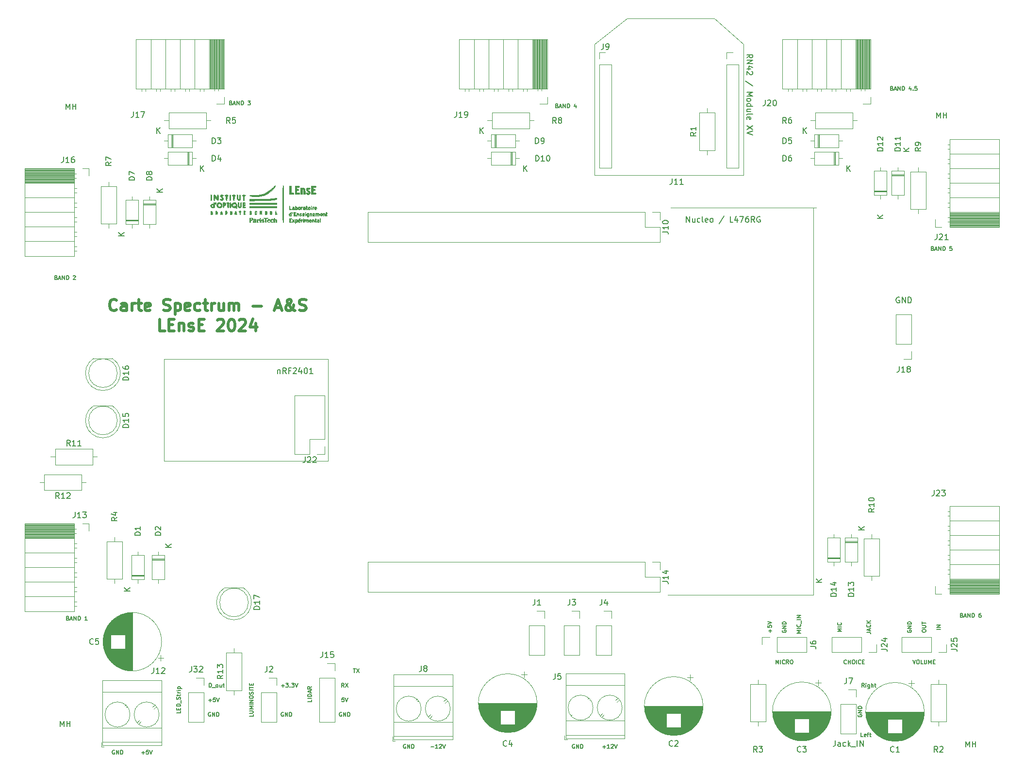
<source format=gbr>
%TF.GenerationSoftware,KiCad,Pcbnew,(5.0.1)-4*%
%TF.CreationDate,2024-02-15T09:49:58+01:00*%
%TF.ProjectId,AS_Spectrum_main,41535F537065637472756D5F6D61696E,rev?*%
%TF.SameCoordinates,Original*%
%TF.FileFunction,Legend,Top*%
%TF.FilePolarity,Positive*%
%FSLAX46Y46*%
G04 Gerber Fmt 4.6, Leading zero omitted, Abs format (unit mm)*
G04 Created by KiCad (PCBNEW (5.0.1)-4) date 15/02/2024 09:49:58*
%MOMM*%
%LPD*%
G01*
G04 APERTURE LIST*
%ADD10C,0.150000*%
%ADD11C,0.120000*%
%ADD12C,0.500000*%
%ADD13C,0.010000*%
G04 APERTURE END LIST*
D10*
X177975428Y-84780380D02*
X177975428Y-83780380D01*
X178546857Y-84780380D01*
X178546857Y-83780380D01*
X179451619Y-84113714D02*
X179451619Y-84780380D01*
X179023047Y-84113714D02*
X179023047Y-84637523D01*
X179070666Y-84732761D01*
X179165904Y-84780380D01*
X179308761Y-84780380D01*
X179404000Y-84732761D01*
X179451619Y-84685142D01*
X180356380Y-84732761D02*
X180261142Y-84780380D01*
X180070666Y-84780380D01*
X179975428Y-84732761D01*
X179927809Y-84685142D01*
X179880190Y-84589904D01*
X179880190Y-84304190D01*
X179927809Y-84208952D01*
X179975428Y-84161333D01*
X180070666Y-84113714D01*
X180261142Y-84113714D01*
X180356380Y-84161333D01*
X180927809Y-84780380D02*
X180832571Y-84732761D01*
X180784952Y-84637523D01*
X180784952Y-83780380D01*
X181689714Y-84732761D02*
X181594476Y-84780380D01*
X181404000Y-84780380D01*
X181308761Y-84732761D01*
X181261142Y-84637523D01*
X181261142Y-84256571D01*
X181308761Y-84161333D01*
X181404000Y-84113714D01*
X181594476Y-84113714D01*
X181689714Y-84161333D01*
X181737333Y-84256571D01*
X181737333Y-84351809D01*
X181261142Y-84447047D01*
X182308761Y-84780380D02*
X182213523Y-84732761D01*
X182165904Y-84685142D01*
X182118285Y-84589904D01*
X182118285Y-84304190D01*
X182165904Y-84208952D01*
X182213523Y-84161333D01*
X182308761Y-84113714D01*
X182451619Y-84113714D01*
X182546857Y-84161333D01*
X182594476Y-84208952D01*
X182642095Y-84304190D01*
X182642095Y-84589904D01*
X182594476Y-84685142D01*
X182546857Y-84732761D01*
X182451619Y-84780380D01*
X182308761Y-84780380D01*
X184546857Y-83732761D02*
X183689714Y-85018476D01*
X186118285Y-84780380D02*
X185642095Y-84780380D01*
X185642095Y-83780380D01*
X186880190Y-84113714D02*
X186880190Y-84780380D01*
X186642095Y-83732761D02*
X186404000Y-84447047D01*
X187023047Y-84447047D01*
X187308761Y-83780380D02*
X187975428Y-83780380D01*
X187546857Y-84780380D01*
X188784952Y-83780380D02*
X188594476Y-83780380D01*
X188499238Y-83828000D01*
X188451619Y-83875619D01*
X188356380Y-84018476D01*
X188308761Y-84208952D01*
X188308761Y-84589904D01*
X188356380Y-84685142D01*
X188404000Y-84732761D01*
X188499238Y-84780380D01*
X188689714Y-84780380D01*
X188784952Y-84732761D01*
X188832571Y-84685142D01*
X188880190Y-84589904D01*
X188880190Y-84351809D01*
X188832571Y-84256571D01*
X188784952Y-84208952D01*
X188689714Y-84161333D01*
X188499238Y-84161333D01*
X188404000Y-84208952D01*
X188356380Y-84256571D01*
X188308761Y-84351809D01*
X189880190Y-84780380D02*
X189546857Y-84304190D01*
X189308761Y-84780380D02*
X189308761Y-83780380D01*
X189689714Y-83780380D01*
X189784952Y-83828000D01*
X189832571Y-83875619D01*
X189880190Y-83970857D01*
X189880190Y-84113714D01*
X189832571Y-84208952D01*
X189784952Y-84256571D01*
X189689714Y-84304190D01*
X189308761Y-84304190D01*
X190832571Y-83828000D02*
X190737333Y-83780380D01*
X190594476Y-83780380D01*
X190451619Y-83828000D01*
X190356380Y-83923238D01*
X190308761Y-84018476D01*
X190261142Y-84208952D01*
X190261142Y-84351809D01*
X190308761Y-84542285D01*
X190356380Y-84637523D01*
X190451619Y-84732761D01*
X190594476Y-84780380D01*
X190689714Y-84780380D01*
X190832571Y-84732761D01*
X190880190Y-84685142D01*
X190880190Y-84351809D01*
X190689714Y-84351809D01*
D11*
X200152000Y-149860000D02*
X200152000Y-82296000D01*
D10*
X222312666Y-155814666D02*
X221612666Y-155814666D01*
X222312666Y-155481333D02*
X221612666Y-155481333D01*
X222312666Y-155081333D01*
X221612666Y-155081333D01*
X219072666Y-156148000D02*
X219072666Y-156014666D01*
X219106000Y-155948000D01*
X219172666Y-155881333D01*
X219306000Y-155848000D01*
X219539333Y-155848000D01*
X219672666Y-155881333D01*
X219739333Y-155948000D01*
X219772666Y-156014666D01*
X219772666Y-156148000D01*
X219739333Y-156214666D01*
X219672666Y-156281333D01*
X219539333Y-156314666D01*
X219306000Y-156314666D01*
X219172666Y-156281333D01*
X219106000Y-156214666D01*
X219072666Y-156148000D01*
X219072666Y-155548000D02*
X219639333Y-155548000D01*
X219706000Y-155514666D01*
X219739333Y-155481333D01*
X219772666Y-155414666D01*
X219772666Y-155281333D01*
X219739333Y-155214666D01*
X219706000Y-155181333D01*
X219639333Y-155148000D01*
X219072666Y-155148000D01*
X219072666Y-154914666D02*
X219072666Y-154514666D01*
X219772666Y-154714666D02*
X219072666Y-154714666D01*
X216566000Y-155981333D02*
X216532666Y-156048000D01*
X216532666Y-156148000D01*
X216566000Y-156248000D01*
X216632666Y-156314666D01*
X216699333Y-156348000D01*
X216832666Y-156381333D01*
X216932666Y-156381333D01*
X217066000Y-156348000D01*
X217132666Y-156314666D01*
X217199333Y-156248000D01*
X217232666Y-156148000D01*
X217232666Y-156081333D01*
X217199333Y-155981333D01*
X217166000Y-155948000D01*
X216932666Y-155948000D01*
X216932666Y-156081333D01*
X217232666Y-155648000D02*
X216532666Y-155648000D01*
X217232666Y-155248000D01*
X216532666Y-155248000D01*
X217232666Y-154914666D02*
X216532666Y-154914666D01*
X216532666Y-154748000D01*
X216566000Y-154648000D01*
X216632666Y-154581333D01*
X216699333Y-154548000D01*
X216832666Y-154514666D01*
X216932666Y-154514666D01*
X217066000Y-154548000D01*
X217132666Y-154581333D01*
X217199333Y-154648000D01*
X217232666Y-154748000D01*
X217232666Y-154914666D01*
X217489333Y-161160666D02*
X217722666Y-161860666D01*
X217956000Y-161160666D01*
X218322666Y-161160666D02*
X218456000Y-161160666D01*
X218522666Y-161194000D01*
X218589333Y-161260666D01*
X218622666Y-161394000D01*
X218622666Y-161627333D01*
X218589333Y-161760666D01*
X218522666Y-161827333D01*
X218456000Y-161860666D01*
X218322666Y-161860666D01*
X218256000Y-161827333D01*
X218189333Y-161760666D01*
X218156000Y-161627333D01*
X218156000Y-161394000D01*
X218189333Y-161260666D01*
X218256000Y-161194000D01*
X218322666Y-161160666D01*
X219256000Y-161860666D02*
X218922666Y-161860666D01*
X218922666Y-161160666D01*
X219489333Y-161160666D02*
X219489333Y-161727333D01*
X219522666Y-161794000D01*
X219556000Y-161827333D01*
X219622666Y-161860666D01*
X219756000Y-161860666D01*
X219822666Y-161827333D01*
X219856000Y-161794000D01*
X219889333Y-161727333D01*
X219889333Y-161160666D01*
X220222666Y-161860666D02*
X220222666Y-161160666D01*
X220456000Y-161660666D01*
X220689333Y-161160666D01*
X220689333Y-161860666D01*
X221022666Y-161494000D02*
X221256000Y-161494000D01*
X221356000Y-161860666D02*
X221022666Y-161860666D01*
X221022666Y-161160666D01*
X221356000Y-161160666D01*
X209420666Y-156348000D02*
X209920666Y-156348000D01*
X210020666Y-156381333D01*
X210087333Y-156448000D01*
X210120666Y-156548000D01*
X210120666Y-156614666D01*
X209920666Y-156048000D02*
X209920666Y-155714666D01*
X210120666Y-156114666D02*
X209420666Y-155881333D01*
X210120666Y-155648000D01*
X210054000Y-155014666D02*
X210087333Y-155048000D01*
X210120666Y-155148000D01*
X210120666Y-155214666D01*
X210087333Y-155314666D01*
X210020666Y-155381333D01*
X209954000Y-155414666D01*
X209820666Y-155448000D01*
X209720666Y-155448000D01*
X209587333Y-155414666D01*
X209520666Y-155381333D01*
X209454000Y-155314666D01*
X209420666Y-155214666D01*
X209420666Y-155148000D01*
X209454000Y-155048000D01*
X209487333Y-155014666D01*
X210120666Y-154714666D02*
X209420666Y-154714666D01*
X210120666Y-154314666D02*
X209720666Y-154614666D01*
X209420666Y-154314666D02*
X209820666Y-154714666D01*
X205040666Y-156198000D02*
X204340666Y-156198000D01*
X204840666Y-155964666D01*
X204340666Y-155731333D01*
X205040666Y-155731333D01*
X205040666Y-155398000D02*
X204340666Y-155398000D01*
X204974000Y-154664666D02*
X205007333Y-154698000D01*
X205040666Y-154798000D01*
X205040666Y-154864666D01*
X205007333Y-154964666D01*
X204940666Y-155031333D01*
X204874000Y-155064666D01*
X204740666Y-155098000D01*
X204640666Y-155098000D01*
X204507333Y-155064666D01*
X204440666Y-155031333D01*
X204374000Y-154964666D01*
X204340666Y-154864666D01*
X204340666Y-154798000D01*
X204374000Y-154698000D01*
X204407333Y-154664666D01*
X205914000Y-161794000D02*
X205880666Y-161827333D01*
X205780666Y-161860666D01*
X205714000Y-161860666D01*
X205614000Y-161827333D01*
X205547333Y-161760666D01*
X205514000Y-161694000D01*
X205480666Y-161560666D01*
X205480666Y-161460666D01*
X205514000Y-161327333D01*
X205547333Y-161260666D01*
X205614000Y-161194000D01*
X205714000Y-161160666D01*
X205780666Y-161160666D01*
X205880666Y-161194000D01*
X205914000Y-161227333D01*
X206214000Y-161860666D02*
X206214000Y-161160666D01*
X206214000Y-161494000D02*
X206614000Y-161494000D01*
X206614000Y-161860666D02*
X206614000Y-161160666D01*
X207080666Y-161160666D02*
X207214000Y-161160666D01*
X207280666Y-161194000D01*
X207347333Y-161260666D01*
X207380666Y-161394000D01*
X207380666Y-161627333D01*
X207347333Y-161760666D01*
X207280666Y-161827333D01*
X207214000Y-161860666D01*
X207080666Y-161860666D01*
X207014000Y-161827333D01*
X206947333Y-161760666D01*
X206914000Y-161627333D01*
X206914000Y-161394000D01*
X206947333Y-161260666D01*
X207014000Y-161194000D01*
X207080666Y-161160666D01*
X207680666Y-161860666D02*
X207680666Y-161160666D01*
X208414000Y-161794000D02*
X208380666Y-161827333D01*
X208280666Y-161860666D01*
X208214000Y-161860666D01*
X208114000Y-161827333D01*
X208047333Y-161760666D01*
X208014000Y-161694000D01*
X207980666Y-161560666D01*
X207980666Y-161460666D01*
X208014000Y-161327333D01*
X208047333Y-161260666D01*
X208114000Y-161194000D01*
X208214000Y-161160666D01*
X208280666Y-161160666D01*
X208380666Y-161194000D01*
X208414000Y-161227333D01*
X208714000Y-161494000D02*
X208947333Y-161494000D01*
X209047333Y-161860666D02*
X208714000Y-161860666D01*
X208714000Y-161160666D01*
X209047333Y-161160666D01*
X192582000Y-156348000D02*
X192582000Y-155814666D01*
X192848666Y-156081333D02*
X192315333Y-156081333D01*
X192148666Y-155148000D02*
X192148666Y-155481333D01*
X192482000Y-155514666D01*
X192448666Y-155481333D01*
X192415333Y-155414666D01*
X192415333Y-155248000D01*
X192448666Y-155181333D01*
X192482000Y-155148000D01*
X192548666Y-155114666D01*
X192715333Y-155114666D01*
X192782000Y-155148000D01*
X192815333Y-155181333D01*
X192848666Y-155248000D01*
X192848666Y-155414666D01*
X192815333Y-155481333D01*
X192782000Y-155514666D01*
X192148666Y-154914666D02*
X192848666Y-154681333D01*
X192148666Y-154448000D01*
X197928666Y-156490000D02*
X197228666Y-156490000D01*
X197728666Y-156256666D01*
X197228666Y-156023333D01*
X197928666Y-156023333D01*
X197928666Y-155690000D02*
X197228666Y-155690000D01*
X197862000Y-154956666D02*
X197895333Y-154990000D01*
X197928666Y-155090000D01*
X197928666Y-155156666D01*
X197895333Y-155256666D01*
X197828666Y-155323333D01*
X197762000Y-155356666D01*
X197628666Y-155390000D01*
X197528666Y-155390000D01*
X197395333Y-155356666D01*
X197328666Y-155323333D01*
X197262000Y-155256666D01*
X197228666Y-155156666D01*
X197228666Y-155090000D01*
X197262000Y-154990000D01*
X197295333Y-154956666D01*
X197995333Y-154823333D02*
X197995333Y-154290000D01*
X197928666Y-154123333D02*
X197228666Y-154123333D01*
X197928666Y-153790000D02*
X197228666Y-153790000D01*
X197928666Y-153390000D01*
X197228666Y-153390000D01*
X194722000Y-155981333D02*
X194688666Y-156048000D01*
X194688666Y-156148000D01*
X194722000Y-156248000D01*
X194788666Y-156314666D01*
X194855333Y-156348000D01*
X194988666Y-156381333D01*
X195088666Y-156381333D01*
X195222000Y-156348000D01*
X195288666Y-156314666D01*
X195355333Y-156248000D01*
X195388666Y-156148000D01*
X195388666Y-156081333D01*
X195355333Y-155981333D01*
X195322000Y-155948000D01*
X195088666Y-155948000D01*
X195088666Y-156081333D01*
X195388666Y-155648000D02*
X194688666Y-155648000D01*
X195388666Y-155248000D01*
X194688666Y-155248000D01*
X195388666Y-154914666D02*
X194688666Y-154914666D01*
X194688666Y-154748000D01*
X194722000Y-154648000D01*
X194788666Y-154581333D01*
X194855333Y-154548000D01*
X194988666Y-154514666D01*
X195088666Y-154514666D01*
X195222000Y-154548000D01*
X195288666Y-154581333D01*
X195355333Y-154648000D01*
X195388666Y-154748000D01*
X195388666Y-154914666D01*
X193605333Y-161860666D02*
X193605333Y-161160666D01*
X193838666Y-161660666D01*
X194072000Y-161160666D01*
X194072000Y-161860666D01*
X194405333Y-161860666D02*
X194405333Y-161160666D01*
X195138666Y-161794000D02*
X195105333Y-161827333D01*
X195005333Y-161860666D01*
X194938666Y-161860666D01*
X194838666Y-161827333D01*
X194772000Y-161760666D01*
X194738666Y-161694000D01*
X194705333Y-161560666D01*
X194705333Y-161460666D01*
X194738666Y-161327333D01*
X194772000Y-161260666D01*
X194838666Y-161194000D01*
X194938666Y-161160666D01*
X195005333Y-161160666D01*
X195105333Y-161194000D01*
X195138666Y-161227333D01*
X195838666Y-161860666D02*
X195605333Y-161527333D01*
X195438666Y-161860666D02*
X195438666Y-161160666D01*
X195705333Y-161160666D01*
X195772000Y-161194000D01*
X195805333Y-161227333D01*
X195838666Y-161294000D01*
X195838666Y-161394000D01*
X195805333Y-161460666D01*
X195772000Y-161494000D01*
X195705333Y-161527333D01*
X195438666Y-161527333D01*
X196272000Y-161160666D02*
X196405333Y-161160666D01*
X196472000Y-161194000D01*
X196538666Y-161260666D01*
X196572000Y-161394000D01*
X196572000Y-161627333D01*
X196538666Y-161760666D01*
X196472000Y-161827333D01*
X196405333Y-161860666D01*
X196272000Y-161860666D01*
X196205333Y-161827333D01*
X196138666Y-161760666D01*
X196105333Y-161627333D01*
X196105333Y-161394000D01*
X196138666Y-161260666D01*
X196205333Y-161194000D01*
X196272000Y-161160666D01*
X226017333Y-153366000D02*
X226117333Y-153399333D01*
X226150666Y-153432666D01*
X226184000Y-153499333D01*
X226184000Y-153599333D01*
X226150666Y-153666000D01*
X226117333Y-153699333D01*
X226050666Y-153732666D01*
X225784000Y-153732666D01*
X225784000Y-153032666D01*
X226017333Y-153032666D01*
X226084000Y-153066000D01*
X226117333Y-153099333D01*
X226150666Y-153166000D01*
X226150666Y-153232666D01*
X226117333Y-153299333D01*
X226084000Y-153332666D01*
X226017333Y-153366000D01*
X225784000Y-153366000D01*
X226450666Y-153532666D02*
X226784000Y-153532666D01*
X226384000Y-153732666D02*
X226617333Y-153032666D01*
X226850666Y-153732666D01*
X227084000Y-153732666D02*
X227084000Y-153032666D01*
X227484000Y-153732666D01*
X227484000Y-153032666D01*
X227817333Y-153732666D02*
X227817333Y-153032666D01*
X227984000Y-153032666D01*
X228084000Y-153066000D01*
X228150666Y-153132666D01*
X228184000Y-153199333D01*
X228217333Y-153332666D01*
X228217333Y-153432666D01*
X228184000Y-153566000D01*
X228150666Y-153632666D01*
X228084000Y-153699333D01*
X227984000Y-153732666D01*
X227817333Y-153732666D01*
X229350666Y-153032666D02*
X229217333Y-153032666D01*
X229150666Y-153066000D01*
X229117333Y-153099333D01*
X229050666Y-153199333D01*
X229017333Y-153332666D01*
X229017333Y-153599333D01*
X229050666Y-153666000D01*
X229084000Y-153699333D01*
X229150666Y-153732666D01*
X229284000Y-153732666D01*
X229350666Y-153699333D01*
X229384000Y-153666000D01*
X229417333Y-153599333D01*
X229417333Y-153432666D01*
X229384000Y-153366000D01*
X229350666Y-153332666D01*
X229284000Y-153299333D01*
X229150666Y-153299333D01*
X229084000Y-153332666D01*
X229050666Y-153366000D01*
X229017333Y-153432666D01*
X220937333Y-89358000D02*
X221037333Y-89391333D01*
X221070666Y-89424666D01*
X221104000Y-89491333D01*
X221104000Y-89591333D01*
X221070666Y-89658000D01*
X221037333Y-89691333D01*
X220970666Y-89724666D01*
X220704000Y-89724666D01*
X220704000Y-89024666D01*
X220937333Y-89024666D01*
X221004000Y-89058000D01*
X221037333Y-89091333D01*
X221070666Y-89158000D01*
X221070666Y-89224666D01*
X221037333Y-89291333D01*
X221004000Y-89324666D01*
X220937333Y-89358000D01*
X220704000Y-89358000D01*
X221370666Y-89524666D02*
X221704000Y-89524666D01*
X221304000Y-89724666D02*
X221537333Y-89024666D01*
X221770666Y-89724666D01*
X222004000Y-89724666D02*
X222004000Y-89024666D01*
X222404000Y-89724666D01*
X222404000Y-89024666D01*
X222737333Y-89724666D02*
X222737333Y-89024666D01*
X222904000Y-89024666D01*
X223004000Y-89058000D01*
X223070666Y-89124666D01*
X223104000Y-89191333D01*
X223137333Y-89324666D01*
X223137333Y-89424666D01*
X223104000Y-89558000D01*
X223070666Y-89624666D01*
X223004000Y-89691333D01*
X222904000Y-89724666D01*
X222737333Y-89724666D01*
X224304000Y-89024666D02*
X223970666Y-89024666D01*
X223937333Y-89358000D01*
X223970666Y-89324666D01*
X224037333Y-89291333D01*
X224204000Y-89291333D01*
X224270666Y-89324666D01*
X224304000Y-89358000D01*
X224337333Y-89424666D01*
X224337333Y-89591333D01*
X224304000Y-89658000D01*
X224270666Y-89691333D01*
X224204000Y-89724666D01*
X224037333Y-89724666D01*
X223970666Y-89691333D01*
X223937333Y-89658000D01*
X213833333Y-61418000D02*
X213933333Y-61451333D01*
X213966666Y-61484666D01*
X214000000Y-61551333D01*
X214000000Y-61651333D01*
X213966666Y-61718000D01*
X213933333Y-61751333D01*
X213866666Y-61784666D01*
X213600000Y-61784666D01*
X213600000Y-61084666D01*
X213833333Y-61084666D01*
X213900000Y-61118000D01*
X213933333Y-61151333D01*
X213966666Y-61218000D01*
X213966666Y-61284666D01*
X213933333Y-61351333D01*
X213900000Y-61384666D01*
X213833333Y-61418000D01*
X213600000Y-61418000D01*
X214266666Y-61584666D02*
X214600000Y-61584666D01*
X214200000Y-61784666D02*
X214433333Y-61084666D01*
X214666666Y-61784666D01*
X214900000Y-61784666D02*
X214900000Y-61084666D01*
X215300000Y-61784666D01*
X215300000Y-61084666D01*
X215633333Y-61784666D02*
X215633333Y-61084666D01*
X215800000Y-61084666D01*
X215900000Y-61118000D01*
X215966666Y-61184666D01*
X216000000Y-61251333D01*
X216033333Y-61384666D01*
X216033333Y-61484666D01*
X216000000Y-61618000D01*
X215966666Y-61684666D01*
X215900000Y-61751333D01*
X215800000Y-61784666D01*
X215633333Y-61784666D01*
X217166666Y-61318000D02*
X217166666Y-61784666D01*
X217000000Y-61051333D02*
X216833333Y-61551333D01*
X217266666Y-61551333D01*
X217533333Y-61718000D02*
X217566666Y-61751333D01*
X217533333Y-61784666D01*
X217500000Y-61751333D01*
X217533333Y-61718000D01*
X217533333Y-61784666D01*
X218200000Y-61084666D02*
X217866666Y-61084666D01*
X217833333Y-61418000D01*
X217866666Y-61384666D01*
X217933333Y-61351333D01*
X218100000Y-61351333D01*
X218166666Y-61384666D01*
X218200000Y-61418000D01*
X218233333Y-61484666D01*
X218233333Y-61651333D01*
X218200000Y-61718000D01*
X218166666Y-61751333D01*
X218100000Y-61784666D01*
X217933333Y-61784666D01*
X217866666Y-61751333D01*
X217833333Y-61718000D01*
X155405333Y-64466000D02*
X155505333Y-64499333D01*
X155538666Y-64532666D01*
X155572000Y-64599333D01*
X155572000Y-64699333D01*
X155538666Y-64766000D01*
X155505333Y-64799333D01*
X155438666Y-64832666D01*
X155172000Y-64832666D01*
X155172000Y-64132666D01*
X155405333Y-64132666D01*
X155472000Y-64166000D01*
X155505333Y-64199333D01*
X155538666Y-64266000D01*
X155538666Y-64332666D01*
X155505333Y-64399333D01*
X155472000Y-64432666D01*
X155405333Y-64466000D01*
X155172000Y-64466000D01*
X155838666Y-64632666D02*
X156172000Y-64632666D01*
X155772000Y-64832666D02*
X156005333Y-64132666D01*
X156238666Y-64832666D01*
X156472000Y-64832666D02*
X156472000Y-64132666D01*
X156872000Y-64832666D01*
X156872000Y-64132666D01*
X157205333Y-64832666D02*
X157205333Y-64132666D01*
X157372000Y-64132666D01*
X157472000Y-64166000D01*
X157538666Y-64232666D01*
X157572000Y-64299333D01*
X157605333Y-64432666D01*
X157605333Y-64532666D01*
X157572000Y-64666000D01*
X157538666Y-64732666D01*
X157472000Y-64799333D01*
X157372000Y-64832666D01*
X157205333Y-64832666D01*
X158738666Y-64366000D02*
X158738666Y-64832666D01*
X158572000Y-64099333D02*
X158405333Y-64599333D01*
X158838666Y-64599333D01*
X98509333Y-63958000D02*
X98609333Y-63991333D01*
X98642666Y-64024666D01*
X98676000Y-64091333D01*
X98676000Y-64191333D01*
X98642666Y-64258000D01*
X98609333Y-64291333D01*
X98542666Y-64324666D01*
X98276000Y-64324666D01*
X98276000Y-63624666D01*
X98509333Y-63624666D01*
X98576000Y-63658000D01*
X98609333Y-63691333D01*
X98642666Y-63758000D01*
X98642666Y-63824666D01*
X98609333Y-63891333D01*
X98576000Y-63924666D01*
X98509333Y-63958000D01*
X98276000Y-63958000D01*
X98942666Y-64124666D02*
X99276000Y-64124666D01*
X98876000Y-64324666D02*
X99109333Y-63624666D01*
X99342666Y-64324666D01*
X99576000Y-64324666D02*
X99576000Y-63624666D01*
X99976000Y-64324666D01*
X99976000Y-63624666D01*
X100309333Y-64324666D02*
X100309333Y-63624666D01*
X100476000Y-63624666D01*
X100576000Y-63658000D01*
X100642666Y-63724666D01*
X100676000Y-63791333D01*
X100709333Y-63924666D01*
X100709333Y-64024666D01*
X100676000Y-64158000D01*
X100642666Y-64224666D01*
X100576000Y-64291333D01*
X100476000Y-64324666D01*
X100309333Y-64324666D01*
X101476000Y-63624666D02*
X101909333Y-63624666D01*
X101676000Y-63891333D01*
X101776000Y-63891333D01*
X101842666Y-63924666D01*
X101876000Y-63958000D01*
X101909333Y-64024666D01*
X101909333Y-64191333D01*
X101876000Y-64258000D01*
X101842666Y-64291333D01*
X101776000Y-64324666D01*
X101576000Y-64324666D01*
X101509333Y-64291333D01*
X101476000Y-64258000D01*
X68029333Y-94438000D02*
X68129333Y-94471333D01*
X68162666Y-94504666D01*
X68196000Y-94571333D01*
X68196000Y-94671333D01*
X68162666Y-94738000D01*
X68129333Y-94771333D01*
X68062666Y-94804666D01*
X67796000Y-94804666D01*
X67796000Y-94104666D01*
X68029333Y-94104666D01*
X68096000Y-94138000D01*
X68129333Y-94171333D01*
X68162666Y-94238000D01*
X68162666Y-94304666D01*
X68129333Y-94371333D01*
X68096000Y-94404666D01*
X68029333Y-94438000D01*
X67796000Y-94438000D01*
X68462666Y-94604666D02*
X68796000Y-94604666D01*
X68396000Y-94804666D02*
X68629333Y-94104666D01*
X68862666Y-94804666D01*
X69096000Y-94804666D02*
X69096000Y-94104666D01*
X69496000Y-94804666D01*
X69496000Y-94104666D01*
X69829333Y-94804666D02*
X69829333Y-94104666D01*
X69996000Y-94104666D01*
X70096000Y-94138000D01*
X70162666Y-94204666D01*
X70196000Y-94271333D01*
X70229333Y-94404666D01*
X70229333Y-94504666D01*
X70196000Y-94638000D01*
X70162666Y-94704666D01*
X70096000Y-94771333D01*
X69996000Y-94804666D01*
X69829333Y-94804666D01*
X71029333Y-94171333D02*
X71062666Y-94138000D01*
X71129333Y-94104666D01*
X71296000Y-94104666D01*
X71362666Y-94138000D01*
X71396000Y-94171333D01*
X71429333Y-94238000D01*
X71429333Y-94304666D01*
X71396000Y-94404666D01*
X70996000Y-94804666D01*
X71429333Y-94804666D01*
X70061333Y-153874000D02*
X70161333Y-153907333D01*
X70194666Y-153940666D01*
X70228000Y-154007333D01*
X70228000Y-154107333D01*
X70194666Y-154174000D01*
X70161333Y-154207333D01*
X70094666Y-154240666D01*
X69828000Y-154240666D01*
X69828000Y-153540666D01*
X70061333Y-153540666D01*
X70128000Y-153574000D01*
X70161333Y-153607333D01*
X70194666Y-153674000D01*
X70194666Y-153740666D01*
X70161333Y-153807333D01*
X70128000Y-153840666D01*
X70061333Y-153874000D01*
X69828000Y-153874000D01*
X70494666Y-154040666D02*
X70828000Y-154040666D01*
X70428000Y-154240666D02*
X70661333Y-153540666D01*
X70894666Y-154240666D01*
X71128000Y-154240666D02*
X71128000Y-153540666D01*
X71528000Y-154240666D01*
X71528000Y-153540666D01*
X71861333Y-154240666D02*
X71861333Y-153540666D01*
X72028000Y-153540666D01*
X72128000Y-153574000D01*
X72194666Y-153640666D01*
X72228000Y-153707333D01*
X72261333Y-153840666D01*
X72261333Y-153940666D01*
X72228000Y-154074000D01*
X72194666Y-154140666D01*
X72128000Y-154207333D01*
X72028000Y-154240666D01*
X71861333Y-154240666D01*
X73461333Y-154240666D02*
X73061333Y-154240666D01*
X73261333Y-154240666D02*
X73261333Y-153540666D01*
X73194666Y-153640666D01*
X73128000Y-153707333D01*
X73061333Y-153740666D01*
X119862666Y-162684666D02*
X120262666Y-162684666D01*
X120062666Y-163384666D02*
X120062666Y-162684666D01*
X120429333Y-162684666D02*
X120896000Y-163384666D01*
X120896000Y-162684666D02*
X120429333Y-163384666D01*
X118247333Y-165924666D02*
X118014000Y-165591333D01*
X117847333Y-165924666D02*
X117847333Y-165224666D01*
X118114000Y-165224666D01*
X118180666Y-165258000D01*
X118214000Y-165291333D01*
X118247333Y-165358000D01*
X118247333Y-165458000D01*
X118214000Y-165524666D01*
X118180666Y-165558000D01*
X118114000Y-165591333D01*
X117847333Y-165591333D01*
X118480666Y-165224666D02*
X118947333Y-165924666D01*
X118947333Y-165224666D02*
X118480666Y-165924666D01*
X118230666Y-167764666D02*
X117897333Y-167764666D01*
X117864000Y-168098000D01*
X117897333Y-168064666D01*
X117964000Y-168031333D01*
X118130666Y-168031333D01*
X118197333Y-168064666D01*
X118230666Y-168098000D01*
X118264000Y-168164666D01*
X118264000Y-168331333D01*
X118230666Y-168398000D01*
X118197333Y-168431333D01*
X118130666Y-168464666D01*
X117964000Y-168464666D01*
X117897333Y-168431333D01*
X117864000Y-168398000D01*
X118464000Y-167764666D02*
X118697333Y-168464666D01*
X118930666Y-167764666D01*
X117830666Y-170338000D02*
X117764000Y-170304666D01*
X117664000Y-170304666D01*
X117564000Y-170338000D01*
X117497333Y-170404666D01*
X117464000Y-170471333D01*
X117430666Y-170604666D01*
X117430666Y-170704666D01*
X117464000Y-170838000D01*
X117497333Y-170904666D01*
X117564000Y-170971333D01*
X117664000Y-171004666D01*
X117730666Y-171004666D01*
X117830666Y-170971333D01*
X117864000Y-170938000D01*
X117864000Y-170704666D01*
X117730666Y-170704666D01*
X118164000Y-171004666D02*
X118164000Y-170304666D01*
X118564000Y-171004666D01*
X118564000Y-170304666D01*
X118897333Y-171004666D02*
X118897333Y-170304666D01*
X119064000Y-170304666D01*
X119164000Y-170338000D01*
X119230666Y-170404666D01*
X119264000Y-170471333D01*
X119297333Y-170604666D01*
X119297333Y-170704666D01*
X119264000Y-170838000D01*
X119230666Y-170904666D01*
X119164000Y-170971333D01*
X119064000Y-171004666D01*
X118897333Y-171004666D01*
X112584666Y-168082000D02*
X112584666Y-168415333D01*
X111884666Y-168415333D01*
X112584666Y-167848666D02*
X111884666Y-167848666D01*
X112584666Y-167515333D02*
X111884666Y-167515333D01*
X111884666Y-167348666D01*
X111918000Y-167248666D01*
X111984666Y-167182000D01*
X112051333Y-167148666D01*
X112184666Y-167115333D01*
X112284666Y-167115333D01*
X112418000Y-167148666D01*
X112484666Y-167182000D01*
X112551333Y-167248666D01*
X112584666Y-167348666D01*
X112584666Y-167515333D01*
X112384666Y-166848666D02*
X112384666Y-166515333D01*
X112584666Y-166915333D02*
X111884666Y-166682000D01*
X112584666Y-166448666D01*
X112584666Y-165815333D02*
X112251333Y-166048666D01*
X112584666Y-166215333D02*
X111884666Y-166215333D01*
X111884666Y-165948666D01*
X111918000Y-165882000D01*
X111951333Y-165848666D01*
X112018000Y-165815333D01*
X112118000Y-165815333D01*
X112184666Y-165848666D01*
X112218000Y-165882000D01*
X112251333Y-165948666D01*
X112251333Y-166215333D01*
X107312000Y-165658000D02*
X107845333Y-165658000D01*
X107578666Y-165924666D02*
X107578666Y-165391333D01*
X108112000Y-165224666D02*
X108545333Y-165224666D01*
X108312000Y-165491333D01*
X108412000Y-165491333D01*
X108478666Y-165524666D01*
X108512000Y-165558000D01*
X108545333Y-165624666D01*
X108545333Y-165791333D01*
X108512000Y-165858000D01*
X108478666Y-165891333D01*
X108412000Y-165924666D01*
X108212000Y-165924666D01*
X108145333Y-165891333D01*
X108112000Y-165858000D01*
X108845333Y-165858000D02*
X108878666Y-165891333D01*
X108845333Y-165924666D01*
X108812000Y-165891333D01*
X108845333Y-165858000D01*
X108845333Y-165924666D01*
X109112000Y-165224666D02*
X109545333Y-165224666D01*
X109312000Y-165491333D01*
X109412000Y-165491333D01*
X109478666Y-165524666D01*
X109512000Y-165558000D01*
X109545333Y-165624666D01*
X109545333Y-165791333D01*
X109512000Y-165858000D01*
X109478666Y-165891333D01*
X109412000Y-165924666D01*
X109212000Y-165924666D01*
X109145333Y-165891333D01*
X109112000Y-165858000D01*
X109745333Y-165224666D02*
X109978666Y-165924666D01*
X110212000Y-165224666D01*
X94728666Y-165924666D02*
X94728666Y-165224666D01*
X94895333Y-165224666D01*
X94995333Y-165258000D01*
X95062000Y-165324666D01*
X95095333Y-165391333D01*
X95128666Y-165524666D01*
X95128666Y-165624666D01*
X95095333Y-165758000D01*
X95062000Y-165824666D01*
X94995333Y-165891333D01*
X94895333Y-165924666D01*
X94728666Y-165924666D01*
X95262000Y-165991333D02*
X95795333Y-165991333D01*
X96062000Y-165924666D02*
X95995333Y-165891333D01*
X95962000Y-165858000D01*
X95928666Y-165791333D01*
X95928666Y-165591333D01*
X95962000Y-165524666D01*
X95995333Y-165491333D01*
X96062000Y-165458000D01*
X96162000Y-165458000D01*
X96228666Y-165491333D01*
X96262000Y-165524666D01*
X96295333Y-165591333D01*
X96295333Y-165791333D01*
X96262000Y-165858000D01*
X96228666Y-165891333D01*
X96162000Y-165924666D01*
X96062000Y-165924666D01*
X96895333Y-165458000D02*
X96895333Y-165924666D01*
X96595333Y-165458000D02*
X96595333Y-165824666D01*
X96628666Y-165891333D01*
X96695333Y-165924666D01*
X96795333Y-165924666D01*
X96862000Y-165891333D01*
X96895333Y-165858000D01*
X97128666Y-165458000D02*
X97395333Y-165458000D01*
X97228666Y-165224666D02*
X97228666Y-165824666D01*
X97262000Y-165891333D01*
X97328666Y-165924666D01*
X97395333Y-165924666D01*
X94604000Y-168198000D02*
X95137333Y-168198000D01*
X94870666Y-168464666D02*
X94870666Y-167931333D01*
X95804000Y-167764666D02*
X95470666Y-167764666D01*
X95437333Y-168098000D01*
X95470666Y-168064666D01*
X95537333Y-168031333D01*
X95704000Y-168031333D01*
X95770666Y-168064666D01*
X95804000Y-168098000D01*
X95837333Y-168164666D01*
X95837333Y-168331333D01*
X95804000Y-168398000D01*
X95770666Y-168431333D01*
X95704000Y-168464666D01*
X95537333Y-168464666D01*
X95470666Y-168431333D01*
X95437333Y-168398000D01*
X96037333Y-167764666D02*
X96270666Y-168464666D01*
X96504000Y-167764666D01*
X94970666Y-170338000D02*
X94904000Y-170304666D01*
X94804000Y-170304666D01*
X94704000Y-170338000D01*
X94637333Y-170404666D01*
X94604000Y-170471333D01*
X94570666Y-170604666D01*
X94570666Y-170704666D01*
X94604000Y-170838000D01*
X94637333Y-170904666D01*
X94704000Y-170971333D01*
X94804000Y-171004666D01*
X94870666Y-171004666D01*
X94970666Y-170971333D01*
X95004000Y-170938000D01*
X95004000Y-170704666D01*
X94870666Y-170704666D01*
X95304000Y-171004666D02*
X95304000Y-170304666D01*
X95704000Y-171004666D01*
X95704000Y-170304666D01*
X96037333Y-171004666D02*
X96037333Y-170304666D01*
X96204000Y-170304666D01*
X96304000Y-170338000D01*
X96370666Y-170404666D01*
X96404000Y-170471333D01*
X96437333Y-170604666D01*
X96437333Y-170704666D01*
X96404000Y-170838000D01*
X96370666Y-170904666D01*
X96304000Y-170971333D01*
X96204000Y-171004666D01*
X96037333Y-171004666D01*
X107670666Y-170338000D02*
X107604000Y-170304666D01*
X107504000Y-170304666D01*
X107404000Y-170338000D01*
X107337333Y-170404666D01*
X107304000Y-170471333D01*
X107270666Y-170604666D01*
X107270666Y-170704666D01*
X107304000Y-170838000D01*
X107337333Y-170904666D01*
X107404000Y-170971333D01*
X107504000Y-171004666D01*
X107570666Y-171004666D01*
X107670666Y-170971333D01*
X107704000Y-170938000D01*
X107704000Y-170704666D01*
X107570666Y-170704666D01*
X108004000Y-171004666D02*
X108004000Y-170304666D01*
X108404000Y-171004666D01*
X108404000Y-170304666D01*
X108737333Y-171004666D02*
X108737333Y-170304666D01*
X108904000Y-170304666D01*
X109004000Y-170338000D01*
X109070666Y-170404666D01*
X109104000Y-170471333D01*
X109137333Y-170604666D01*
X109137333Y-170704666D01*
X109104000Y-170838000D01*
X109070666Y-170904666D01*
X109004000Y-170971333D01*
X108904000Y-171004666D01*
X108737333Y-171004666D01*
X102424666Y-170681333D02*
X102424666Y-171014666D01*
X101724666Y-171014666D01*
X101724666Y-170448000D02*
X102291333Y-170448000D01*
X102358000Y-170414666D01*
X102391333Y-170381333D01*
X102424666Y-170314666D01*
X102424666Y-170181333D01*
X102391333Y-170114666D01*
X102358000Y-170081333D01*
X102291333Y-170048000D01*
X101724666Y-170048000D01*
X102424666Y-169714666D02*
X101724666Y-169714666D01*
X102224666Y-169481333D01*
X101724666Y-169248000D01*
X102424666Y-169248000D01*
X102424666Y-168914666D02*
X101724666Y-168914666D01*
X102424666Y-168581333D02*
X101724666Y-168581333D01*
X102424666Y-168181333D01*
X101724666Y-168181333D01*
X101724666Y-167714666D02*
X101724666Y-167581333D01*
X101758000Y-167514666D01*
X101824666Y-167448000D01*
X101958000Y-167414666D01*
X102191333Y-167414666D01*
X102324666Y-167448000D01*
X102391333Y-167514666D01*
X102424666Y-167581333D01*
X102424666Y-167714666D01*
X102391333Y-167781333D01*
X102324666Y-167848000D01*
X102191333Y-167881333D01*
X101958000Y-167881333D01*
X101824666Y-167848000D01*
X101758000Y-167781333D01*
X101724666Y-167714666D01*
X102391333Y-167148000D02*
X102424666Y-167048000D01*
X102424666Y-166881333D01*
X102391333Y-166814666D01*
X102358000Y-166781333D01*
X102291333Y-166748000D01*
X102224666Y-166748000D01*
X102158000Y-166781333D01*
X102124666Y-166814666D01*
X102091333Y-166881333D01*
X102058000Y-167014666D01*
X102024666Y-167081333D01*
X101991333Y-167114666D01*
X101924666Y-167148000D01*
X101858000Y-167148000D01*
X101791333Y-167114666D01*
X101758000Y-167081333D01*
X101724666Y-167014666D01*
X101724666Y-166848000D01*
X101758000Y-166748000D01*
X102424666Y-166448000D02*
X101724666Y-166448000D01*
X101724666Y-166214666D02*
X101724666Y-165814666D01*
X102424666Y-166014666D02*
X101724666Y-166014666D01*
X102058000Y-165581333D02*
X102058000Y-165348000D01*
X102424666Y-165248000D02*
X102424666Y-165581333D01*
X101724666Y-165581333D01*
X101724666Y-165248000D01*
X89724666Y-170098000D02*
X89724666Y-170431333D01*
X89024666Y-170431333D01*
X89358000Y-169864666D02*
X89358000Y-169631333D01*
X89724666Y-169531333D02*
X89724666Y-169864666D01*
X89024666Y-169864666D01*
X89024666Y-169531333D01*
X89724666Y-169231333D02*
X89024666Y-169231333D01*
X89024666Y-169064666D01*
X89058000Y-168964666D01*
X89124666Y-168898000D01*
X89191333Y-168864666D01*
X89324666Y-168831333D01*
X89424666Y-168831333D01*
X89558000Y-168864666D01*
X89624666Y-168898000D01*
X89691333Y-168964666D01*
X89724666Y-169064666D01*
X89724666Y-169231333D01*
X89791333Y-168698000D02*
X89791333Y-168164666D01*
X89691333Y-168031333D02*
X89724666Y-167931333D01*
X89724666Y-167764666D01*
X89691333Y-167698000D01*
X89658000Y-167664666D01*
X89591333Y-167631333D01*
X89524666Y-167631333D01*
X89458000Y-167664666D01*
X89424666Y-167698000D01*
X89391333Y-167764666D01*
X89358000Y-167898000D01*
X89324666Y-167964666D01*
X89291333Y-167998000D01*
X89224666Y-168031333D01*
X89158000Y-168031333D01*
X89091333Y-167998000D01*
X89058000Y-167964666D01*
X89024666Y-167898000D01*
X89024666Y-167731333D01*
X89058000Y-167631333D01*
X89258000Y-167431333D02*
X89258000Y-167164666D01*
X89024666Y-167331333D02*
X89624666Y-167331333D01*
X89691333Y-167298000D01*
X89724666Y-167231333D01*
X89724666Y-167164666D01*
X89724666Y-166931333D02*
X89258000Y-166931333D01*
X89391333Y-166931333D02*
X89324666Y-166898000D01*
X89291333Y-166864666D01*
X89258000Y-166798000D01*
X89258000Y-166731333D01*
X89724666Y-166498000D02*
X89258000Y-166498000D01*
X89024666Y-166498000D02*
X89058000Y-166531333D01*
X89091333Y-166498000D01*
X89058000Y-166464666D01*
X89024666Y-166498000D01*
X89091333Y-166498000D01*
X89258000Y-166164666D02*
X89958000Y-166164666D01*
X89291333Y-166164666D02*
X89258000Y-166098000D01*
X89258000Y-165964666D01*
X89291333Y-165898000D01*
X89324666Y-165864666D01*
X89391333Y-165831333D01*
X89591333Y-165831333D01*
X89658000Y-165864666D01*
X89691333Y-165898000D01*
X89724666Y-165964666D01*
X89724666Y-166098000D01*
X89691333Y-166164666D01*
X82920000Y-177342000D02*
X83453333Y-177342000D01*
X83186666Y-177608666D02*
X83186666Y-177075333D01*
X84120000Y-176908666D02*
X83786666Y-176908666D01*
X83753333Y-177242000D01*
X83786666Y-177208666D01*
X83853333Y-177175333D01*
X84020000Y-177175333D01*
X84086666Y-177208666D01*
X84120000Y-177242000D01*
X84153333Y-177308666D01*
X84153333Y-177475333D01*
X84120000Y-177542000D01*
X84086666Y-177575333D01*
X84020000Y-177608666D01*
X83853333Y-177608666D01*
X83786666Y-177575333D01*
X83753333Y-177542000D01*
X84353333Y-176908666D02*
X84586666Y-177608666D01*
X84820000Y-176908666D01*
X78206666Y-176942000D02*
X78140000Y-176908666D01*
X78040000Y-176908666D01*
X77940000Y-176942000D01*
X77873333Y-177008666D01*
X77840000Y-177075333D01*
X77806666Y-177208666D01*
X77806666Y-177308666D01*
X77840000Y-177442000D01*
X77873333Y-177508666D01*
X77940000Y-177575333D01*
X78040000Y-177608666D01*
X78106666Y-177608666D01*
X78206666Y-177575333D01*
X78240000Y-177542000D01*
X78240000Y-177308666D01*
X78106666Y-177308666D01*
X78540000Y-177608666D02*
X78540000Y-176908666D01*
X78940000Y-177608666D01*
X78940000Y-176908666D01*
X79273333Y-177608666D02*
X79273333Y-176908666D01*
X79440000Y-176908666D01*
X79540000Y-176942000D01*
X79606666Y-177008666D01*
X79640000Y-177075333D01*
X79673333Y-177208666D01*
X79673333Y-177308666D01*
X79640000Y-177442000D01*
X79606666Y-177508666D01*
X79540000Y-177575333D01*
X79440000Y-177608666D01*
X79273333Y-177608666D01*
X133386666Y-176326000D02*
X133920000Y-176326000D01*
X134620000Y-176592666D02*
X134220000Y-176592666D01*
X134420000Y-176592666D02*
X134420000Y-175892666D01*
X134353333Y-175992666D01*
X134286666Y-176059333D01*
X134220000Y-176092666D01*
X134886666Y-175959333D02*
X134920000Y-175926000D01*
X134986666Y-175892666D01*
X135153333Y-175892666D01*
X135220000Y-175926000D01*
X135253333Y-175959333D01*
X135286666Y-176026000D01*
X135286666Y-176092666D01*
X135253333Y-176192666D01*
X134853333Y-176592666D01*
X135286666Y-176592666D01*
X135486666Y-175892666D02*
X135720000Y-176592666D01*
X135953333Y-175892666D01*
X129006666Y-175926000D02*
X128940000Y-175892666D01*
X128840000Y-175892666D01*
X128740000Y-175926000D01*
X128673333Y-175992666D01*
X128640000Y-176059333D01*
X128606666Y-176192666D01*
X128606666Y-176292666D01*
X128640000Y-176426000D01*
X128673333Y-176492666D01*
X128740000Y-176559333D01*
X128840000Y-176592666D01*
X128906666Y-176592666D01*
X129006666Y-176559333D01*
X129040000Y-176526000D01*
X129040000Y-176292666D01*
X128906666Y-176292666D01*
X129340000Y-176592666D02*
X129340000Y-175892666D01*
X129740000Y-176592666D01*
X129740000Y-175892666D01*
X130073333Y-176592666D02*
X130073333Y-175892666D01*
X130240000Y-175892666D01*
X130340000Y-175926000D01*
X130406666Y-175992666D01*
X130440000Y-176059333D01*
X130473333Y-176192666D01*
X130473333Y-176292666D01*
X130440000Y-176426000D01*
X130406666Y-176492666D01*
X130340000Y-176559333D01*
X130240000Y-176592666D01*
X130073333Y-176592666D01*
X163358666Y-176326000D02*
X163892000Y-176326000D01*
X163625333Y-176592666D02*
X163625333Y-176059333D01*
X164592000Y-176592666D02*
X164192000Y-176592666D01*
X164392000Y-176592666D02*
X164392000Y-175892666D01*
X164325333Y-175992666D01*
X164258666Y-176059333D01*
X164192000Y-176092666D01*
X164858666Y-175959333D02*
X164892000Y-175926000D01*
X164958666Y-175892666D01*
X165125333Y-175892666D01*
X165192000Y-175926000D01*
X165225333Y-175959333D01*
X165258666Y-176026000D01*
X165258666Y-176092666D01*
X165225333Y-176192666D01*
X164825333Y-176592666D01*
X165258666Y-176592666D01*
X165458666Y-175892666D02*
X165692000Y-176592666D01*
X165925333Y-175892666D01*
X158470666Y-175926000D02*
X158404000Y-175892666D01*
X158304000Y-175892666D01*
X158204000Y-175926000D01*
X158137333Y-175992666D01*
X158104000Y-176059333D01*
X158070666Y-176192666D01*
X158070666Y-176292666D01*
X158104000Y-176426000D01*
X158137333Y-176492666D01*
X158204000Y-176559333D01*
X158304000Y-176592666D01*
X158370666Y-176592666D01*
X158470666Y-176559333D01*
X158504000Y-176526000D01*
X158504000Y-176292666D01*
X158370666Y-176292666D01*
X158804000Y-176592666D02*
X158804000Y-175892666D01*
X159204000Y-176592666D01*
X159204000Y-175892666D01*
X159537333Y-176592666D02*
X159537333Y-175892666D01*
X159704000Y-175892666D01*
X159804000Y-175926000D01*
X159870666Y-175992666D01*
X159904000Y-176059333D01*
X159937333Y-176192666D01*
X159937333Y-176292666D01*
X159904000Y-176426000D01*
X159870666Y-176492666D01*
X159804000Y-176559333D01*
X159704000Y-176592666D01*
X159537333Y-176592666D01*
X208812666Y-174560666D02*
X208479333Y-174560666D01*
X208479333Y-173860666D01*
X209312666Y-174527333D02*
X209246000Y-174560666D01*
X209112666Y-174560666D01*
X209046000Y-174527333D01*
X209012666Y-174460666D01*
X209012666Y-174194000D01*
X209046000Y-174127333D01*
X209112666Y-174094000D01*
X209246000Y-174094000D01*
X209312666Y-174127333D01*
X209346000Y-174194000D01*
X209346000Y-174260666D01*
X209012666Y-174327333D01*
X209546000Y-174094000D02*
X209812666Y-174094000D01*
X209646000Y-174560666D02*
X209646000Y-173960666D01*
X209679333Y-173894000D01*
X209746000Y-173860666D01*
X209812666Y-173860666D01*
X209946000Y-174094000D02*
X210212666Y-174094000D01*
X210046000Y-173860666D02*
X210046000Y-174460666D01*
X210079333Y-174527333D01*
X210146000Y-174560666D01*
X210212666Y-174560666D01*
X209020666Y-165924666D02*
X208787333Y-165591333D01*
X208620666Y-165924666D02*
X208620666Y-165224666D01*
X208887333Y-165224666D01*
X208954000Y-165258000D01*
X208987333Y-165291333D01*
X209020666Y-165358000D01*
X209020666Y-165458000D01*
X208987333Y-165524666D01*
X208954000Y-165558000D01*
X208887333Y-165591333D01*
X208620666Y-165591333D01*
X209320666Y-165924666D02*
X209320666Y-165458000D01*
X209320666Y-165224666D02*
X209287333Y-165258000D01*
X209320666Y-165291333D01*
X209354000Y-165258000D01*
X209320666Y-165224666D01*
X209320666Y-165291333D01*
X209954000Y-165458000D02*
X209954000Y-166024666D01*
X209920666Y-166091333D01*
X209887333Y-166124666D01*
X209820666Y-166158000D01*
X209720666Y-166158000D01*
X209654000Y-166124666D01*
X209954000Y-165891333D02*
X209887333Y-165924666D01*
X209754000Y-165924666D01*
X209687333Y-165891333D01*
X209654000Y-165858000D01*
X209620666Y-165791333D01*
X209620666Y-165591333D01*
X209654000Y-165524666D01*
X209687333Y-165491333D01*
X209754000Y-165458000D01*
X209887333Y-165458000D01*
X209954000Y-165491333D01*
X210287333Y-165924666D02*
X210287333Y-165224666D01*
X210587333Y-165924666D02*
X210587333Y-165558000D01*
X210554000Y-165491333D01*
X210487333Y-165458000D01*
X210387333Y-165458000D01*
X210320666Y-165491333D01*
X210287333Y-165524666D01*
X210820666Y-165458000D02*
X211087333Y-165458000D01*
X210920666Y-165224666D02*
X210920666Y-165824666D01*
X210954000Y-165891333D01*
X211020666Y-165924666D01*
X211087333Y-165924666D01*
X207930000Y-170713333D02*
X207896666Y-170780000D01*
X207896666Y-170880000D01*
X207930000Y-170980000D01*
X207996666Y-171046666D01*
X208063333Y-171080000D01*
X208196666Y-171113333D01*
X208296666Y-171113333D01*
X208430000Y-171080000D01*
X208496666Y-171046666D01*
X208563333Y-170980000D01*
X208596666Y-170880000D01*
X208596666Y-170813333D01*
X208563333Y-170713333D01*
X208530000Y-170680000D01*
X208296666Y-170680000D01*
X208296666Y-170813333D01*
X208596666Y-170380000D02*
X207896666Y-170380000D01*
X208596666Y-169980000D01*
X207896666Y-169980000D01*
X208596666Y-169646666D02*
X207896666Y-169646666D01*
X207896666Y-169480000D01*
X207930000Y-169380000D01*
X207996666Y-169313333D01*
X208063333Y-169280000D01*
X208196666Y-169246666D01*
X208296666Y-169246666D01*
X208430000Y-169280000D01*
X208496666Y-169313333D01*
X208563333Y-169380000D01*
X208596666Y-169480000D01*
X208596666Y-169646666D01*
X203962285Y-175220380D02*
X203962285Y-175934666D01*
X203914666Y-176077523D01*
X203819428Y-176172761D01*
X203676571Y-176220380D01*
X203581333Y-176220380D01*
X204867047Y-176220380D02*
X204867047Y-175696571D01*
X204819428Y-175601333D01*
X204724190Y-175553714D01*
X204533714Y-175553714D01*
X204438476Y-175601333D01*
X204867047Y-176172761D02*
X204771809Y-176220380D01*
X204533714Y-176220380D01*
X204438476Y-176172761D01*
X204390857Y-176077523D01*
X204390857Y-175982285D01*
X204438476Y-175887047D01*
X204533714Y-175839428D01*
X204771809Y-175839428D01*
X204867047Y-175791809D01*
X205771809Y-176172761D02*
X205676571Y-176220380D01*
X205486095Y-176220380D01*
X205390857Y-176172761D01*
X205343238Y-176125142D01*
X205295619Y-176029904D01*
X205295619Y-175744190D01*
X205343238Y-175648952D01*
X205390857Y-175601333D01*
X205486095Y-175553714D01*
X205676571Y-175553714D01*
X205771809Y-175601333D01*
X206200380Y-176220380D02*
X206200380Y-175220380D01*
X206295619Y-175839428D02*
X206581333Y-176220380D01*
X206581333Y-175553714D02*
X206200380Y-175934666D01*
X206771809Y-176315619D02*
X207533714Y-176315619D01*
X207771809Y-176220380D02*
X207771809Y-175220380D01*
X208248000Y-176220380D02*
X208248000Y-175220380D01*
X208819428Y-176220380D01*
X208819428Y-175220380D01*
D11*
X174752000Y-149860000D02*
X200152000Y-149860000D01*
X175260000Y-82296000D02*
X200660000Y-82296000D01*
D10*
X215138095Y-97925000D02*
X215042857Y-97877380D01*
X214900000Y-97877380D01*
X214757142Y-97925000D01*
X214661904Y-98020238D01*
X214614285Y-98115476D01*
X214566666Y-98305952D01*
X214566666Y-98448809D01*
X214614285Y-98639285D01*
X214661904Y-98734523D01*
X214757142Y-98829761D01*
X214900000Y-98877380D01*
X214995238Y-98877380D01*
X215138095Y-98829761D01*
X215185714Y-98782142D01*
X215185714Y-98448809D01*
X214995238Y-98448809D01*
X215614285Y-98877380D02*
X215614285Y-97877380D01*
X216185714Y-98877380D01*
X216185714Y-97877380D01*
X216661904Y-98877380D02*
X216661904Y-97877380D01*
X216900000Y-97877380D01*
X217042857Y-97925000D01*
X217138095Y-98020238D01*
X217185714Y-98115476D01*
X217233333Y-98305952D01*
X217233333Y-98448809D01*
X217185714Y-98639285D01*
X217138095Y-98734523D01*
X217042857Y-98829761D01*
X216900000Y-98877380D01*
X216661904Y-98877380D01*
D12*
X78583238Y-100056285D02*
X78488000Y-100151523D01*
X78202285Y-100246761D01*
X78011809Y-100246761D01*
X77726095Y-100151523D01*
X77535619Y-99961047D01*
X77440380Y-99770571D01*
X77345142Y-99389619D01*
X77345142Y-99103904D01*
X77440380Y-98722952D01*
X77535619Y-98532476D01*
X77726095Y-98342000D01*
X78011809Y-98246761D01*
X78202285Y-98246761D01*
X78488000Y-98342000D01*
X78583238Y-98437238D01*
X80297523Y-100246761D02*
X80297523Y-99199142D01*
X80202285Y-99008666D01*
X80011809Y-98913428D01*
X79630857Y-98913428D01*
X79440380Y-99008666D01*
X80297523Y-100151523D02*
X80107047Y-100246761D01*
X79630857Y-100246761D01*
X79440380Y-100151523D01*
X79345142Y-99961047D01*
X79345142Y-99770571D01*
X79440380Y-99580095D01*
X79630857Y-99484857D01*
X80107047Y-99484857D01*
X80297523Y-99389619D01*
X81249904Y-100246761D02*
X81249904Y-98913428D01*
X81249904Y-99294380D02*
X81345142Y-99103904D01*
X81440380Y-99008666D01*
X81630857Y-98913428D01*
X81821333Y-98913428D01*
X82202285Y-98913428D02*
X82964190Y-98913428D01*
X82488000Y-98246761D02*
X82488000Y-99961047D01*
X82583238Y-100151523D01*
X82773714Y-100246761D01*
X82964190Y-100246761D01*
X84392761Y-100151523D02*
X84202285Y-100246761D01*
X83821333Y-100246761D01*
X83630857Y-100151523D01*
X83535619Y-99961047D01*
X83535619Y-99199142D01*
X83630857Y-99008666D01*
X83821333Y-98913428D01*
X84202285Y-98913428D01*
X84392761Y-99008666D01*
X84488000Y-99199142D01*
X84488000Y-99389619D01*
X83535619Y-99580095D01*
X86773714Y-100151523D02*
X87059428Y-100246761D01*
X87535619Y-100246761D01*
X87726095Y-100151523D01*
X87821333Y-100056285D01*
X87916571Y-99865809D01*
X87916571Y-99675333D01*
X87821333Y-99484857D01*
X87726095Y-99389619D01*
X87535619Y-99294380D01*
X87154666Y-99199142D01*
X86964190Y-99103904D01*
X86868952Y-99008666D01*
X86773714Y-98818190D01*
X86773714Y-98627714D01*
X86868952Y-98437238D01*
X86964190Y-98342000D01*
X87154666Y-98246761D01*
X87630857Y-98246761D01*
X87916571Y-98342000D01*
X88773714Y-98913428D02*
X88773714Y-100913428D01*
X88773714Y-99008666D02*
X88964190Y-98913428D01*
X89345142Y-98913428D01*
X89535619Y-99008666D01*
X89630857Y-99103904D01*
X89726095Y-99294380D01*
X89726095Y-99865809D01*
X89630857Y-100056285D01*
X89535619Y-100151523D01*
X89345142Y-100246761D01*
X88964190Y-100246761D01*
X88773714Y-100151523D01*
X91345142Y-100151523D02*
X91154666Y-100246761D01*
X90773714Y-100246761D01*
X90583238Y-100151523D01*
X90488000Y-99961047D01*
X90488000Y-99199142D01*
X90583238Y-99008666D01*
X90773714Y-98913428D01*
X91154666Y-98913428D01*
X91345142Y-99008666D01*
X91440380Y-99199142D01*
X91440380Y-99389619D01*
X90488000Y-99580095D01*
X93154666Y-100151523D02*
X92964190Y-100246761D01*
X92583238Y-100246761D01*
X92392761Y-100151523D01*
X92297523Y-100056285D01*
X92202285Y-99865809D01*
X92202285Y-99294380D01*
X92297523Y-99103904D01*
X92392761Y-99008666D01*
X92583238Y-98913428D01*
X92964190Y-98913428D01*
X93154666Y-99008666D01*
X93726095Y-98913428D02*
X94488000Y-98913428D01*
X94011809Y-98246761D02*
X94011809Y-99961047D01*
X94107047Y-100151523D01*
X94297523Y-100246761D01*
X94488000Y-100246761D01*
X95154666Y-100246761D02*
X95154666Y-98913428D01*
X95154666Y-99294380D02*
X95249904Y-99103904D01*
X95345142Y-99008666D01*
X95535619Y-98913428D01*
X95726095Y-98913428D01*
X97249904Y-98913428D02*
X97249904Y-100246761D01*
X96392761Y-98913428D02*
X96392761Y-99961047D01*
X96488000Y-100151523D01*
X96678476Y-100246761D01*
X96964190Y-100246761D01*
X97154666Y-100151523D01*
X97249904Y-100056285D01*
X98202285Y-100246761D02*
X98202285Y-98913428D01*
X98202285Y-99103904D02*
X98297523Y-99008666D01*
X98488000Y-98913428D01*
X98773714Y-98913428D01*
X98964190Y-99008666D01*
X99059428Y-99199142D01*
X99059428Y-100246761D01*
X99059428Y-99199142D02*
X99154666Y-99008666D01*
X99345142Y-98913428D01*
X99630857Y-98913428D01*
X99821333Y-99008666D01*
X99916571Y-99199142D01*
X99916571Y-100246761D01*
X102392761Y-99484857D02*
X103916571Y-99484857D01*
X106297523Y-99675333D02*
X107249904Y-99675333D01*
X106107047Y-100246761D02*
X106773714Y-98246761D01*
X107440380Y-100246761D01*
X109726095Y-100246761D02*
X109630857Y-100246761D01*
X109440380Y-100151523D01*
X109154666Y-99865809D01*
X108678476Y-99294380D01*
X108488000Y-99008666D01*
X108392761Y-98722952D01*
X108392761Y-98532476D01*
X108488000Y-98342000D01*
X108678476Y-98246761D01*
X108773714Y-98246761D01*
X108964190Y-98342000D01*
X109059428Y-98532476D01*
X109059428Y-98627714D01*
X108964190Y-98818190D01*
X108868952Y-98913428D01*
X108297523Y-99294380D01*
X108202285Y-99389619D01*
X108107047Y-99580095D01*
X108107047Y-99865809D01*
X108202285Y-100056285D01*
X108297523Y-100151523D01*
X108488000Y-100246761D01*
X108773714Y-100246761D01*
X108964190Y-100151523D01*
X109059428Y-100056285D01*
X109345142Y-99675333D01*
X109440380Y-99389619D01*
X109440380Y-99199142D01*
X110488000Y-100151523D02*
X110773714Y-100246761D01*
X111249904Y-100246761D01*
X111440380Y-100151523D01*
X111535619Y-100056285D01*
X111630857Y-99865809D01*
X111630857Y-99675333D01*
X111535619Y-99484857D01*
X111440380Y-99389619D01*
X111249904Y-99294380D01*
X110868952Y-99199142D01*
X110678476Y-99103904D01*
X110583238Y-99008666D01*
X110488000Y-98818190D01*
X110488000Y-98627714D01*
X110583238Y-98437238D01*
X110678476Y-98342000D01*
X110868952Y-98246761D01*
X111345142Y-98246761D01*
X111630857Y-98342000D01*
X87011809Y-103746761D02*
X86059428Y-103746761D01*
X86059428Y-101746761D01*
X87678476Y-102699142D02*
X88345142Y-102699142D01*
X88630857Y-103746761D02*
X87678476Y-103746761D01*
X87678476Y-101746761D01*
X88630857Y-101746761D01*
X89488000Y-102413428D02*
X89488000Y-103746761D01*
X89488000Y-102603904D02*
X89583238Y-102508666D01*
X89773714Y-102413428D01*
X90059428Y-102413428D01*
X90249904Y-102508666D01*
X90345142Y-102699142D01*
X90345142Y-103746761D01*
X91202285Y-103651523D02*
X91392761Y-103746761D01*
X91773714Y-103746761D01*
X91964190Y-103651523D01*
X92059428Y-103461047D01*
X92059428Y-103365809D01*
X91964190Y-103175333D01*
X91773714Y-103080095D01*
X91488000Y-103080095D01*
X91297523Y-102984857D01*
X91202285Y-102794380D01*
X91202285Y-102699142D01*
X91297523Y-102508666D01*
X91488000Y-102413428D01*
X91773714Y-102413428D01*
X91964190Y-102508666D01*
X92916571Y-102699142D02*
X93583238Y-102699142D01*
X93868952Y-103746761D02*
X92916571Y-103746761D01*
X92916571Y-101746761D01*
X93868952Y-101746761D01*
X96154666Y-101937238D02*
X96249904Y-101842000D01*
X96440380Y-101746761D01*
X96916571Y-101746761D01*
X97107047Y-101842000D01*
X97202285Y-101937238D01*
X97297523Y-102127714D01*
X97297523Y-102318190D01*
X97202285Y-102603904D01*
X96059428Y-103746761D01*
X97297523Y-103746761D01*
X98535619Y-101746761D02*
X98726095Y-101746761D01*
X98916571Y-101842000D01*
X99011809Y-101937238D01*
X99107047Y-102127714D01*
X99202285Y-102508666D01*
X99202285Y-102984857D01*
X99107047Y-103365809D01*
X99011809Y-103556285D01*
X98916571Y-103651523D01*
X98726095Y-103746761D01*
X98535619Y-103746761D01*
X98345142Y-103651523D01*
X98249904Y-103556285D01*
X98154666Y-103365809D01*
X98059428Y-102984857D01*
X98059428Y-102508666D01*
X98154666Y-102127714D01*
X98249904Y-101937238D01*
X98345142Y-101842000D01*
X98535619Y-101746761D01*
X99964190Y-101937238D02*
X100059428Y-101842000D01*
X100249904Y-101746761D01*
X100726095Y-101746761D01*
X100916571Y-101842000D01*
X101011809Y-101937238D01*
X101107047Y-102127714D01*
X101107047Y-102318190D01*
X101011809Y-102603904D01*
X99868952Y-103746761D01*
X101107047Y-103746761D01*
X102821333Y-102413428D02*
X102821333Y-103746761D01*
X102345142Y-101651523D02*
X101868952Y-103080095D01*
X103107047Y-103080095D01*
D11*
X161925000Y-53721000D02*
X161925000Y-76581000D01*
X167640000Y-49276000D02*
X161925000Y-53721000D01*
X182880000Y-49276000D02*
X167640000Y-49276000D01*
X187960000Y-53721000D02*
X182880000Y-49276000D01*
X187960000Y-76581000D02*
X187960000Y-53721000D01*
X161925000Y-76581000D02*
X187960000Y-76581000D01*
X86868000Y-126492000D02*
X115443000Y-126492000D01*
X86868000Y-108712000D02*
X86868000Y-126492000D01*
X115443000Y-108712000D02*
X86868000Y-108712000D01*
X115443000Y-126492000D02*
X115443000Y-108712000D01*
D10*
X106680380Y-110529714D02*
X106680380Y-111196380D01*
X106680380Y-110624952D02*
X106728000Y-110577333D01*
X106823238Y-110529714D01*
X106966095Y-110529714D01*
X107061333Y-110577333D01*
X107108952Y-110672571D01*
X107108952Y-111196380D01*
X108156571Y-111196380D02*
X107823238Y-110720190D01*
X107585142Y-111196380D02*
X107585142Y-110196380D01*
X107966095Y-110196380D01*
X108061333Y-110244000D01*
X108108952Y-110291619D01*
X108156571Y-110386857D01*
X108156571Y-110529714D01*
X108108952Y-110624952D01*
X108061333Y-110672571D01*
X107966095Y-110720190D01*
X107585142Y-110720190D01*
X108918476Y-110672571D02*
X108585142Y-110672571D01*
X108585142Y-111196380D02*
X108585142Y-110196380D01*
X109061333Y-110196380D01*
X109394666Y-110291619D02*
X109442285Y-110244000D01*
X109537523Y-110196380D01*
X109775619Y-110196380D01*
X109870857Y-110244000D01*
X109918476Y-110291619D01*
X109966095Y-110386857D01*
X109966095Y-110482095D01*
X109918476Y-110624952D01*
X109347047Y-111196380D01*
X109966095Y-111196380D01*
X110823238Y-110529714D02*
X110823238Y-111196380D01*
X110585142Y-110148761D02*
X110347047Y-110863047D01*
X110966095Y-110863047D01*
X111537523Y-110196380D02*
X111632761Y-110196380D01*
X111728000Y-110244000D01*
X111775619Y-110291619D01*
X111823238Y-110386857D01*
X111870857Y-110577333D01*
X111870857Y-110815428D01*
X111823238Y-111005904D01*
X111775619Y-111101142D01*
X111728000Y-111148761D01*
X111632761Y-111196380D01*
X111537523Y-111196380D01*
X111442285Y-111148761D01*
X111394666Y-111101142D01*
X111347047Y-111005904D01*
X111299428Y-110815428D01*
X111299428Y-110577333D01*
X111347047Y-110386857D01*
X111394666Y-110291619D01*
X111442285Y-110244000D01*
X111537523Y-110196380D01*
X112823238Y-111196380D02*
X112251809Y-111196380D01*
X112537523Y-111196380D02*
X112537523Y-110196380D01*
X112442285Y-110339238D01*
X112347047Y-110434476D01*
X112251809Y-110482095D01*
X188523619Y-56126857D02*
X188999809Y-55793523D01*
X188523619Y-55555428D02*
X189523619Y-55555428D01*
X189523619Y-55936380D01*
X189476000Y-56031619D01*
X189428380Y-56079238D01*
X189333142Y-56126857D01*
X189190285Y-56126857D01*
X189095047Y-56079238D01*
X189047428Y-56031619D01*
X188999809Y-55936380D01*
X188999809Y-55555428D01*
X188523619Y-56555428D02*
X189523619Y-56555428D01*
X188523619Y-57126857D01*
X189523619Y-57126857D01*
X189190285Y-58031619D02*
X188523619Y-58031619D01*
X189571238Y-57793523D02*
X188856952Y-57555428D01*
X188856952Y-58174476D01*
X189428380Y-58507809D02*
X189476000Y-58555428D01*
X189523619Y-58650666D01*
X189523619Y-58888761D01*
X189476000Y-58984000D01*
X189428380Y-59031619D01*
X189333142Y-59079238D01*
X189237904Y-59079238D01*
X189095047Y-59031619D01*
X188523619Y-58460190D01*
X188523619Y-59079238D01*
X189571238Y-60984000D02*
X188285523Y-60126857D01*
X188523619Y-62079238D02*
X189523619Y-62079238D01*
X188809333Y-62412571D01*
X189523619Y-62745904D01*
X188523619Y-62745904D01*
X188523619Y-63364952D02*
X188571238Y-63269714D01*
X188618857Y-63222095D01*
X188714095Y-63174476D01*
X188999809Y-63174476D01*
X189095047Y-63222095D01*
X189142666Y-63269714D01*
X189190285Y-63364952D01*
X189190285Y-63507809D01*
X189142666Y-63603047D01*
X189095047Y-63650666D01*
X188999809Y-63698285D01*
X188714095Y-63698285D01*
X188618857Y-63650666D01*
X188571238Y-63603047D01*
X188523619Y-63507809D01*
X188523619Y-63364952D01*
X188523619Y-64555428D02*
X189523619Y-64555428D01*
X188571238Y-64555428D02*
X188523619Y-64460190D01*
X188523619Y-64269714D01*
X188571238Y-64174476D01*
X188618857Y-64126857D01*
X188714095Y-64079238D01*
X188999809Y-64079238D01*
X189095047Y-64126857D01*
X189142666Y-64174476D01*
X189190285Y-64269714D01*
X189190285Y-64460190D01*
X189142666Y-64555428D01*
X189190285Y-65460190D02*
X188523619Y-65460190D01*
X189190285Y-65031619D02*
X188666476Y-65031619D01*
X188571238Y-65079238D01*
X188523619Y-65174476D01*
X188523619Y-65317333D01*
X188571238Y-65412571D01*
X188618857Y-65460190D01*
X188523619Y-66079238D02*
X188571238Y-65984000D01*
X188666476Y-65936380D01*
X189523619Y-65936380D01*
X188571238Y-66841142D02*
X188523619Y-66745904D01*
X188523619Y-66555428D01*
X188571238Y-66460190D01*
X188666476Y-66412571D01*
X189047428Y-66412571D01*
X189142666Y-66460190D01*
X189190285Y-66555428D01*
X189190285Y-66745904D01*
X189142666Y-66841142D01*
X189047428Y-66888761D01*
X188952190Y-66888761D01*
X188856952Y-66412571D01*
X189523619Y-67984000D02*
X188523619Y-68650666D01*
X189523619Y-68650666D02*
X188523619Y-67984000D01*
X189523619Y-68888761D02*
X188523619Y-69222095D01*
X189523619Y-69555428D01*
D13*
%TO.C,G\002A\002A\002A*%
G36*
X113129957Y-78436553D02*
X113250646Y-78444932D01*
X113311195Y-78466814D01*
X113332334Y-78508677D01*
X113334800Y-78562200D01*
X113326564Y-78637573D01*
X113284537Y-78675175D01*
X113182736Y-78687996D01*
X113080800Y-78689200D01*
X112930438Y-78692529D01*
X112855458Y-78713001D01*
X112829652Y-78766341D01*
X112826800Y-78841600D01*
X112836711Y-78943991D01*
X112886985Y-78985988D01*
X113004600Y-78994000D01*
X113124838Y-79003488D01*
X113174062Y-79046187D01*
X113182400Y-79121000D01*
X113169115Y-79206884D01*
X113109337Y-79242044D01*
X113004600Y-79248000D01*
X112890760Y-79254151D01*
X112840170Y-79292134D01*
X112827197Y-79391240D01*
X112826800Y-79451200D01*
X112826800Y-79654400D01*
X113080800Y-79654400D01*
X113231546Y-79658517D01*
X113306750Y-79679531D01*
X113332393Y-79730431D01*
X113334800Y-79781400D01*
X113330469Y-79844386D01*
X113303657Y-79882101D01*
X113233634Y-79901023D01*
X113099672Y-79907629D01*
X112928400Y-79908400D01*
X112522000Y-79908400D01*
X112522000Y-78435200D01*
X112928400Y-78435200D01*
X113129957Y-78436553D01*
X113129957Y-78436553D01*
G37*
X113129957Y-78436553D02*
X113250646Y-78444932D01*
X113311195Y-78466814D01*
X113332334Y-78508677D01*
X113334800Y-78562200D01*
X113326564Y-78637573D01*
X113284537Y-78675175D01*
X113182736Y-78687996D01*
X113080800Y-78689200D01*
X112930438Y-78692529D01*
X112855458Y-78713001D01*
X112829652Y-78766341D01*
X112826800Y-78841600D01*
X112836711Y-78943991D01*
X112886985Y-78985988D01*
X113004600Y-78994000D01*
X113124838Y-79003488D01*
X113174062Y-79046187D01*
X113182400Y-79121000D01*
X113169115Y-79206884D01*
X113109337Y-79242044D01*
X113004600Y-79248000D01*
X112890760Y-79254151D01*
X112840170Y-79292134D01*
X112827197Y-79391240D01*
X112826800Y-79451200D01*
X112826800Y-79654400D01*
X113080800Y-79654400D01*
X113231546Y-79658517D01*
X113306750Y-79679531D01*
X113332393Y-79730431D01*
X113334800Y-79781400D01*
X113330469Y-79844386D01*
X113303657Y-79882101D01*
X113233634Y-79901023D01*
X113099672Y-79907629D01*
X112928400Y-79908400D01*
X112522000Y-79908400D01*
X112522000Y-78435200D01*
X112928400Y-78435200D01*
X113129957Y-78436553D01*
G36*
X111208456Y-78770177D02*
X111253361Y-78776436D01*
X111346931Y-78840154D01*
X111410199Y-78979405D01*
X111445474Y-79202233D01*
X111455200Y-79478990D01*
X111455200Y-79908400D01*
X111150400Y-79908400D01*
X111150400Y-79476600D01*
X111148509Y-79266646D01*
X111139720Y-79138401D01*
X111119360Y-79072000D01*
X111082753Y-79047576D01*
X111048800Y-79044800D01*
X110999399Y-79052835D01*
X110969223Y-79090186D01*
X110953600Y-79176717D01*
X110947853Y-79332297D01*
X110947200Y-79476600D01*
X110947200Y-79908400D01*
X110642400Y-79908400D01*
X110642400Y-78803726D01*
X110903953Y-78778594D01*
X111072244Y-78768300D01*
X111208456Y-78770177D01*
X111208456Y-78770177D01*
G37*
X111208456Y-78770177D02*
X111253361Y-78776436D01*
X111346931Y-78840154D01*
X111410199Y-78979405D01*
X111445474Y-79202233D01*
X111455200Y-79478990D01*
X111455200Y-79908400D01*
X111150400Y-79908400D01*
X111150400Y-79476600D01*
X111148509Y-79266646D01*
X111139720Y-79138401D01*
X111119360Y-79072000D01*
X111082753Y-79047576D01*
X111048800Y-79044800D01*
X110999399Y-79052835D01*
X110969223Y-79090186D01*
X110953600Y-79176717D01*
X110947853Y-79332297D01*
X110947200Y-79476600D01*
X110947200Y-79908400D01*
X110642400Y-79908400D01*
X110642400Y-78803726D01*
X110903953Y-78778594D01*
X111072244Y-78768300D01*
X111208456Y-78770177D01*
G36*
X110251992Y-78436782D02*
X110365589Y-78446286D01*
X110420391Y-78470845D01*
X110437799Y-78517593D01*
X110439200Y-78562200D01*
X110430964Y-78637573D01*
X110388937Y-78675175D01*
X110287136Y-78687996D01*
X110185200Y-78689200D01*
X110034838Y-78692529D01*
X109959858Y-78713001D01*
X109934052Y-78766341D01*
X109931200Y-78841600D01*
X109941111Y-78943991D01*
X109991385Y-78985988D01*
X110109000Y-78994000D01*
X110229238Y-79003488D01*
X110278462Y-79046187D01*
X110286800Y-79121000D01*
X110273515Y-79206884D01*
X110213737Y-79242044D01*
X110109000Y-79248000D01*
X109995160Y-79254151D01*
X109944570Y-79292134D01*
X109931597Y-79391240D01*
X109931200Y-79451200D01*
X109931200Y-79654400D01*
X110210600Y-79654400D01*
X110370618Y-79657696D01*
X110453938Y-79675120D01*
X110485422Y-79717973D01*
X110490000Y-79781400D01*
X110485669Y-79844386D01*
X110458857Y-79882101D01*
X110388834Y-79901023D01*
X110254872Y-79907629D01*
X110083600Y-79908400D01*
X109677200Y-79908400D01*
X109677200Y-78435200D01*
X110058200Y-78435200D01*
X110251992Y-78436782D01*
X110251992Y-78436782D01*
G37*
X110251992Y-78436782D02*
X110365589Y-78446286D01*
X110420391Y-78470845D01*
X110437799Y-78517593D01*
X110439200Y-78562200D01*
X110430964Y-78637573D01*
X110388937Y-78675175D01*
X110287136Y-78687996D01*
X110185200Y-78689200D01*
X110034838Y-78692529D01*
X109959858Y-78713001D01*
X109934052Y-78766341D01*
X109931200Y-78841600D01*
X109941111Y-78943991D01*
X109991385Y-78985988D01*
X110109000Y-78994000D01*
X110229238Y-79003488D01*
X110278462Y-79046187D01*
X110286800Y-79121000D01*
X110273515Y-79206884D01*
X110213737Y-79242044D01*
X110109000Y-79248000D01*
X109995160Y-79254151D01*
X109944570Y-79292134D01*
X109931597Y-79391240D01*
X109931200Y-79451200D01*
X109931200Y-79654400D01*
X110210600Y-79654400D01*
X110370618Y-79657696D01*
X110453938Y-79675120D01*
X110485422Y-79717973D01*
X110490000Y-79781400D01*
X110485669Y-79844386D01*
X110458857Y-79882101D01*
X110388834Y-79901023D01*
X110254872Y-79907629D01*
X110083600Y-79908400D01*
X109677200Y-79908400D01*
X109677200Y-78435200D01*
X110058200Y-78435200D01*
X110251992Y-78436782D01*
G36*
X109016800Y-79654400D02*
X109245400Y-79654400D01*
X109386464Y-79659663D01*
X109453299Y-79685537D01*
X109473126Y-79747145D01*
X109474000Y-79781400D01*
X109469251Y-79845997D01*
X109440739Y-79883863D01*
X109367062Y-79902130D01*
X109226820Y-79907933D01*
X109093000Y-79908400D01*
X108712000Y-79908400D01*
X108712000Y-78435200D01*
X109016800Y-78435200D01*
X109016800Y-79654400D01*
X109016800Y-79654400D01*
G37*
X109016800Y-79654400D02*
X109245400Y-79654400D01*
X109386464Y-79659663D01*
X109453299Y-79685537D01*
X109473126Y-79747145D01*
X109474000Y-79781400D01*
X109469251Y-79845997D01*
X109440739Y-79883863D01*
X109367062Y-79902130D01*
X109226820Y-79907933D01*
X109093000Y-79908400D01*
X108712000Y-79908400D01*
X108712000Y-78435200D01*
X109016800Y-78435200D01*
X109016800Y-79654400D01*
G36*
X112096030Y-78781418D02*
X112224532Y-78812816D01*
X112306122Y-78857750D01*
X112318022Y-78883639D01*
X112271620Y-78992855D01*
X112154530Y-79050015D01*
X112061146Y-79052745D01*
X111947867Y-79055455D01*
X111928239Y-79096917D01*
X112002155Y-79176732D01*
X112115600Y-79259306D01*
X112237054Y-79359042D01*
X112292902Y-79471801D01*
X112308788Y-79587794D01*
X112307388Y-79737210D01*
X112265701Y-79829009D01*
X112208584Y-79878236D01*
X112023826Y-79948582D01*
X111807437Y-79934773D01*
X111721900Y-79906816D01*
X111623715Y-79831189D01*
X111621538Y-79722508D01*
X111650692Y-79665131D01*
X111709337Y-79625715D01*
X111816591Y-79647096D01*
X111831977Y-79652794D01*
X111970737Y-79682532D01*
X112051320Y-79650622D01*
X112064800Y-79605619D01*
X112025044Y-79555303D01*
X111925797Y-79481873D01*
X111886578Y-79457682D01*
X111722453Y-79321758D01*
X111636273Y-79166400D01*
X111629334Y-79011501D01*
X111702937Y-78876956D01*
X111842892Y-78788255D01*
X111956767Y-78770812D01*
X112096030Y-78781418D01*
X112096030Y-78781418D01*
G37*
X112096030Y-78781418D02*
X112224532Y-78812816D01*
X112306122Y-78857750D01*
X112318022Y-78883639D01*
X112271620Y-78992855D01*
X112154530Y-79050015D01*
X112061146Y-79052745D01*
X111947867Y-79055455D01*
X111928239Y-79096917D01*
X112002155Y-79176732D01*
X112115600Y-79259306D01*
X112237054Y-79359042D01*
X112292902Y-79471801D01*
X112308788Y-79587794D01*
X112307388Y-79737210D01*
X112265701Y-79829009D01*
X112208584Y-79878236D01*
X112023826Y-79948582D01*
X111807437Y-79934773D01*
X111721900Y-79906816D01*
X111623715Y-79831189D01*
X111621538Y-79722508D01*
X111650692Y-79665131D01*
X111709337Y-79625715D01*
X111816591Y-79647096D01*
X111831977Y-79652794D01*
X111970737Y-79682532D01*
X112051320Y-79650622D01*
X112064800Y-79605619D01*
X112025044Y-79555303D01*
X111925797Y-79481873D01*
X111886578Y-79457682D01*
X111722453Y-79321758D01*
X111636273Y-79166400D01*
X111629334Y-79011501D01*
X111702937Y-78876956D01*
X111842892Y-78788255D01*
X111956767Y-78770812D01*
X112096030Y-78781418D01*
G36*
X106220319Y-78483101D02*
X106164947Y-78613419D01*
X106052813Y-78780966D01*
X105895295Y-78972735D01*
X105703773Y-79175721D01*
X105489624Y-79376918D01*
X105264226Y-79563321D01*
X105072705Y-79700148D01*
X104756534Y-79880001D01*
X104392394Y-80042464D01*
X104202336Y-80111523D01*
X103969284Y-80184968D01*
X103772287Y-80234218D01*
X103576258Y-80264888D01*
X103346111Y-80282597D01*
X103073200Y-80292293D01*
X102793258Y-80294514D01*
X102516507Y-80288079D01*
X102277093Y-80274256D01*
X102124633Y-80257028D01*
X101956631Y-80220032D01*
X101833182Y-80175435D01*
X101785449Y-80138614D01*
X101792768Y-80110645D01*
X101849868Y-80093868D01*
X101970454Y-80087344D01*
X102168236Y-80090130D01*
X102378415Y-80097886D01*
X103080123Y-80083529D01*
X103735255Y-79979055D01*
X104345135Y-79783952D01*
X104911083Y-79497706D01*
X105434424Y-79119802D01*
X105812312Y-78762751D01*
X105965611Y-78606355D01*
X106093077Y-78485660D01*
X106179196Y-78414782D01*
X106207550Y-78403017D01*
X106220319Y-78483101D01*
X106220319Y-78483101D01*
G37*
X106220319Y-78483101D02*
X106164947Y-78613419D01*
X106052813Y-78780966D01*
X105895295Y-78972735D01*
X105703773Y-79175721D01*
X105489624Y-79376918D01*
X105264226Y-79563321D01*
X105072705Y-79700148D01*
X104756534Y-79880001D01*
X104392394Y-80042464D01*
X104202336Y-80111523D01*
X103969284Y-80184968D01*
X103772287Y-80234218D01*
X103576258Y-80264888D01*
X103346111Y-80282597D01*
X103073200Y-80292293D01*
X102793258Y-80294514D01*
X102516507Y-80288079D01*
X102277093Y-80274256D01*
X102124633Y-80257028D01*
X101956631Y-80220032D01*
X101833182Y-80175435D01*
X101785449Y-80138614D01*
X101792768Y-80110645D01*
X101849868Y-80093868D01*
X101970454Y-80087344D01*
X102168236Y-80090130D01*
X102378415Y-80097886D01*
X103080123Y-80083529D01*
X103735255Y-79979055D01*
X104345135Y-79783952D01*
X104911083Y-79497706D01*
X105434424Y-79119802D01*
X105812312Y-78762751D01*
X105965611Y-78606355D01*
X106093077Y-78485660D01*
X106179196Y-78414782D01*
X106207550Y-78403017D01*
X106220319Y-78483101D01*
G36*
X100927901Y-80016154D02*
X101013940Y-80038676D01*
X101040931Y-80083655D01*
X101041200Y-80090955D01*
X100998552Y-80167940D01*
X100939600Y-80198480D01*
X100886913Y-80223366D01*
X100856259Y-80278872D01*
X100841883Y-80387754D01*
X100838028Y-80572764D01*
X100838000Y-80600124D01*
X100835526Y-80793099D01*
X100824278Y-80905725D01*
X100798509Y-80959208D01*
X100752477Y-80974755D01*
X100736400Y-80975200D01*
X100684453Y-80966201D01*
X100653973Y-80925168D01*
X100639347Y-80831047D01*
X100634959Y-80662782D01*
X100634800Y-80594200D01*
X100630808Y-80393232D01*
X100616383Y-80275267D01*
X100587851Y-80221929D01*
X100558600Y-80213200D01*
X100496543Y-80170848D01*
X100482400Y-80111600D01*
X100494527Y-80052885D01*
X100546960Y-80022298D01*
X100663778Y-80011083D01*
X100761800Y-80010000D01*
X100927901Y-80016154D01*
X100927901Y-80016154D01*
G37*
X100927901Y-80016154D02*
X101013940Y-80038676D01*
X101040931Y-80083655D01*
X101041200Y-80090955D01*
X100998552Y-80167940D01*
X100939600Y-80198480D01*
X100886913Y-80223366D01*
X100856259Y-80278872D01*
X100841883Y-80387754D01*
X100838028Y-80572764D01*
X100838000Y-80600124D01*
X100835526Y-80793099D01*
X100824278Y-80905725D01*
X100798509Y-80959208D01*
X100752477Y-80974755D01*
X100736400Y-80975200D01*
X100684453Y-80966201D01*
X100653973Y-80925168D01*
X100639347Y-80831047D01*
X100634959Y-80662782D01*
X100634800Y-80594200D01*
X100630808Y-80393232D01*
X100616383Y-80275267D01*
X100587851Y-80221929D01*
X100558600Y-80213200D01*
X100496543Y-80170848D01*
X100482400Y-80111600D01*
X100494527Y-80052885D01*
X100546960Y-80022298D01*
X100663778Y-80011083D01*
X100761800Y-80010000D01*
X100927901Y-80016154D01*
G36*
X100126804Y-80018553D02*
X100157164Y-80057896D01*
X100172257Y-80148550D01*
X100177261Y-80311037D01*
X100177600Y-80412771D01*
X100171046Y-80644364D01*
X100149237Y-80794551D01*
X100108950Y-80882811D01*
X100097771Y-80895371D01*
X99977789Y-80957140D01*
X99822043Y-80972807D01*
X99687928Y-80936815D01*
X99685478Y-80935288D01*
X99602754Y-80828914D01*
X99545497Y-80641236D01*
X99518615Y-80390447D01*
X99517200Y-80311492D01*
X99520988Y-80142379D01*
X99537596Y-80051404D01*
X99574891Y-80015224D01*
X99618800Y-80010000D01*
X99675852Y-80021272D01*
X99706508Y-80070669D01*
X99718666Y-80181560D01*
X99720400Y-80310645D01*
X99727396Y-80536557D01*
X99752102Y-80677890D01*
X99800091Y-80750938D01*
X99876939Y-80771996D01*
X99878235Y-80772000D01*
X99927547Y-80761554D01*
X99956491Y-80716324D01*
X99970329Y-80615465D01*
X99974320Y-80438135D01*
X99974400Y-80391000D01*
X99976799Y-80196199D01*
X99987741Y-80081902D01*
X100012840Y-80027052D01*
X100057711Y-80010597D01*
X100076000Y-80010000D01*
X100126804Y-80018553D01*
X100126804Y-80018553D01*
G37*
X100126804Y-80018553D02*
X100157164Y-80057896D01*
X100172257Y-80148550D01*
X100177261Y-80311037D01*
X100177600Y-80412771D01*
X100171046Y-80644364D01*
X100149237Y-80794551D01*
X100108950Y-80882811D01*
X100097771Y-80895371D01*
X99977789Y-80957140D01*
X99822043Y-80972807D01*
X99687928Y-80936815D01*
X99685478Y-80935288D01*
X99602754Y-80828914D01*
X99545497Y-80641236D01*
X99518615Y-80390447D01*
X99517200Y-80311492D01*
X99520988Y-80142379D01*
X99537596Y-80051404D01*
X99574891Y-80015224D01*
X99618800Y-80010000D01*
X99675852Y-80021272D01*
X99706508Y-80070669D01*
X99718666Y-80181560D01*
X99720400Y-80310645D01*
X99727396Y-80536557D01*
X99752102Y-80677890D01*
X99800091Y-80750938D01*
X99876939Y-80771996D01*
X99878235Y-80772000D01*
X99927547Y-80761554D01*
X99956491Y-80716324D01*
X99970329Y-80615465D01*
X99974320Y-80438135D01*
X99974400Y-80391000D01*
X99976799Y-80196199D01*
X99987741Y-80081902D01*
X100012840Y-80027052D01*
X100057711Y-80010597D01*
X100076000Y-80010000D01*
X100126804Y-80018553D01*
G36*
X99145264Y-80014409D02*
X99229378Y-80033476D01*
X99260220Y-80075955D01*
X99263200Y-80111600D01*
X99232411Y-80193960D01*
X99189225Y-80213200D01*
X99147833Y-80238496D01*
X99121005Y-80325470D01*
X99104723Y-80490749D01*
X99100325Y-80580961D01*
X99088172Y-80777569D01*
X99067733Y-80893608D01*
X99033341Y-80950077D01*
X98996500Y-80965686D01*
X98950827Y-80963026D01*
X98924002Y-80920345D01*
X98911210Y-80818051D01*
X98907638Y-80636550D01*
X98907600Y-80603849D01*
X98904651Y-80407451D01*
X98892021Y-80289935D01*
X98864038Y-80228665D01*
X98815026Y-80201003D01*
X98806000Y-80198480D01*
X98723380Y-80142893D01*
X98704400Y-80090955D01*
X98725639Y-80042828D01*
X98803369Y-80017898D01*
X98958605Y-80010077D01*
X98983800Y-80010000D01*
X99145264Y-80014409D01*
X99145264Y-80014409D01*
G37*
X99145264Y-80014409D02*
X99229378Y-80033476D01*
X99260220Y-80075955D01*
X99263200Y-80111600D01*
X99232411Y-80193960D01*
X99189225Y-80213200D01*
X99147833Y-80238496D01*
X99121005Y-80325470D01*
X99104723Y-80490749D01*
X99100325Y-80580961D01*
X99088172Y-80777569D01*
X99067733Y-80893608D01*
X99033341Y-80950077D01*
X98996500Y-80965686D01*
X98950827Y-80963026D01*
X98924002Y-80920345D01*
X98911210Y-80818051D01*
X98907638Y-80636550D01*
X98907600Y-80603849D01*
X98904651Y-80407451D01*
X98892021Y-80289935D01*
X98864038Y-80228665D01*
X98815026Y-80201003D01*
X98806000Y-80198480D01*
X98723380Y-80142893D01*
X98704400Y-80090955D01*
X98725639Y-80042828D01*
X98803369Y-80017898D01*
X98958605Y-80010077D01*
X98983800Y-80010000D01*
X99145264Y-80014409D01*
G36*
X98396021Y-80017287D02*
X98425824Y-80051713D01*
X98442176Y-80132126D01*
X98449044Y-80277370D01*
X98450400Y-80492600D01*
X98448865Y-80716901D01*
X98441618Y-80858465D01*
X98424689Y-80936136D01*
X98394111Y-80968763D01*
X98348800Y-80975200D01*
X98301578Y-80967912D01*
X98271775Y-80933486D01*
X98255423Y-80853073D01*
X98248555Y-80707829D01*
X98247200Y-80492600D01*
X98248734Y-80268298D01*
X98255981Y-80126734D01*
X98272910Y-80049063D01*
X98303488Y-80016436D01*
X98348800Y-80010000D01*
X98396021Y-80017287D01*
X98396021Y-80017287D01*
G37*
X98396021Y-80017287D02*
X98425824Y-80051713D01*
X98442176Y-80132126D01*
X98449044Y-80277370D01*
X98450400Y-80492600D01*
X98448865Y-80716901D01*
X98441618Y-80858465D01*
X98424689Y-80936136D01*
X98394111Y-80968763D01*
X98348800Y-80975200D01*
X98301578Y-80967912D01*
X98271775Y-80933486D01*
X98255423Y-80853073D01*
X98248555Y-80707829D01*
X98247200Y-80492600D01*
X98248734Y-80268298D01*
X98255981Y-80126734D01*
X98272910Y-80049063D01*
X98303488Y-80016436D01*
X98348800Y-80010000D01*
X98396021Y-80017287D01*
G36*
X97875264Y-80014409D02*
X97959378Y-80033476D01*
X97990220Y-80075955D01*
X97993200Y-80111600D01*
X97962411Y-80193960D01*
X97919225Y-80213200D01*
X97877833Y-80238496D01*
X97851005Y-80325470D01*
X97834723Y-80490749D01*
X97830325Y-80580961D01*
X97818172Y-80777569D01*
X97797733Y-80893608D01*
X97763341Y-80950077D01*
X97726500Y-80965686D01*
X97681108Y-80963090D01*
X97654311Y-80920847D01*
X97641398Y-80819479D01*
X97637661Y-80639507D01*
X97637600Y-80597924D01*
X97635244Y-80401982D01*
X97624488Y-80286639D01*
X97599795Y-80230933D01*
X97555631Y-80213904D01*
X97536000Y-80213200D01*
X97451097Y-80177278D01*
X97434400Y-80111600D01*
X97446527Y-80052885D01*
X97498960Y-80022298D01*
X97615778Y-80011083D01*
X97713800Y-80010000D01*
X97875264Y-80014409D01*
X97875264Y-80014409D01*
G37*
X97875264Y-80014409D02*
X97959378Y-80033476D01*
X97990220Y-80075955D01*
X97993200Y-80111600D01*
X97962411Y-80193960D01*
X97919225Y-80213200D01*
X97877833Y-80238496D01*
X97851005Y-80325470D01*
X97834723Y-80490749D01*
X97830325Y-80580961D01*
X97818172Y-80777569D01*
X97797733Y-80893608D01*
X97763341Y-80950077D01*
X97726500Y-80965686D01*
X97681108Y-80963090D01*
X97654311Y-80920847D01*
X97641398Y-80819479D01*
X97637661Y-80639507D01*
X97637600Y-80597924D01*
X97635244Y-80401982D01*
X97624488Y-80286639D01*
X97599795Y-80230933D01*
X97555631Y-80213904D01*
X97536000Y-80213200D01*
X97451097Y-80177278D01*
X97434400Y-80111600D01*
X97446527Y-80052885D01*
X97498960Y-80022298D01*
X97615778Y-80011083D01*
X97713800Y-80010000D01*
X97875264Y-80014409D01*
G36*
X97105273Y-80029902D02*
X97170196Y-80094641D01*
X97152002Y-80159342D01*
X97132375Y-80184455D01*
X97056969Y-80237026D01*
X97009832Y-80215352D01*
X96937146Y-80166921D01*
X96916240Y-80162400D01*
X96874361Y-80191377D01*
X96902627Y-80265934D01*
X96992389Y-80367504D01*
X97025284Y-80396510D01*
X97167206Y-80549798D01*
X97212366Y-80694676D01*
X97163829Y-80841631D01*
X97158041Y-80850687D01*
X97038577Y-80949153D01*
X96877578Y-80973657D01*
X96710500Y-80920330D01*
X96634290Y-80837071D01*
X96631739Y-80743279D01*
X96674625Y-80694424D01*
X96753083Y-80694928D01*
X96800978Y-80722509D01*
X96903570Y-80759210D01*
X96957018Y-80751627D01*
X96991702Y-80721167D01*
X96972902Y-80663404D01*
X96892268Y-80561251D01*
X96830664Y-80493078D01*
X96706047Y-80354040D01*
X96643105Y-80262579D01*
X96633728Y-80192429D01*
X96669807Y-80117326D01*
X96700680Y-80072103D01*
X96820791Y-79978308D01*
X96972636Y-79968961D01*
X97105273Y-80029902D01*
X97105273Y-80029902D01*
G37*
X97105273Y-80029902D02*
X97170196Y-80094641D01*
X97152002Y-80159342D01*
X97132375Y-80184455D01*
X97056969Y-80237026D01*
X97009832Y-80215352D01*
X96937146Y-80166921D01*
X96916240Y-80162400D01*
X96874361Y-80191377D01*
X96902627Y-80265934D01*
X96992389Y-80367504D01*
X97025284Y-80396510D01*
X97167206Y-80549798D01*
X97212366Y-80694676D01*
X97163829Y-80841631D01*
X97158041Y-80850687D01*
X97038577Y-80949153D01*
X96877578Y-80973657D01*
X96710500Y-80920330D01*
X96634290Y-80837071D01*
X96631739Y-80743279D01*
X96674625Y-80694424D01*
X96753083Y-80694928D01*
X96800978Y-80722509D01*
X96903570Y-80759210D01*
X96957018Y-80751627D01*
X96991702Y-80721167D01*
X96972902Y-80663404D01*
X96892268Y-80561251D01*
X96830664Y-80493078D01*
X96706047Y-80354040D01*
X96643105Y-80262579D01*
X96633728Y-80192429D01*
X96669807Y-80117326D01*
X96700680Y-80072103D01*
X96820791Y-79978308D01*
X96972636Y-79968961D01*
X97105273Y-80029902D01*
G36*
X96262421Y-80017287D02*
X96292224Y-80051713D01*
X96308576Y-80132126D01*
X96315444Y-80277370D01*
X96316800Y-80492600D01*
X96315017Y-80717610D01*
X96307239Y-80859701D01*
X96289814Y-80937526D01*
X96259095Y-80969737D01*
X96222392Y-80975200D01*
X96138256Y-80931665D01*
X96023408Y-80809988D01*
X95930292Y-80683100D01*
X95732600Y-80391000D01*
X95717364Y-80683100D01*
X95692788Y-80876403D01*
X95644634Y-80972470D01*
X95573447Y-80970515D01*
X95537866Y-80941333D01*
X95522710Y-80878428D01*
X95511057Y-80739176D01*
X95504679Y-80548813D01*
X95504000Y-80458733D01*
X95505367Y-80244556D01*
X95512812Y-80112320D01*
X95531349Y-80042369D01*
X95565992Y-80015048D01*
X95618300Y-80010677D01*
X95706809Y-80042003D01*
X95809147Y-80143384D01*
X95922525Y-80302777D01*
X96112451Y-80594200D01*
X96113025Y-80302100D01*
X96117405Y-80136181D01*
X96135222Y-80048089D01*
X96174745Y-80014182D01*
X96215200Y-80010000D01*
X96262421Y-80017287D01*
X96262421Y-80017287D01*
G37*
X96262421Y-80017287D02*
X96292224Y-80051713D01*
X96308576Y-80132126D01*
X96315444Y-80277370D01*
X96316800Y-80492600D01*
X96315017Y-80717610D01*
X96307239Y-80859701D01*
X96289814Y-80937526D01*
X96259095Y-80969737D01*
X96222392Y-80975200D01*
X96138256Y-80931665D01*
X96023408Y-80809988D01*
X95930292Y-80683100D01*
X95732600Y-80391000D01*
X95717364Y-80683100D01*
X95692788Y-80876403D01*
X95644634Y-80972470D01*
X95573447Y-80970515D01*
X95537866Y-80941333D01*
X95522710Y-80878428D01*
X95511057Y-80739176D01*
X95504679Y-80548813D01*
X95504000Y-80458733D01*
X95505367Y-80244556D01*
X95512812Y-80112320D01*
X95531349Y-80042369D01*
X95565992Y-80015048D01*
X95618300Y-80010677D01*
X95706809Y-80042003D01*
X95809147Y-80143384D01*
X95922525Y-80302777D01*
X96112451Y-80594200D01*
X96113025Y-80302100D01*
X96117405Y-80136181D01*
X96135222Y-80048089D01*
X96174745Y-80014182D01*
X96215200Y-80010000D01*
X96262421Y-80017287D01*
G36*
X95094021Y-80017287D02*
X95123824Y-80051713D01*
X95140176Y-80132126D01*
X95147044Y-80277370D01*
X95148400Y-80492600D01*
X95144861Y-80729298D01*
X95132899Y-80878984D01*
X95110496Y-80956042D01*
X95080666Y-80975200D01*
X94994269Y-80952634D01*
X94979066Y-80941333D01*
X94963910Y-80878428D01*
X94952257Y-80739176D01*
X94945879Y-80548813D01*
X94945200Y-80458733D01*
X94946958Y-80243913D01*
X94955178Y-80111163D01*
X94974277Y-80040974D01*
X95008671Y-80013836D01*
X95046800Y-80010000D01*
X95094021Y-80017287D01*
X95094021Y-80017287D01*
G37*
X95094021Y-80017287D02*
X95123824Y-80051713D01*
X95140176Y-80132126D01*
X95147044Y-80277370D01*
X95148400Y-80492600D01*
X95144861Y-80729298D01*
X95132899Y-80878984D01*
X95110496Y-80956042D01*
X95080666Y-80975200D01*
X94994269Y-80952634D01*
X94979066Y-80941333D01*
X94963910Y-80878428D01*
X94952257Y-80739176D01*
X94945879Y-80548813D01*
X94945200Y-80458733D01*
X94946958Y-80243913D01*
X94955178Y-80111163D01*
X94974277Y-80040974D01*
X95008671Y-80013836D01*
X95046800Y-80010000D01*
X95094021Y-80017287D01*
G36*
X106511369Y-80545008D02*
X106527600Y-80634129D01*
X106521145Y-80702629D01*
X106491188Y-80753756D01*
X106421839Y-80794118D01*
X106297210Y-80830328D01*
X106101410Y-80868994D01*
X105867759Y-80908630D01*
X105678135Y-80933934D01*
X105435422Y-80955315D01*
X105130467Y-80973185D01*
X104754117Y-80987957D01*
X104297221Y-81000044D01*
X103750628Y-81009860D01*
X103568500Y-81012414D01*
X101752400Y-81036498D01*
X101752400Y-80772000D01*
X102958900Y-80771819D01*
X103560506Y-80767334D01*
X104135213Y-80754530D01*
X104672580Y-80734116D01*
X105162166Y-80706798D01*
X105593530Y-80673282D01*
X105956231Y-80634277D01*
X106239828Y-80590488D01*
X106433881Y-80542622D01*
X106454567Y-80535155D01*
X106511369Y-80545008D01*
X106511369Y-80545008D01*
G37*
X106511369Y-80545008D02*
X106527600Y-80634129D01*
X106521145Y-80702629D01*
X106491188Y-80753756D01*
X106421839Y-80794118D01*
X106297210Y-80830328D01*
X106101410Y-80868994D01*
X105867759Y-80908630D01*
X105678135Y-80933934D01*
X105435422Y-80955315D01*
X105130467Y-80973185D01*
X104754117Y-80987957D01*
X104297221Y-81000044D01*
X103750628Y-81009860D01*
X103568500Y-81012414D01*
X101752400Y-81036498D01*
X101752400Y-80772000D01*
X102958900Y-80771819D01*
X103560506Y-80767334D01*
X104135213Y-80754530D01*
X104672580Y-80734116D01*
X105162166Y-80706798D01*
X105593530Y-80673282D01*
X105956231Y-80634277D01*
X106239828Y-80590488D01*
X106433881Y-80542622D01*
X106454567Y-80535155D01*
X106511369Y-80545008D01*
G36*
X106527600Y-81635600D02*
X101752400Y-81635600D01*
X101752400Y-81381600D01*
X106527600Y-81381600D01*
X106527600Y-81635600D01*
X106527600Y-81635600D01*
G37*
X106527600Y-81635600D02*
X101752400Y-81635600D01*
X101752400Y-81381600D01*
X106527600Y-81381600D01*
X106527600Y-81635600D01*
G36*
X95890558Y-81369355D02*
X95910262Y-81492406D01*
X95910400Y-81508600D01*
X95894420Y-81643951D01*
X95848193Y-81686578D01*
X95791866Y-81652533D01*
X95758174Y-81570597D01*
X95758955Y-81460148D01*
X95788363Y-81365598D01*
X95834200Y-81330800D01*
X95890558Y-81369355D01*
X95890558Y-81369355D01*
G37*
X95890558Y-81369355D02*
X95910262Y-81492406D01*
X95910400Y-81508600D01*
X95894420Y-81643951D01*
X95848193Y-81686578D01*
X95791866Y-81652533D01*
X95758174Y-81570597D01*
X95758955Y-81460148D01*
X95788363Y-81365598D01*
X95834200Y-81330800D01*
X95890558Y-81369355D01*
G36*
X112606964Y-81972328D02*
X112613863Y-81987390D01*
X112589341Y-82033711D01*
X112547400Y-82042000D01*
X112484175Y-82016224D01*
X112480936Y-81987390D01*
X112533381Y-81934905D01*
X112547400Y-81932780D01*
X112606964Y-81972328D01*
X112606964Y-81972328D01*
G37*
X112606964Y-81972328D02*
X112613863Y-81987390D01*
X112589341Y-82033711D01*
X112547400Y-82042000D01*
X112484175Y-82016224D01*
X112480936Y-81987390D01*
X112533381Y-81934905D01*
X112547400Y-81932780D01*
X112606964Y-81972328D01*
G36*
X100774043Y-81340716D02*
X100932773Y-81361410D01*
X101012300Y-81402916D01*
X101031767Y-81445100D01*
X101023008Y-81505627D01*
X100950261Y-81530773D01*
X100867124Y-81534000D01*
X100734153Y-81549831D01*
X100686214Y-81600697D01*
X100685600Y-81610200D01*
X100723314Y-81666018D01*
X100844488Y-81686142D01*
X100867124Y-81686400D01*
X100988842Y-81696324D01*
X101032992Y-81734305D01*
X101031808Y-81775300D01*
X100967616Y-81850912D01*
X100847222Y-81880346D01*
X100724537Y-81916704D01*
X100687761Y-81977988D01*
X100733499Y-82040675D01*
X100858357Y-82081241D01*
X100876516Y-82083318D01*
X100999637Y-82115944D01*
X101041200Y-82172218D01*
X101010386Y-82218775D01*
X100906943Y-82241251D01*
X100787200Y-82245200D01*
X100533200Y-82245200D01*
X100533200Y-81325233D01*
X100774043Y-81340716D01*
X100774043Y-81340716D01*
G37*
X100774043Y-81340716D02*
X100932773Y-81361410D01*
X101012300Y-81402916D01*
X101031767Y-81445100D01*
X101023008Y-81505627D01*
X100950261Y-81530773D01*
X100867124Y-81534000D01*
X100734153Y-81549831D01*
X100686214Y-81600697D01*
X100685600Y-81610200D01*
X100723314Y-81666018D01*
X100844488Y-81686142D01*
X100867124Y-81686400D01*
X100988842Y-81696324D01*
X101032992Y-81734305D01*
X101031808Y-81775300D01*
X100967616Y-81850912D01*
X100847222Y-81880346D01*
X100724537Y-81916704D01*
X100687761Y-81977988D01*
X100733499Y-82040675D01*
X100858357Y-82081241D01*
X100876516Y-82083318D01*
X100999637Y-82115944D01*
X101041200Y-82172218D01*
X101010386Y-82218775D01*
X100906943Y-82241251D01*
X100787200Y-82245200D01*
X100533200Y-82245200D01*
X100533200Y-81325233D01*
X100774043Y-81340716D01*
G36*
X98454511Y-81342296D02*
X98480862Y-81379865D01*
X98494983Y-81471184D01*
X98500503Y-81634380D01*
X98501200Y-81784275D01*
X98499592Y-82002405D01*
X98491877Y-82138254D01*
X98473718Y-82211122D01*
X98440776Y-82240312D01*
X98397622Y-82245200D01*
X98348144Y-82238518D01*
X98318627Y-82205354D01*
X98305131Y-82126026D01*
X98303714Y-81980857D01*
X98308722Y-81801271D01*
X98318829Y-81583154D01*
X98334503Y-81447132D01*
X98360127Y-81373707D01*
X98400081Y-81343380D01*
X98412300Y-81340346D01*
X98454511Y-81342296D01*
X98454511Y-81342296D01*
G37*
X98454511Y-81342296D02*
X98480862Y-81379865D01*
X98494983Y-81471184D01*
X98500503Y-81634380D01*
X98501200Y-81784275D01*
X98499592Y-82002405D01*
X98491877Y-82138254D01*
X98473718Y-82211122D01*
X98440776Y-82240312D01*
X98397622Y-82245200D01*
X98348144Y-82238518D01*
X98318627Y-82205354D01*
X98305131Y-82126026D01*
X98303714Y-81980857D01*
X98308722Y-81801271D01*
X98318829Y-81583154D01*
X98334503Y-81447132D01*
X98360127Y-81373707D01*
X98400081Y-81343380D01*
X98412300Y-81340346D01*
X98454511Y-81342296D01*
G36*
X97980043Y-81340716D02*
X98138773Y-81361410D01*
X98218300Y-81402916D01*
X98237767Y-81445100D01*
X98218069Y-81520720D01*
X98174724Y-81534000D01*
X98131703Y-81552239D01*
X98107052Y-81620051D01*
X98096358Y-81757077D01*
X98094800Y-81889600D01*
X98092058Y-82076478D01*
X98079697Y-82183538D01*
X98051509Y-82232504D01*
X98001287Y-82245100D01*
X97993200Y-82245200D01*
X97939806Y-82235606D01*
X97909217Y-82192342D01*
X97895227Y-82093683D01*
X97891628Y-81917905D01*
X97891600Y-81889600D01*
X97887118Y-81696396D01*
X97871005Y-81585820D01*
X97839255Y-81539184D01*
X97815400Y-81534000D01*
X97753405Y-81491376D01*
X97739200Y-81429616D01*
X97750693Y-81366972D01*
X97802426Y-81339386D01*
X97920279Y-81337308D01*
X97980043Y-81340716D01*
X97980043Y-81340716D01*
G37*
X97980043Y-81340716D02*
X98138773Y-81361410D01*
X98218300Y-81402916D01*
X98237767Y-81445100D01*
X98218069Y-81520720D01*
X98174724Y-81534000D01*
X98131703Y-81552239D01*
X98107052Y-81620051D01*
X98096358Y-81757077D01*
X98094800Y-81889600D01*
X98092058Y-82076478D01*
X98079697Y-82183538D01*
X98051509Y-82232504D01*
X98001287Y-82245100D01*
X97993200Y-82245200D01*
X97939806Y-82235606D01*
X97909217Y-82192342D01*
X97895227Y-82093683D01*
X97891628Y-81917905D01*
X97891600Y-81889600D01*
X97887118Y-81696396D01*
X97871005Y-81585820D01*
X97839255Y-81539184D01*
X97815400Y-81534000D01*
X97753405Y-81491376D01*
X97739200Y-81429616D01*
X97750693Y-81366972D01*
X97802426Y-81339386D01*
X97920279Y-81337308D01*
X97980043Y-81340716D01*
G36*
X97345500Y-81352307D02*
X97517764Y-81390141D01*
X97610733Y-81445941D01*
X97646711Y-81538289D01*
X97650300Y-81606233D01*
X97612403Y-81769652D01*
X97507960Y-81867989D01*
X97402779Y-81889600D01*
X97320863Y-81904071D01*
X97287378Y-81967134D01*
X97282000Y-82067400D01*
X97265476Y-82198903D01*
X97212739Y-82244878D01*
X97205800Y-82245200D01*
X97168848Y-82227528D01*
X97145735Y-82162996D01*
X97133620Y-82034325D01*
X97129665Y-81824239D01*
X97129600Y-81781507D01*
X97129600Y-81606475D01*
X97282000Y-81606475D01*
X97324732Y-81672425D01*
X97387833Y-81686400D01*
X97465255Y-81662130D01*
X97472523Y-81622900D01*
X97417861Y-81559645D01*
X97341047Y-81544074D01*
X97287129Y-81580072D01*
X97282000Y-81606475D01*
X97129600Y-81606475D01*
X97129600Y-81317814D01*
X97345500Y-81352307D01*
X97345500Y-81352307D01*
G37*
X97345500Y-81352307D02*
X97517764Y-81390141D01*
X97610733Y-81445941D01*
X97646711Y-81538289D01*
X97650300Y-81606233D01*
X97612403Y-81769652D01*
X97507960Y-81867989D01*
X97402779Y-81889600D01*
X97320863Y-81904071D01*
X97287378Y-81967134D01*
X97282000Y-82067400D01*
X97265476Y-82198903D01*
X97212739Y-82244878D01*
X97205800Y-82245200D01*
X97168848Y-82227528D01*
X97145735Y-82162996D01*
X97133620Y-82034325D01*
X97129665Y-81824239D01*
X97129600Y-81781507D01*
X97129600Y-81606475D01*
X97282000Y-81606475D01*
X97324732Y-81672425D01*
X97387833Y-81686400D01*
X97465255Y-81662130D01*
X97472523Y-81622900D01*
X97417861Y-81559645D01*
X97341047Y-81544074D01*
X97287129Y-81580072D01*
X97282000Y-81606475D01*
X97129600Y-81606475D01*
X97129600Y-81317814D01*
X97345500Y-81352307D01*
G36*
X106527600Y-82296000D02*
X104173866Y-82296000D01*
X103694318Y-82295290D01*
X103246137Y-82293259D01*
X102839507Y-82290050D01*
X102484614Y-82285808D01*
X102191640Y-82280677D01*
X101970771Y-82274802D01*
X101832190Y-82268327D01*
X101786266Y-82262133D01*
X101759536Y-82189443D01*
X101752400Y-82109733D01*
X101752400Y-81991200D01*
X106527600Y-81991200D01*
X106527600Y-82296000D01*
X106527600Y-82296000D01*
G37*
X106527600Y-82296000D02*
X104173866Y-82296000D01*
X103694318Y-82295290D01*
X103246137Y-82293259D01*
X102839507Y-82290050D01*
X102484614Y-82285808D01*
X102191640Y-82280677D01*
X101970771Y-82274802D01*
X101832190Y-82268327D01*
X101786266Y-82262133D01*
X101759536Y-82189443D01*
X101752400Y-82109733D01*
X101752400Y-81991200D01*
X106527600Y-81991200D01*
X106527600Y-82296000D01*
G36*
X99809300Y-81340313D02*
X99857338Y-81366744D01*
X99887319Y-81437536D01*
X99904909Y-81573685D01*
X99913125Y-81725038D01*
X99923987Y-81916784D01*
X99941445Y-82027965D01*
X99971908Y-82079617D01*
X100021787Y-82092775D01*
X100025200Y-82092800D01*
X100076325Y-82081139D01*
X100107684Y-82032135D01*
X100125686Y-81924752D01*
X100136743Y-81737954D01*
X100137274Y-81725038D01*
X100149427Y-81528430D01*
X100169866Y-81412391D01*
X100204258Y-81355922D01*
X100241100Y-81340313D01*
X100285691Y-81342735D01*
X100312400Y-81383756D01*
X100325645Y-81482524D01*
X100329843Y-81658187D01*
X100330000Y-81725601D01*
X100325338Y-81942179D01*
X100308251Y-82081813D01*
X100274086Y-82168860D01*
X100237099Y-82211926D01*
X100092493Y-82284948D01*
X99933634Y-82280851D01*
X99804473Y-82203099D01*
X99757138Y-82119070D01*
X99730467Y-81982594D01*
X99720669Y-81771738D01*
X99720400Y-81716775D01*
X99722906Y-81518157D01*
X99733465Y-81401768D01*
X99756637Y-81348294D01*
X99796983Y-81338422D01*
X99809300Y-81340313D01*
X99809300Y-81340313D01*
G37*
X99809300Y-81340313D02*
X99857338Y-81366744D01*
X99887319Y-81437536D01*
X99904909Y-81573685D01*
X99913125Y-81725038D01*
X99923987Y-81916784D01*
X99941445Y-82027965D01*
X99971908Y-82079617D01*
X100021787Y-82092775D01*
X100025200Y-82092800D01*
X100076325Y-82081139D01*
X100107684Y-82032135D01*
X100125686Y-81924752D01*
X100136743Y-81737954D01*
X100137274Y-81725038D01*
X100149427Y-81528430D01*
X100169866Y-81412391D01*
X100204258Y-81355922D01*
X100241100Y-81340313D01*
X100285691Y-81342735D01*
X100312400Y-81383756D01*
X100325645Y-81482524D01*
X100329843Y-81658187D01*
X100330000Y-81725601D01*
X100325338Y-81942179D01*
X100308251Y-82081813D01*
X100274086Y-82168860D01*
X100237099Y-82211926D01*
X100092493Y-82284948D01*
X99933634Y-82280851D01*
X99804473Y-82203099D01*
X99757138Y-82119070D01*
X99730467Y-81982594D01*
X99720669Y-81771738D01*
X99720400Y-81716775D01*
X99722906Y-81518157D01*
X99733465Y-81401768D01*
X99756637Y-81348294D01*
X99796983Y-81338422D01*
X99809300Y-81340313D01*
G36*
X96732996Y-81402044D02*
X96828707Y-81479292D01*
X96942479Y-81647715D01*
X96973950Y-81823721D01*
X96936978Y-81992030D01*
X96845417Y-82137365D01*
X96713125Y-82244447D01*
X96553956Y-82297999D01*
X96381768Y-82282742D01*
X96210416Y-82183399D01*
X96199272Y-82173329D01*
X96063849Y-81991178D01*
X96029009Y-81804573D01*
X96215200Y-81804573D01*
X96257091Y-81953981D01*
X96362798Y-82051142D01*
X96502372Y-82082933D01*
X96645864Y-82036230D01*
X96681099Y-82008726D01*
X96755893Y-81884224D01*
X96754586Y-81743729D01*
X96689245Y-81619476D01*
X96571933Y-81543701D01*
X96503426Y-81534000D01*
X96368548Y-81575624D01*
X96260063Y-81677196D01*
X96215202Y-81803766D01*
X96215200Y-81804573D01*
X96029009Y-81804573D01*
X96026412Y-81790666D01*
X96064046Y-81632590D01*
X96185431Y-81451046D01*
X96352427Y-81349090D01*
X96542470Y-81331249D01*
X96732996Y-81402044D01*
X96732996Y-81402044D01*
G37*
X96732996Y-81402044D02*
X96828707Y-81479292D01*
X96942479Y-81647715D01*
X96973950Y-81823721D01*
X96936978Y-81992030D01*
X96845417Y-82137365D01*
X96713125Y-82244447D01*
X96553956Y-82297999D01*
X96381768Y-82282742D01*
X96210416Y-82183399D01*
X96199272Y-82173329D01*
X96063849Y-81991178D01*
X96029009Y-81804573D01*
X96215200Y-81804573D01*
X96257091Y-81953981D01*
X96362798Y-82051142D01*
X96502372Y-82082933D01*
X96645864Y-82036230D01*
X96681099Y-82008726D01*
X96755893Y-81884224D01*
X96754586Y-81743729D01*
X96689245Y-81619476D01*
X96571933Y-81543701D01*
X96503426Y-81534000D01*
X96368548Y-81575624D01*
X96260063Y-81677196D01*
X96215202Y-81803766D01*
X96215200Y-81804573D01*
X96029009Y-81804573D01*
X96026412Y-81790666D01*
X96064046Y-81632590D01*
X96185431Y-81451046D01*
X96352427Y-81349090D01*
X96542470Y-81331249D01*
X96732996Y-81402044D01*
G36*
X95603071Y-81338439D02*
X95633066Y-81374249D01*
X95649082Y-81457567D01*
X95655416Y-81607731D01*
X95656400Y-81788000D01*
X95654473Y-82005843D01*
X95646031Y-82141274D01*
X95627084Y-82213449D01*
X95593641Y-82241523D01*
X95561150Y-82245200D01*
X95441632Y-82255113D01*
X95312441Y-82275891D01*
X95168061Y-82276402D01*
X95052091Y-82199691D01*
X94958814Y-82051180D01*
X94951407Y-81983974D01*
X95131424Y-81983974D01*
X95151094Y-82019847D01*
X95253447Y-82085663D01*
X95358786Y-82074144D01*
X95428293Y-81989637D01*
X95428573Y-81988762D01*
X95426063Y-81867719D01*
X95359941Y-81770497D01*
X95270967Y-81737200D01*
X95184941Y-81779902D01*
X95131945Y-81877443D01*
X95131424Y-81983974D01*
X94951407Y-81983974D01*
X94941183Y-81891230D01*
X94989031Y-81744750D01*
X95092190Y-81636647D01*
X95240494Y-81591827D01*
X95298796Y-81595341D01*
X95406613Y-81601403D01*
X95447450Y-81558454D01*
X95453200Y-81474401D01*
X95471416Y-81366844D01*
X95537738Y-81331426D01*
X95554800Y-81330800D01*
X95603071Y-81338439D01*
X95603071Y-81338439D01*
G37*
X95603071Y-81338439D02*
X95633066Y-81374249D01*
X95649082Y-81457567D01*
X95655416Y-81607731D01*
X95656400Y-81788000D01*
X95654473Y-82005843D01*
X95646031Y-82141274D01*
X95627084Y-82213449D01*
X95593641Y-82241523D01*
X95561150Y-82245200D01*
X95441632Y-82255113D01*
X95312441Y-82275891D01*
X95168061Y-82276402D01*
X95052091Y-82199691D01*
X94958814Y-82051180D01*
X94951407Y-81983974D01*
X95131424Y-81983974D01*
X95151094Y-82019847D01*
X95253447Y-82085663D01*
X95358786Y-82074144D01*
X95428293Y-81989637D01*
X95428573Y-81988762D01*
X95426063Y-81867719D01*
X95359941Y-81770497D01*
X95270967Y-81737200D01*
X95184941Y-81779902D01*
X95131945Y-81877443D01*
X95131424Y-81983974D01*
X94951407Y-81983974D01*
X94941183Y-81891230D01*
X94989031Y-81744750D01*
X95092190Y-81636647D01*
X95240494Y-81591827D01*
X95298796Y-81595341D01*
X95406613Y-81601403D01*
X95447450Y-81558454D01*
X95453200Y-81474401D01*
X95471416Y-81366844D01*
X95537738Y-81331426D01*
X95554800Y-81330800D01*
X95603071Y-81338439D01*
G36*
X99198262Y-81347879D02*
X99371996Y-81436673D01*
X99419507Y-81479292D01*
X99531176Y-81647316D01*
X99571528Y-81837224D01*
X99534304Y-82013489D01*
X99518578Y-82041508D01*
X99506038Y-82149610D01*
X99545927Y-82232008D01*
X99592205Y-82314836D01*
X99565972Y-82343619D01*
X99492971Y-82346800D01*
X99396936Y-82329983D01*
X99364800Y-82297270D01*
X99321766Y-82270926D01*
X99215426Y-82277622D01*
X99212704Y-82278159D01*
X99017684Y-82276064D01*
X98837669Y-82204499D01*
X98711124Y-82079364D01*
X98704841Y-82068224D01*
X98640496Y-81865924D01*
X98646165Y-81799355D01*
X98815243Y-81799355D01*
X98829879Y-81885822D01*
X98873693Y-81959946D01*
X98953418Y-82039937D01*
X99049816Y-82088360D01*
X99130104Y-82094714D01*
X99161600Y-82052160D01*
X99130488Y-81984479D01*
X99098100Y-81944651D01*
X99071761Y-81901621D01*
X99119938Y-81891768D01*
X99199700Y-81900292D01*
X99312613Y-81907296D01*
X99357278Y-81870421D01*
X99364800Y-81780989D01*
X99325310Y-81644528D01*
X99226130Y-81562796D01*
X99096192Y-81540835D01*
X98964428Y-81583691D01*
X98861519Y-81693246D01*
X98815243Y-81799355D01*
X98646165Y-81799355D01*
X98656445Y-81678671D01*
X98736441Y-81519853D01*
X98864239Y-81402856D01*
X99023595Y-81341070D01*
X99198262Y-81347879D01*
X99198262Y-81347879D01*
G37*
X99198262Y-81347879D02*
X99371996Y-81436673D01*
X99419507Y-81479292D01*
X99531176Y-81647316D01*
X99571528Y-81837224D01*
X99534304Y-82013489D01*
X99518578Y-82041508D01*
X99506038Y-82149610D01*
X99545927Y-82232008D01*
X99592205Y-82314836D01*
X99565972Y-82343619D01*
X99492971Y-82346800D01*
X99396936Y-82329983D01*
X99364800Y-82297270D01*
X99321766Y-82270926D01*
X99215426Y-82277622D01*
X99212704Y-82278159D01*
X99017684Y-82276064D01*
X98837669Y-82204499D01*
X98711124Y-82079364D01*
X98704841Y-82068224D01*
X98640496Y-81865924D01*
X98646165Y-81799355D01*
X98815243Y-81799355D01*
X98829879Y-81885822D01*
X98873693Y-81959946D01*
X98953418Y-82039937D01*
X99049816Y-82088360D01*
X99130104Y-82094714D01*
X99161600Y-82052160D01*
X99130488Y-81984479D01*
X99098100Y-81944651D01*
X99071761Y-81901621D01*
X99119938Y-81891768D01*
X99199700Y-81900292D01*
X99312613Y-81907296D01*
X99357278Y-81870421D01*
X99364800Y-81780989D01*
X99325310Y-81644528D01*
X99226130Y-81562796D01*
X99096192Y-81540835D01*
X98964428Y-81583691D01*
X98861519Y-81693246D01*
X98815243Y-81799355D01*
X98646165Y-81799355D01*
X98656445Y-81678671D01*
X98736441Y-81519853D01*
X98864239Y-81402856D01*
X99023595Y-81341070D01*
X99198262Y-81347879D01*
G36*
X113393612Y-82129311D02*
X113471800Y-82223683D01*
X113487200Y-82306159D01*
X113458345Y-82373923D01*
X113357456Y-82397166D01*
X113331801Y-82397600D01*
X113228717Y-82411609D01*
X113207981Y-82448653D01*
X113208632Y-82449747D01*
X113280390Y-82489568D01*
X113302032Y-82487847D01*
X113367239Y-82507235D01*
X113375980Y-82524600D01*
X113342721Y-82567751D01*
X113260608Y-82591432D01*
X113148975Y-82576633D01*
X113075498Y-82482379D01*
X113073075Y-82477132D01*
X113039505Y-82335492D01*
X113064519Y-82245200D01*
X113207800Y-82245200D01*
X113219316Y-82288689D01*
X113255601Y-82296000D01*
X113325107Y-82269477D01*
X113334800Y-82245200D01*
X113298339Y-82195854D01*
X113286998Y-82194400D01*
X113218197Y-82231326D01*
X113207800Y-82245200D01*
X113064519Y-82245200D01*
X113071556Y-82219800D01*
X113160181Y-82120449D01*
X113278636Y-82092593D01*
X113393612Y-82129311D01*
X113393612Y-82129311D01*
G37*
X113393612Y-82129311D02*
X113471800Y-82223683D01*
X113487200Y-82306159D01*
X113458345Y-82373923D01*
X113357456Y-82397166D01*
X113331801Y-82397600D01*
X113228717Y-82411609D01*
X113207981Y-82448653D01*
X113208632Y-82449747D01*
X113280390Y-82489568D01*
X113302032Y-82487847D01*
X113367239Y-82507235D01*
X113375980Y-82524600D01*
X113342721Y-82567751D01*
X113260608Y-82591432D01*
X113148975Y-82576633D01*
X113075498Y-82482379D01*
X113073075Y-82477132D01*
X113039505Y-82335492D01*
X113064519Y-82245200D01*
X113207800Y-82245200D01*
X113219316Y-82288689D01*
X113255601Y-82296000D01*
X113325107Y-82269477D01*
X113334800Y-82245200D01*
X113298339Y-82195854D01*
X113286998Y-82194400D01*
X113218197Y-82231326D01*
X113207800Y-82245200D01*
X113064519Y-82245200D01*
X113071556Y-82219800D01*
X113160181Y-82120449D01*
X113278636Y-82092593D01*
X113393612Y-82129311D01*
G36*
X112993095Y-82110056D02*
X113026955Y-82150051D01*
X112971465Y-82195122D01*
X112928400Y-82209119D01*
X112856189Y-82255265D01*
X112828528Y-82360931D01*
X112826800Y-82418244D01*
X112814349Y-82537640D01*
X112783636Y-82598726D01*
X112776000Y-82600800D01*
X112747021Y-82555111D01*
X112728628Y-82438294D01*
X112725200Y-82346800D01*
X112728529Y-82196438D01*
X112749001Y-82121458D01*
X112802341Y-82095652D01*
X112877600Y-82092800D01*
X112993095Y-82110056D01*
X112993095Y-82110056D01*
G37*
X112993095Y-82110056D02*
X113026955Y-82150051D01*
X112971465Y-82195122D01*
X112928400Y-82209119D01*
X112856189Y-82255265D01*
X112828528Y-82360931D01*
X112826800Y-82418244D01*
X112814349Y-82537640D01*
X112783636Y-82598726D01*
X112776000Y-82600800D01*
X112747021Y-82555111D01*
X112728628Y-82438294D01*
X112725200Y-82346800D01*
X112728529Y-82196438D01*
X112749001Y-82121458D01*
X112802341Y-82095652D01*
X112877600Y-82092800D01*
X112993095Y-82110056D01*
G36*
X112550978Y-82138488D02*
X112569371Y-82255305D01*
X112572800Y-82346800D01*
X112563662Y-82491692D01*
X112540298Y-82583658D01*
X112522000Y-82600800D01*
X112493021Y-82555111D01*
X112474628Y-82438294D01*
X112471200Y-82346800D01*
X112480337Y-82201907D01*
X112503701Y-82109941D01*
X112522000Y-82092800D01*
X112550978Y-82138488D01*
X112550978Y-82138488D01*
G37*
X112550978Y-82138488D02*
X112569371Y-82255305D01*
X112572800Y-82346800D01*
X112563662Y-82491692D01*
X112540298Y-82583658D01*
X112522000Y-82600800D01*
X112493021Y-82555111D01*
X112474628Y-82438294D01*
X112471200Y-82346800D01*
X112480337Y-82201907D01*
X112503701Y-82109941D01*
X112522000Y-82092800D01*
X112550978Y-82138488D01*
G36*
X112276724Y-82132193D02*
X112356423Y-82246378D01*
X112369600Y-82346800D01*
X112333602Y-82490178D01*
X112244429Y-82579630D01*
X112130313Y-82606531D01*
X112019485Y-82562253D01*
X111953956Y-82473800D01*
X111927119Y-82333017D01*
X112071788Y-82333017D01*
X112083170Y-82423000D01*
X112133912Y-82490243D01*
X112159370Y-82499200D01*
X112216339Y-82458733D01*
X112235570Y-82423000D01*
X112245346Y-82318171D01*
X112211507Y-82226680D01*
X112159370Y-82194400D01*
X112100496Y-82236865D01*
X112071788Y-82333017D01*
X111927119Y-82333017D01*
X111925473Y-82324385D01*
X111964964Y-82191965D01*
X112058121Y-82107550D01*
X112129750Y-82092800D01*
X112276724Y-82132193D01*
X112276724Y-82132193D01*
G37*
X112276724Y-82132193D02*
X112356423Y-82246378D01*
X112369600Y-82346800D01*
X112333602Y-82490178D01*
X112244429Y-82579630D01*
X112130313Y-82606531D01*
X112019485Y-82562253D01*
X111953956Y-82473800D01*
X111927119Y-82333017D01*
X112071788Y-82333017D01*
X112083170Y-82423000D01*
X112133912Y-82490243D01*
X112159370Y-82499200D01*
X112216339Y-82458733D01*
X112235570Y-82423000D01*
X112245346Y-82318171D01*
X112211507Y-82226680D01*
X112159370Y-82194400D01*
X112100496Y-82236865D01*
X112071788Y-82333017D01*
X111927119Y-82333017D01*
X111925473Y-82324385D01*
X111964964Y-82191965D01*
X112058121Y-82107550D01*
X112129750Y-82092800D01*
X112276724Y-82132193D01*
G36*
X111760000Y-82012366D02*
X111798849Y-82096786D01*
X111823500Y-82113966D01*
X111860858Y-82147328D01*
X111823500Y-82173233D01*
X111781194Y-82233757D01*
X111761964Y-82336720D01*
X111767498Y-82438805D01*
X111799484Y-82496692D01*
X111810800Y-82499200D01*
X111860123Y-82537857D01*
X111861600Y-82550000D01*
X111822923Y-82592220D01*
X111739526Y-82597832D01*
X111660357Y-82569582D01*
X111635177Y-82537300D01*
X111600484Y-82372375D01*
X111589403Y-82198710D01*
X111603681Y-82061370D01*
X111615469Y-82029300D01*
X111680142Y-81953648D01*
X111738208Y-81950656D01*
X111760000Y-82012366D01*
X111760000Y-82012366D01*
G37*
X111760000Y-82012366D02*
X111798849Y-82096786D01*
X111823500Y-82113966D01*
X111860858Y-82147328D01*
X111823500Y-82173233D01*
X111781194Y-82233757D01*
X111761964Y-82336720D01*
X111767498Y-82438805D01*
X111799484Y-82496692D01*
X111810800Y-82499200D01*
X111860123Y-82537857D01*
X111861600Y-82550000D01*
X111822923Y-82592220D01*
X111739526Y-82597832D01*
X111660357Y-82569582D01*
X111635177Y-82537300D01*
X111600484Y-82372375D01*
X111589403Y-82198710D01*
X111603681Y-82061370D01*
X111615469Y-82029300D01*
X111680142Y-81953648D01*
X111738208Y-81950656D01*
X111760000Y-82012366D01*
G36*
X111375704Y-82115939D02*
X111432596Y-82145920D01*
X111481215Y-82234978D01*
X111505333Y-82376254D01*
X111506000Y-82403820D01*
X111499974Y-82531332D01*
X111464650Y-82587000D01*
X111374161Y-82600521D01*
X111334420Y-82600800D01*
X111199805Y-82581375D01*
X111107835Y-82534298D01*
X111104943Y-82531038D01*
X111073405Y-82448400D01*
X111201200Y-82448400D01*
X111242345Y-82493468D01*
X111277400Y-82499200D01*
X111345003Y-82471769D01*
X111353600Y-82448400D01*
X111312454Y-82403331D01*
X111277400Y-82397600D01*
X111209796Y-82425030D01*
X111201200Y-82448400D01*
X111073405Y-82448400D01*
X111065166Y-82426812D01*
X111107770Y-82339143D01*
X111213670Y-82289879D01*
X111315500Y-82289984D01*
X111352009Y-82257163D01*
X111353600Y-82242006D01*
X111312734Y-82204422D01*
X111259786Y-82203906D01*
X111177492Y-82194502D01*
X111156174Y-82169000D01*
X111186431Y-82120688D01*
X111273432Y-82101847D01*
X111375704Y-82115939D01*
X111375704Y-82115939D01*
G37*
X111375704Y-82115939D02*
X111432596Y-82145920D01*
X111481215Y-82234978D01*
X111505333Y-82376254D01*
X111506000Y-82403820D01*
X111499974Y-82531332D01*
X111464650Y-82587000D01*
X111374161Y-82600521D01*
X111334420Y-82600800D01*
X111199805Y-82581375D01*
X111107835Y-82534298D01*
X111104943Y-82531038D01*
X111073405Y-82448400D01*
X111201200Y-82448400D01*
X111242345Y-82493468D01*
X111277400Y-82499200D01*
X111345003Y-82471769D01*
X111353600Y-82448400D01*
X111312454Y-82403331D01*
X111277400Y-82397600D01*
X111209796Y-82425030D01*
X111201200Y-82448400D01*
X111073405Y-82448400D01*
X111065166Y-82426812D01*
X111107770Y-82339143D01*
X111213670Y-82289879D01*
X111315500Y-82289984D01*
X111352009Y-82257163D01*
X111353600Y-82242006D01*
X111312734Y-82204422D01*
X111259786Y-82203906D01*
X111177492Y-82194502D01*
X111156174Y-82169000D01*
X111186431Y-82120688D01*
X111273432Y-82101847D01*
X111375704Y-82115939D01*
G36*
X111011895Y-82110056D02*
X111045755Y-82150051D01*
X110990265Y-82195122D01*
X110947200Y-82209119D01*
X110874989Y-82255265D01*
X110847328Y-82360931D01*
X110845600Y-82418244D01*
X110833149Y-82537640D01*
X110802436Y-82598726D01*
X110794800Y-82600800D01*
X110765821Y-82555111D01*
X110747428Y-82438294D01*
X110744000Y-82346800D01*
X110747329Y-82196438D01*
X110767801Y-82121458D01*
X110821141Y-82095652D01*
X110896400Y-82092800D01*
X111011895Y-82110056D01*
X111011895Y-82110056D01*
G37*
X111011895Y-82110056D02*
X111045755Y-82150051D01*
X110990265Y-82195122D01*
X110947200Y-82209119D01*
X110874989Y-82255265D01*
X110847328Y-82360931D01*
X110845600Y-82418244D01*
X110833149Y-82537640D01*
X110802436Y-82598726D01*
X110794800Y-82600800D01*
X110765821Y-82555111D01*
X110747428Y-82438294D01*
X110744000Y-82346800D01*
X110747329Y-82196438D01*
X110767801Y-82121458D01*
X110821141Y-82095652D01*
X110896400Y-82092800D01*
X111011895Y-82110056D01*
G36*
X110549524Y-82132193D02*
X110629223Y-82246378D01*
X110642400Y-82346800D01*
X110606402Y-82490178D01*
X110517229Y-82579630D01*
X110403113Y-82606531D01*
X110292285Y-82562253D01*
X110226756Y-82473800D01*
X110199977Y-82333319D01*
X110344428Y-82333319D01*
X110355970Y-82423000D01*
X110417746Y-82492963D01*
X110492913Y-82475766D01*
X110515680Y-82447945D01*
X110528205Y-82363190D01*
X110501656Y-82263570D01*
X110452172Y-82199299D01*
X110434182Y-82194400D01*
X110373692Y-82236874D01*
X110344428Y-82333319D01*
X110199977Y-82333319D01*
X110198273Y-82324385D01*
X110237764Y-82191965D01*
X110330921Y-82107550D01*
X110402550Y-82092800D01*
X110549524Y-82132193D01*
X110549524Y-82132193D01*
G37*
X110549524Y-82132193D02*
X110629223Y-82246378D01*
X110642400Y-82346800D01*
X110606402Y-82490178D01*
X110517229Y-82579630D01*
X110403113Y-82606531D01*
X110292285Y-82562253D01*
X110226756Y-82473800D01*
X110199977Y-82333319D01*
X110344428Y-82333319D01*
X110355970Y-82423000D01*
X110417746Y-82492963D01*
X110492913Y-82475766D01*
X110515680Y-82447945D01*
X110528205Y-82363190D01*
X110501656Y-82263570D01*
X110452172Y-82199299D01*
X110434182Y-82194400D01*
X110373692Y-82236874D01*
X110344428Y-82333319D01*
X110199977Y-82333319D01*
X110198273Y-82324385D01*
X110237764Y-82191965D01*
X110330921Y-82107550D01*
X110402550Y-82092800D01*
X110549524Y-82132193D01*
G36*
X109820589Y-81974168D02*
X109829600Y-82012366D01*
X109871241Y-82079737D01*
X109921040Y-82092800D01*
X110050131Y-82136269D01*
X110123182Y-82255563D01*
X110134400Y-82346800D01*
X110101175Y-82496750D01*
X109996627Y-82579135D01*
X109842415Y-82600800D01*
X109672351Y-82600800D01*
X109683888Y-82361672D01*
X109837949Y-82361672D01*
X109848039Y-82454214D01*
X109892693Y-82498988D01*
X109896990Y-82499200D01*
X109978457Y-82458163D01*
X110000370Y-82423000D01*
X110011135Y-82319376D01*
X109977949Y-82234245D01*
X109917224Y-82207486D01*
X109912241Y-82208870D01*
X109860118Y-82265259D01*
X109837949Y-82361672D01*
X109683888Y-82361672D01*
X109687475Y-82287331D01*
X109706741Y-82095903D01*
X109740414Y-81979758D01*
X109766100Y-81952898D01*
X109820589Y-81974168D01*
X109820589Y-81974168D01*
G37*
X109820589Y-81974168D02*
X109829600Y-82012366D01*
X109871241Y-82079737D01*
X109921040Y-82092800D01*
X110050131Y-82136269D01*
X110123182Y-82255563D01*
X110134400Y-82346800D01*
X110101175Y-82496750D01*
X109996627Y-82579135D01*
X109842415Y-82600800D01*
X109672351Y-82600800D01*
X109683888Y-82361672D01*
X109837949Y-82361672D01*
X109848039Y-82454214D01*
X109892693Y-82498988D01*
X109896990Y-82499200D01*
X109978457Y-82458163D01*
X110000370Y-82423000D01*
X110011135Y-82319376D01*
X109977949Y-82234245D01*
X109917224Y-82207486D01*
X109912241Y-82208870D01*
X109860118Y-82265259D01*
X109837949Y-82361672D01*
X109683888Y-82361672D01*
X109687475Y-82287331D01*
X109706741Y-82095903D01*
X109740414Y-81979758D01*
X109766100Y-81952898D01*
X109820589Y-81974168D01*
G36*
X109495479Y-82126442D02*
X109539303Y-82168965D01*
X109559135Y-82272458D01*
X109565683Y-82359500D01*
X109581166Y-82600800D01*
X109409050Y-82600800D01*
X109282550Y-82591651D01*
X109205964Y-82569382D01*
X109203066Y-82566933D01*
X109167183Y-82470768D01*
X109174611Y-82448400D01*
X109296200Y-82448400D01*
X109358809Y-82497219D01*
X109372400Y-82499200D01*
X109438187Y-82462421D01*
X109448600Y-82448400D01*
X109432645Y-82408783D01*
X109372400Y-82397600D01*
X109300290Y-82416692D01*
X109296200Y-82448400D01*
X109174611Y-82448400D01*
X109202234Y-82365229D01*
X109283500Y-82300327D01*
X109386512Y-82275112D01*
X109435900Y-82279562D01*
X109471560Y-82263583D01*
X109474000Y-82245004D01*
X109433206Y-82204966D01*
X109380186Y-82203906D01*
X109298915Y-82194574D01*
X109278586Y-82169000D01*
X109316302Y-82132303D01*
X109410500Y-82118200D01*
X109495479Y-82126442D01*
X109495479Y-82126442D01*
G37*
X109495479Y-82126442D02*
X109539303Y-82168965D01*
X109559135Y-82272458D01*
X109565683Y-82359500D01*
X109581166Y-82600800D01*
X109409050Y-82600800D01*
X109282550Y-82591651D01*
X109205964Y-82569382D01*
X109203066Y-82566933D01*
X109167183Y-82470768D01*
X109174611Y-82448400D01*
X109296200Y-82448400D01*
X109358809Y-82497219D01*
X109372400Y-82499200D01*
X109438187Y-82462421D01*
X109448600Y-82448400D01*
X109432645Y-82408783D01*
X109372400Y-82397600D01*
X109300290Y-82416692D01*
X109296200Y-82448400D01*
X109174611Y-82448400D01*
X109202234Y-82365229D01*
X109283500Y-82300327D01*
X109386512Y-82275112D01*
X109435900Y-82279562D01*
X109471560Y-82263583D01*
X109474000Y-82245004D01*
X109433206Y-82204966D01*
X109380186Y-82203906D01*
X109298915Y-82194574D01*
X109278586Y-82169000D01*
X109316302Y-82132303D01*
X109410500Y-82118200D01*
X109495479Y-82126442D01*
G36*
X108783353Y-81965483D02*
X108807011Y-82053501D01*
X108813600Y-82219800D01*
X108816159Y-82379528D01*
X108832929Y-82462666D01*
X108877553Y-82494220D01*
X108963669Y-82499199D01*
X108966000Y-82499200D01*
X109073005Y-82513914D01*
X109118388Y-82549367D01*
X109118400Y-82550000D01*
X109072995Y-82580295D01*
X108958117Y-82598469D01*
X108889800Y-82600800D01*
X108661200Y-82600800D01*
X108661200Y-82270600D01*
X108666287Y-82085385D01*
X108684464Y-81982443D01*
X108720106Y-81942817D01*
X108737400Y-81940400D01*
X108783353Y-81965483D01*
X108783353Y-81965483D01*
G37*
X108783353Y-81965483D02*
X108807011Y-82053501D01*
X108813600Y-82219800D01*
X108816159Y-82379528D01*
X108832929Y-82462666D01*
X108877553Y-82494220D01*
X108963669Y-82499199D01*
X108966000Y-82499200D01*
X109073005Y-82513914D01*
X109118388Y-82549367D01*
X109118400Y-82550000D01*
X109072995Y-82580295D01*
X108958117Y-82598469D01*
X108889800Y-82600800D01*
X108661200Y-82600800D01*
X108661200Y-82270600D01*
X108666287Y-82085385D01*
X108684464Y-81982443D01*
X108720106Y-81942817D01*
X108737400Y-81940400D01*
X108783353Y-81965483D01*
G36*
X111562294Y-83069381D02*
X111564420Y-83083400D01*
X111524871Y-83142964D01*
X111509810Y-83149863D01*
X111463488Y-83125341D01*
X111455200Y-83083400D01*
X111480975Y-83020175D01*
X111509810Y-83016936D01*
X111562294Y-83069381D01*
X111562294Y-83069381D01*
G37*
X111562294Y-83069381D02*
X111564420Y-83083400D01*
X111524871Y-83142964D01*
X111509810Y-83149863D01*
X111463488Y-83125341D01*
X111455200Y-83083400D01*
X111480975Y-83020175D01*
X111509810Y-83016936D01*
X111562294Y-83069381D01*
G36*
X109313418Y-83082420D02*
X109299618Y-83158992D01*
X109247015Y-83238790D01*
X109193463Y-83301606D01*
X109174059Y-83280552D01*
X109170815Y-83197700D01*
X109193838Y-83085810D01*
X109245400Y-83058000D01*
X109313418Y-83082420D01*
X109313418Y-83082420D01*
G37*
X109313418Y-83082420D02*
X109299618Y-83158992D01*
X109247015Y-83238790D01*
X109193463Y-83301606D01*
X109174059Y-83280552D01*
X109170815Y-83197700D01*
X109193838Y-83085810D01*
X109245400Y-83058000D01*
X109313418Y-83082420D01*
G36*
X106353378Y-82849688D02*
X106371771Y-82966505D01*
X106375200Y-83058000D01*
X106380549Y-83210350D01*
X106403253Y-83286333D01*
X106453300Y-83310913D01*
X106476800Y-83312000D01*
X106559348Y-83333273D01*
X106578400Y-83362800D01*
X106534256Y-83398468D01*
X106427896Y-83413596D01*
X106426000Y-83413600D01*
X106273600Y-83413600D01*
X106273600Y-83108800D01*
X106281311Y-82946446D01*
X106301458Y-82836375D01*
X106324400Y-82804000D01*
X106353378Y-82849688D01*
X106353378Y-82849688D01*
G37*
X106353378Y-82849688D02*
X106371771Y-82966505D01*
X106375200Y-83058000D01*
X106380549Y-83210350D01*
X106403253Y-83286333D01*
X106453300Y-83310913D01*
X106476800Y-83312000D01*
X106559348Y-83333273D01*
X106578400Y-83362800D01*
X106534256Y-83398468D01*
X106427896Y-83413596D01*
X106426000Y-83413600D01*
X106273600Y-83413600D01*
X106273600Y-83108800D01*
X106281311Y-82946446D01*
X106301458Y-82836375D01*
X106324400Y-82804000D01*
X106353378Y-82849688D01*
G36*
X103862258Y-82850271D02*
X103880604Y-82971149D01*
X103886000Y-83108800D01*
X103878288Y-83271153D01*
X103858141Y-83381224D01*
X103835200Y-83413600D01*
X103793516Y-83371186D01*
X103784400Y-83314998D01*
X103761073Y-83217749D01*
X103733600Y-83185000D01*
X103695930Y-83202985D01*
X103682800Y-83283601D01*
X103656821Y-83387987D01*
X103606600Y-83413600D01*
X103562354Y-83390191D01*
X103538598Y-83307211D01*
X103530550Y-83145524D01*
X103530400Y-83108800D01*
X103536252Y-82931816D01*
X103556997Y-82836794D01*
X103597418Y-82804601D01*
X103606600Y-82804000D01*
X103667885Y-82848160D01*
X103682800Y-82931000D01*
X103700189Y-83026468D01*
X103733600Y-83058000D01*
X103771787Y-83014526D01*
X103784400Y-82931000D01*
X103801789Y-82835531D01*
X103835200Y-82804000D01*
X103862258Y-82850271D01*
X103862258Y-82850271D01*
G37*
X103862258Y-82850271D02*
X103880604Y-82971149D01*
X103886000Y-83108800D01*
X103878288Y-83271153D01*
X103858141Y-83381224D01*
X103835200Y-83413600D01*
X103793516Y-83371186D01*
X103784400Y-83314998D01*
X103761073Y-83217749D01*
X103733600Y-83185000D01*
X103695930Y-83202985D01*
X103682800Y-83283601D01*
X103656821Y-83387987D01*
X103606600Y-83413600D01*
X103562354Y-83390191D01*
X103538598Y-83307211D01*
X103530550Y-83145524D01*
X103530400Y-83108800D01*
X103536252Y-82931816D01*
X103556997Y-82836794D01*
X103597418Y-82804601D01*
X103606600Y-82804000D01*
X103667885Y-82848160D01*
X103682800Y-82931000D01*
X103700189Y-83026468D01*
X103733600Y-83058000D01*
X103771787Y-83014526D01*
X103784400Y-82931000D01*
X103801789Y-82835531D01*
X103835200Y-82804000D01*
X103862258Y-82850271D01*
G36*
X101009791Y-82826718D02*
X101041200Y-82880200D01*
X100998848Y-82942256D01*
X100939600Y-82956400D01*
X100857051Y-82977673D01*
X100838000Y-83007200D01*
X100879145Y-83052268D01*
X100914200Y-83058000D01*
X100981844Y-83082543D01*
X100990400Y-83103364D01*
X100949972Y-83158898D01*
X100914200Y-83177970D01*
X100843762Y-83234830D01*
X100861269Y-83291429D01*
X100939600Y-83312000D01*
X101022148Y-83333273D01*
X101041200Y-83362800D01*
X100997056Y-83398468D01*
X100890696Y-83413596D01*
X100888800Y-83413600D01*
X100736400Y-83413600D01*
X100736400Y-82804000D01*
X100888800Y-82804000D01*
X101009791Y-82826718D01*
X101009791Y-82826718D01*
G37*
X101009791Y-82826718D02*
X101041200Y-82880200D01*
X100998848Y-82942256D01*
X100939600Y-82956400D01*
X100857051Y-82977673D01*
X100838000Y-83007200D01*
X100879145Y-83052268D01*
X100914200Y-83058000D01*
X100981844Y-83082543D01*
X100990400Y-83103364D01*
X100949972Y-83158898D01*
X100914200Y-83177970D01*
X100843762Y-83234830D01*
X100861269Y-83291429D01*
X100939600Y-83312000D01*
X101022148Y-83333273D01*
X101041200Y-83362800D01*
X100997056Y-83398468D01*
X100890696Y-83413596D01*
X100888800Y-83413600D01*
X100736400Y-83413600D01*
X100736400Y-82804000D01*
X100888800Y-82804000D01*
X101009791Y-82826718D01*
G36*
X100195051Y-82821867D02*
X100259201Y-82865059D01*
X100246168Y-82917965D01*
X100229228Y-82930487D01*
X100197854Y-82996623D01*
X100179539Y-83125653D01*
X100177600Y-83187998D01*
X100167368Y-83337581D01*
X100132668Y-83405048D01*
X100101400Y-83413600D01*
X100051175Y-83383682D01*
X100028298Y-83281958D01*
X100025200Y-83185000D01*
X100015110Y-83048668D01*
X99989581Y-82966889D01*
X99974400Y-82956400D01*
X99929331Y-82915254D01*
X99923600Y-82880200D01*
X99968890Y-82819617D01*
X100073001Y-82804000D01*
X100195051Y-82821867D01*
X100195051Y-82821867D01*
G37*
X100195051Y-82821867D02*
X100259201Y-82865059D01*
X100246168Y-82917965D01*
X100229228Y-82930487D01*
X100197854Y-82996623D01*
X100179539Y-83125653D01*
X100177600Y-83187998D01*
X100167368Y-83337581D01*
X100132668Y-83405048D01*
X100101400Y-83413600D01*
X100051175Y-83383682D01*
X100028298Y-83281958D01*
X100025200Y-83185000D01*
X100015110Y-83048668D01*
X99989581Y-82966889D01*
X99974400Y-82956400D01*
X99929331Y-82915254D01*
X99923600Y-82880200D01*
X99968890Y-82819617D01*
X100073001Y-82804000D01*
X100195051Y-82821867D01*
G36*
X99416493Y-82920770D02*
X99457223Y-83059917D01*
X99491307Y-83215948D01*
X99513036Y-83331500D01*
X99517200Y-83366675D01*
X99481831Y-83409212D01*
X99408670Y-83404341D01*
X99347134Y-83356783D01*
X99343633Y-83350100D01*
X99310271Y-83312741D01*
X99284366Y-83350100D01*
X99216354Y-83408937D01*
X99189833Y-83413600D01*
X99156357Y-83393942D01*
X99150775Y-83321673D01*
X99172648Y-83176844D01*
X99176011Y-83159600D01*
X99314000Y-83159600D01*
X99332586Y-83201414D01*
X99347866Y-83193466D01*
X99353946Y-83133178D01*
X99347866Y-83125733D01*
X99317666Y-83132706D01*
X99314000Y-83159600D01*
X99176011Y-83159600D01*
X99183384Y-83121806D01*
X99236941Y-82923630D01*
X99296165Y-82823495D01*
X99357276Y-82822257D01*
X99416493Y-82920770D01*
X99416493Y-82920770D01*
G37*
X99416493Y-82920770D02*
X99457223Y-83059917D01*
X99491307Y-83215948D01*
X99513036Y-83331500D01*
X99517200Y-83366675D01*
X99481831Y-83409212D01*
X99408670Y-83404341D01*
X99347134Y-83356783D01*
X99343633Y-83350100D01*
X99310271Y-83312741D01*
X99284366Y-83350100D01*
X99216354Y-83408937D01*
X99189833Y-83413600D01*
X99156357Y-83393942D01*
X99150775Y-83321673D01*
X99172648Y-83176844D01*
X99176011Y-83159600D01*
X99314000Y-83159600D01*
X99332586Y-83201414D01*
X99347866Y-83193466D01*
X99353946Y-83133178D01*
X99347866Y-83125733D01*
X99317666Y-83132706D01*
X99314000Y-83159600D01*
X99176011Y-83159600D01*
X99183384Y-83121806D01*
X99236941Y-82923630D01*
X99296165Y-82823495D01*
X99357276Y-82822257D01*
X99416493Y-82920770D01*
G36*
X97741633Y-82839902D02*
X97816210Y-82950948D01*
X97832804Y-83142146D01*
X97831204Y-83168545D01*
X97815249Y-83306534D01*
X97778329Y-83373219D01*
X97697197Y-83398869D01*
X97650300Y-83404118D01*
X97485200Y-83420037D01*
X97485200Y-83134200D01*
X97650410Y-83134200D01*
X97654499Y-83238750D01*
X97666011Y-83265735D01*
X97672503Y-83249092D01*
X97681965Y-83127099D01*
X97673528Y-83045892D01*
X97660146Y-83017737D01*
X97651728Y-83078796D01*
X97650410Y-83134200D01*
X97485200Y-83134200D01*
X97485200Y-83112018D01*
X97488028Y-82941833D01*
X97502700Y-82849548D01*
X97538497Y-82811493D01*
X97604700Y-82804000D01*
X97605979Y-82804000D01*
X97741633Y-82839902D01*
X97741633Y-82839902D01*
G37*
X97741633Y-82839902D02*
X97816210Y-82950948D01*
X97832804Y-83142146D01*
X97831204Y-83168545D01*
X97815249Y-83306534D01*
X97778329Y-83373219D01*
X97697197Y-83398869D01*
X97650300Y-83404118D01*
X97485200Y-83420037D01*
X97485200Y-83134200D01*
X97650410Y-83134200D01*
X97654499Y-83238750D01*
X97666011Y-83265735D01*
X97672503Y-83249092D01*
X97681965Y-83127099D01*
X97673528Y-83045892D01*
X97660146Y-83017737D01*
X97651728Y-83078796D01*
X97650410Y-83134200D01*
X97485200Y-83134200D01*
X97485200Y-83112018D01*
X97488028Y-82941833D01*
X97502700Y-82849548D01*
X97538497Y-82811493D01*
X97604700Y-82804000D01*
X97605979Y-82804000D01*
X97741633Y-82839902D01*
G36*
X96930489Y-82910075D02*
X96972390Y-83057701D01*
X97004088Y-83214176D01*
X97024225Y-83330252D01*
X97028000Y-83365300D01*
X96992638Y-83408821D01*
X96919461Y-83404485D01*
X96857830Y-83356617D01*
X96854433Y-83350100D01*
X96821071Y-83312741D01*
X96795166Y-83350100D01*
X96727154Y-83408937D01*
X96700633Y-83413600D01*
X96667157Y-83393942D01*
X96661575Y-83321673D01*
X96683448Y-83176844D01*
X96686811Y-83159600D01*
X96824800Y-83159600D01*
X96843386Y-83201414D01*
X96858666Y-83193466D01*
X96864746Y-83133178D01*
X96858666Y-83125733D01*
X96828466Y-83132706D01*
X96824800Y-83159600D01*
X96686811Y-83159600D01*
X96694184Y-83121806D01*
X96748465Y-82922609D01*
X96809101Y-82820193D01*
X96871354Y-82815651D01*
X96930489Y-82910075D01*
X96930489Y-82910075D01*
G37*
X96930489Y-82910075D02*
X96972390Y-83057701D01*
X97004088Y-83214176D01*
X97024225Y-83330252D01*
X97028000Y-83365300D01*
X96992638Y-83408821D01*
X96919461Y-83404485D01*
X96857830Y-83356617D01*
X96854433Y-83350100D01*
X96821071Y-83312741D01*
X96795166Y-83350100D01*
X96727154Y-83408937D01*
X96700633Y-83413600D01*
X96667157Y-83393942D01*
X96661575Y-83321673D01*
X96683448Y-83176844D01*
X96686811Y-83159600D01*
X96824800Y-83159600D01*
X96843386Y-83201414D01*
X96858666Y-83193466D01*
X96864746Y-83133178D01*
X96858666Y-83125733D01*
X96828466Y-83132706D01*
X96824800Y-83159600D01*
X96686811Y-83159600D01*
X96694184Y-83121806D01*
X96748465Y-82922609D01*
X96809101Y-82820193D01*
X96871354Y-82815651D01*
X96930489Y-82910075D01*
G36*
X96042622Y-82824763D02*
X96106818Y-82898937D01*
X96135395Y-83044343D01*
X96139606Y-83172300D01*
X96125587Y-83333783D01*
X96086777Y-83407671D01*
X96029581Y-83389102D01*
X95972401Y-83299300D01*
X95917276Y-83185000D01*
X95913838Y-83299300D01*
X95891974Y-83388591D01*
X95859600Y-83413600D01*
X95832541Y-83367328D01*
X95814195Y-83246450D01*
X95808800Y-83108800D01*
X95810474Y-83007200D01*
X95910400Y-83007200D01*
X95949057Y-83056523D01*
X95961200Y-83058000D01*
X96010523Y-83019342D01*
X96012000Y-83007200D01*
X95973342Y-82957876D01*
X95961200Y-82956400D01*
X95911876Y-82995057D01*
X95910400Y-83007200D01*
X95810474Y-83007200D01*
X95811586Y-82939807D01*
X95826407Y-82848561D01*
X95862956Y-82811234D01*
X95930926Y-82804001D01*
X95932801Y-82804000D01*
X96042622Y-82824763D01*
X96042622Y-82824763D01*
G37*
X96042622Y-82824763D02*
X96106818Y-82898937D01*
X96135395Y-83044343D01*
X96139606Y-83172300D01*
X96125587Y-83333783D01*
X96086777Y-83407671D01*
X96029581Y-83389102D01*
X95972401Y-83299300D01*
X95917276Y-83185000D01*
X95913838Y-83299300D01*
X95891974Y-83388591D01*
X95859600Y-83413600D01*
X95832541Y-83367328D01*
X95814195Y-83246450D01*
X95808800Y-83108800D01*
X95810474Y-83007200D01*
X95910400Y-83007200D01*
X95949057Y-83056523D01*
X95961200Y-83058000D01*
X96010523Y-83019342D01*
X96012000Y-83007200D01*
X95973342Y-82957876D01*
X95961200Y-82956400D01*
X95911876Y-82995057D01*
X95910400Y-83007200D01*
X95810474Y-83007200D01*
X95811586Y-82939807D01*
X95826407Y-82848561D01*
X95862956Y-82811234D01*
X95930926Y-82804001D01*
X95932801Y-82804000D01*
X96042622Y-82824763D01*
G36*
X105625543Y-82915539D02*
X105662785Y-83084604D01*
X105664000Y-83130260D01*
X105639519Y-83319553D01*
X105570279Y-83434273D01*
X105486200Y-83464400D01*
X105404206Y-83431819D01*
X105369360Y-83403440D01*
X105332897Y-83318908D01*
X105311115Y-83175596D01*
X105308649Y-83108800D01*
X105474636Y-83108800D01*
X105478599Y-83218672D01*
X105488730Y-83248834D01*
X105496651Y-83223100D01*
X105505055Y-83075069D01*
X105496651Y-82994500D01*
X105484088Y-82970426D01*
X105476117Y-83034250D01*
X105474636Y-83108800D01*
X105308649Y-83108800D01*
X105308400Y-83102063D01*
X105316492Y-82948534D01*
X105348119Y-82866853D01*
X105412437Y-82828626D01*
X105540291Y-82828051D01*
X105625543Y-82915539D01*
X105625543Y-82915539D01*
G37*
X105625543Y-82915539D02*
X105662785Y-83084604D01*
X105664000Y-83130260D01*
X105639519Y-83319553D01*
X105570279Y-83434273D01*
X105486200Y-83464400D01*
X105404206Y-83431819D01*
X105369360Y-83403440D01*
X105332897Y-83318908D01*
X105311115Y-83175596D01*
X105308649Y-83108800D01*
X105474636Y-83108800D01*
X105478599Y-83218672D01*
X105488730Y-83248834D01*
X105496651Y-83223100D01*
X105505055Y-83075069D01*
X105496651Y-82994500D01*
X105484088Y-82970426D01*
X105476117Y-83034250D01*
X105474636Y-83108800D01*
X105308649Y-83108800D01*
X105308400Y-83102063D01*
X105316492Y-82948534D01*
X105348119Y-82866853D01*
X105412437Y-82828626D01*
X105540291Y-82828051D01*
X105625543Y-82915539D01*
G36*
X104761309Y-82880091D02*
X104797817Y-83029059D01*
X104800400Y-83104075D01*
X104777626Y-83308255D01*
X104711491Y-83430261D01*
X104622600Y-83464400D01*
X104540606Y-83431819D01*
X104505760Y-83403440D01*
X104469297Y-83318908D01*
X104447515Y-83175596D01*
X104445049Y-83108800D01*
X104611036Y-83108800D01*
X104614999Y-83218672D01*
X104625130Y-83248834D01*
X104633051Y-83223100D01*
X104641455Y-83075069D01*
X104633051Y-82994500D01*
X104620488Y-82970426D01*
X104612517Y-83034250D01*
X104611036Y-83108800D01*
X104445049Y-83108800D01*
X104444800Y-83102063D01*
X104453892Y-82945667D01*
X104487392Y-82863025D01*
X104539243Y-82831671D01*
X104677066Y-82816327D01*
X104761309Y-82880091D01*
X104761309Y-82880091D01*
G37*
X104761309Y-82880091D02*
X104797817Y-83029059D01*
X104800400Y-83104075D01*
X104777626Y-83308255D01*
X104711491Y-83430261D01*
X104622600Y-83464400D01*
X104540606Y-83431819D01*
X104505760Y-83403440D01*
X104469297Y-83318908D01*
X104447515Y-83175596D01*
X104445049Y-83108800D01*
X104611036Y-83108800D01*
X104614999Y-83218672D01*
X104625130Y-83248834D01*
X104633051Y-83223100D01*
X104641455Y-83075069D01*
X104633051Y-82994500D01*
X104620488Y-82970426D01*
X104612517Y-83034250D01*
X104611036Y-83108800D01*
X104445049Y-83108800D01*
X104444800Y-83102063D01*
X104453892Y-82945667D01*
X104487392Y-82863025D01*
X104539243Y-82831671D01*
X104677066Y-82816327D01*
X104761309Y-82880091D01*
G36*
X102915004Y-82839460D02*
X102990077Y-82916491D01*
X103013307Y-82999307D01*
X102979073Y-83052726D01*
X102949924Y-83058000D01*
X102879964Y-83031688D01*
X102870000Y-83007200D01*
X102831342Y-82957876D01*
X102819200Y-82956400D01*
X102785622Y-83001057D01*
X102768838Y-83110866D01*
X102768400Y-83134200D01*
X102781159Y-83251720D01*
X102812533Y-83310464D01*
X102819200Y-83312000D01*
X102868523Y-83273342D01*
X102870000Y-83261200D01*
X102911145Y-83216131D01*
X102946200Y-83210400D01*
X103011693Y-83242362D01*
X103013339Y-83314631D01*
X102955018Y-83391780D01*
X102924139Y-83411812D01*
X102839620Y-83452059D01*
X102809839Y-83460389D01*
X102755027Y-83440556D01*
X102730300Y-83430756D01*
X102689468Y-83363075D01*
X102668747Y-83210306D01*
X102666800Y-83128372D01*
X102686289Y-82927002D01*
X102744605Y-82819078D01*
X102841520Y-82804864D01*
X102915004Y-82839460D01*
X102915004Y-82839460D01*
G37*
X102915004Y-82839460D02*
X102990077Y-82916491D01*
X103013307Y-82999307D01*
X102979073Y-83052726D01*
X102949924Y-83058000D01*
X102879964Y-83031688D01*
X102870000Y-83007200D01*
X102831342Y-82957876D01*
X102819200Y-82956400D01*
X102785622Y-83001057D01*
X102768838Y-83110866D01*
X102768400Y-83134200D01*
X102781159Y-83251720D01*
X102812533Y-83310464D01*
X102819200Y-83312000D01*
X102868523Y-83273342D01*
X102870000Y-83261200D01*
X102911145Y-83216131D01*
X102946200Y-83210400D01*
X103011693Y-83242362D01*
X103013339Y-83314631D01*
X102955018Y-83391780D01*
X102924139Y-83411812D01*
X102839620Y-83452059D01*
X102809839Y-83460389D01*
X102755027Y-83440556D01*
X102730300Y-83430756D01*
X102689468Y-83363075D01*
X102668747Y-83210306D01*
X102666800Y-83128372D01*
X102686289Y-82927002D01*
X102744605Y-82819078D01*
X102841520Y-82804864D01*
X102915004Y-82839460D01*
G36*
X102032446Y-82855336D02*
X102100320Y-82936421D01*
X102090342Y-82985743D01*
X102006907Y-82981960D01*
X102006400Y-82981800D01*
X101925835Y-82972716D01*
X101904800Y-82991556D01*
X101942990Y-83048165D01*
X102006400Y-83097010D01*
X102091682Y-83195787D01*
X102096653Y-83310921D01*
X102020919Y-83405380D01*
X102009739Y-83411812D01*
X101917889Y-83456136D01*
X101865460Y-83450378D01*
X101813360Y-83403440D01*
X101756046Y-83317532D01*
X101780461Y-83271829D01*
X101854000Y-83275919D01*
X101937853Y-83285272D01*
X101942330Y-83244791D01*
X101867172Y-83148516D01*
X101847573Y-83127358D01*
X101784236Y-83012926D01*
X101789295Y-82905420D01*
X101846097Y-82829343D01*
X101937991Y-82809198D01*
X102032446Y-82855336D01*
X102032446Y-82855336D01*
G37*
X102032446Y-82855336D02*
X102100320Y-82936421D01*
X102090342Y-82985743D01*
X102006907Y-82981960D01*
X102006400Y-82981800D01*
X101925835Y-82972716D01*
X101904800Y-82991556D01*
X101942990Y-83048165D01*
X102006400Y-83097010D01*
X102091682Y-83195787D01*
X102096653Y-83310921D01*
X102020919Y-83405380D01*
X102009739Y-83411812D01*
X101917889Y-83456136D01*
X101865460Y-83450378D01*
X101813360Y-83403440D01*
X101756046Y-83317532D01*
X101780461Y-83271829D01*
X101854000Y-83275919D01*
X101937853Y-83285272D01*
X101942330Y-83244791D01*
X101867172Y-83148516D01*
X101847573Y-83127358D01*
X101784236Y-83012926D01*
X101789295Y-82905420D01*
X101846097Y-82829343D01*
X101937991Y-82809198D01*
X102032446Y-82855336D01*
G36*
X98453218Y-82875022D02*
X98486726Y-83001012D01*
X98498141Y-83087370D01*
X98520483Y-83337400D01*
X98548941Y-83087339D01*
X98582823Y-82906379D01*
X98625634Y-82819904D01*
X98666962Y-82828582D01*
X98696394Y-82933081D01*
X98704400Y-83077379D01*
X98697013Y-83251209D01*
X98669388Y-83352052D01*
X98613329Y-83407801D01*
X98606139Y-83411812D01*
X98514289Y-83456136D01*
X98461860Y-83450378D01*
X98409760Y-83403440D01*
X98373609Y-83324583D01*
X98352961Y-83196782D01*
X98347680Y-83051349D01*
X98357632Y-82919597D01*
X98382679Y-82832838D01*
X98412300Y-82816437D01*
X98453218Y-82875022D01*
X98453218Y-82875022D01*
G37*
X98453218Y-82875022D02*
X98486726Y-83001012D01*
X98498141Y-83087370D01*
X98520483Y-83337400D01*
X98548941Y-83087339D01*
X98582823Y-82906379D01*
X98625634Y-82819904D01*
X98666962Y-82828582D01*
X98696394Y-82933081D01*
X98704400Y-83077379D01*
X98697013Y-83251209D01*
X98669388Y-83352052D01*
X98613329Y-83407801D01*
X98606139Y-83411812D01*
X98514289Y-83456136D01*
X98461860Y-83450378D01*
X98409760Y-83403440D01*
X98373609Y-83324583D01*
X98352961Y-83196782D01*
X98347680Y-83051349D01*
X98357632Y-82919597D01*
X98382679Y-82832838D01*
X98412300Y-82816437D01*
X98453218Y-82875022D01*
G36*
X95170887Y-82831239D02*
X95267968Y-82898313D01*
X95300800Y-82988020D01*
X95265676Y-83047087D01*
X95193303Y-83051368D01*
X95133174Y-82998971D01*
X95131243Y-82994500D01*
X95108879Y-82976681D01*
X95101610Y-83019900D01*
X95137850Y-83094682D01*
X95199200Y-83108800D01*
X95273568Y-83132749D01*
X95299751Y-83221859D01*
X95300800Y-83261200D01*
X95287283Y-83368222D01*
X95254718Y-83413588D01*
X95254154Y-83413600D01*
X95165496Y-83427746D01*
X95139854Y-83434975D01*
X95033212Y-83437937D01*
X95008700Y-83430741D01*
X94967807Y-83363255D01*
X94953833Y-83261200D01*
X95097600Y-83261200D01*
X95116186Y-83303014D01*
X95131466Y-83295066D01*
X95137546Y-83234778D01*
X95131466Y-83227333D01*
X95101266Y-83234306D01*
X95097600Y-83261200D01*
X94953833Y-83261200D01*
X94947072Y-83211826D01*
X94945200Y-83133389D01*
X94951296Y-82969811D01*
X94975838Y-82879950D01*
X95028205Y-82836329D01*
X95049237Y-82828626D01*
X95170887Y-82831239D01*
X95170887Y-82831239D01*
G37*
X95170887Y-82831239D02*
X95267968Y-82898313D01*
X95300800Y-82988020D01*
X95265676Y-83047087D01*
X95193303Y-83051368D01*
X95133174Y-82998971D01*
X95131243Y-82994500D01*
X95108879Y-82976681D01*
X95101610Y-83019900D01*
X95137850Y-83094682D01*
X95199200Y-83108800D01*
X95273568Y-83132749D01*
X95299751Y-83221859D01*
X95300800Y-83261200D01*
X95287283Y-83368222D01*
X95254718Y-83413588D01*
X95254154Y-83413600D01*
X95165496Y-83427746D01*
X95139854Y-83434975D01*
X95033212Y-83437937D01*
X95008700Y-83430741D01*
X94967807Y-83363255D01*
X94953833Y-83261200D01*
X95097600Y-83261200D01*
X95116186Y-83303014D01*
X95131466Y-83295066D01*
X95137546Y-83234778D01*
X95131466Y-83227333D01*
X95101266Y-83234306D01*
X95097600Y-83261200D01*
X94953833Y-83261200D01*
X94947072Y-83211826D01*
X94945200Y-83133389D01*
X94951296Y-82969811D01*
X94975838Y-82879950D01*
X95028205Y-82836329D01*
X95049237Y-82828626D01*
X95170887Y-82831239D01*
G36*
X115213389Y-83081884D02*
X115214400Y-83104566D01*
X115243686Y-83200154D01*
X115277900Y-83231566D01*
X115315258Y-83264928D01*
X115277900Y-83290833D01*
X115232438Y-83357935D01*
X115214400Y-83471631D01*
X115229437Y-83576484D01*
X115271790Y-83587326D01*
X115311053Y-83587658D01*
X115306715Y-83619253D01*
X115244193Y-83697157D01*
X115159497Y-83687278D01*
X115126806Y-83656591D01*
X115074244Y-83536085D01*
X115046555Y-83366482D01*
X115049376Y-83198445D01*
X115067276Y-83121500D01*
X115124808Y-83028679D01*
X115181904Y-83014509D01*
X115213389Y-83081884D01*
X115213389Y-83081884D01*
G37*
X115213389Y-83081884D02*
X115214400Y-83104566D01*
X115243686Y-83200154D01*
X115277900Y-83231566D01*
X115315258Y-83264928D01*
X115277900Y-83290833D01*
X115232438Y-83357935D01*
X115214400Y-83471631D01*
X115229437Y-83576484D01*
X115271790Y-83587326D01*
X115311053Y-83587658D01*
X115306715Y-83619253D01*
X115244193Y-83697157D01*
X115159497Y-83687278D01*
X115126806Y-83656591D01*
X115074244Y-83536085D01*
X115046555Y-83366482D01*
X115049376Y-83198445D01*
X115067276Y-83121500D01*
X115124808Y-83028679D01*
X115181904Y-83014509D01*
X115213389Y-83081884D01*
G36*
X114828390Y-83209129D02*
X114921376Y-83306411D01*
X114959585Y-83485446D01*
X114960400Y-83523061D01*
X114943314Y-83661249D01*
X114903366Y-83708876D01*
X114857519Y-83668854D01*
X114822734Y-83544091D01*
X114817633Y-83498573D01*
X114785602Y-83355364D01*
X114734878Y-83304086D01*
X114685385Y-83342696D01*
X114657045Y-83469147D01*
X114655600Y-83515200D01*
X114644333Y-83642444D01*
X114616187Y-83713218D01*
X114604800Y-83718400D01*
X114575529Y-83672773D01*
X114557170Y-83556381D01*
X114554000Y-83470322D01*
X114559257Y-83319867D01*
X114584266Y-83241728D01*
X114642880Y-83206792D01*
X114683867Y-83197418D01*
X114828390Y-83209129D01*
X114828390Y-83209129D01*
G37*
X114828390Y-83209129D02*
X114921376Y-83306411D01*
X114959585Y-83485446D01*
X114960400Y-83523061D01*
X114943314Y-83661249D01*
X114903366Y-83708876D01*
X114857519Y-83668854D01*
X114822734Y-83544091D01*
X114817633Y-83498573D01*
X114785602Y-83355364D01*
X114734878Y-83304086D01*
X114685385Y-83342696D01*
X114657045Y-83469147D01*
X114655600Y-83515200D01*
X114644333Y-83642444D01*
X114616187Y-83713218D01*
X114604800Y-83718400D01*
X114575529Y-83672773D01*
X114557170Y-83556381D01*
X114554000Y-83470322D01*
X114559257Y-83319867D01*
X114584266Y-83241728D01*
X114642880Y-83206792D01*
X114683867Y-83197418D01*
X114828390Y-83209129D01*
G36*
X114336592Y-83213060D02*
X114423652Y-83303669D01*
X114451622Y-83426300D01*
X114421946Y-83492503D01*
X114318054Y-83514907D01*
X114297001Y-83515200D01*
X114198158Y-83527827D01*
X114168636Y-83558499D01*
X114170052Y-83561230D01*
X114235440Y-83586625D01*
X114306851Y-83578927D01*
X114386276Y-83574269D01*
X114391722Y-83621796D01*
X114324218Y-83692486D01*
X114214872Y-83701850D01*
X114103418Y-83649127D01*
X114081297Y-83627736D01*
X114003339Y-83488567D01*
X114024677Y-83362800D01*
X114147600Y-83362800D01*
X114188745Y-83407868D01*
X114223800Y-83413600D01*
X114291403Y-83386169D01*
X114300000Y-83362800D01*
X114258854Y-83317731D01*
X114223800Y-83312000D01*
X114156196Y-83339430D01*
X114147600Y-83362800D01*
X114024677Y-83362800D01*
X114026536Y-83351843D01*
X114095647Y-83262352D01*
X114217840Y-83194950D01*
X114336592Y-83213060D01*
X114336592Y-83213060D01*
G37*
X114336592Y-83213060D02*
X114423652Y-83303669D01*
X114451622Y-83426300D01*
X114421946Y-83492503D01*
X114318054Y-83514907D01*
X114297001Y-83515200D01*
X114198158Y-83527827D01*
X114168636Y-83558499D01*
X114170052Y-83561230D01*
X114235440Y-83586625D01*
X114306851Y-83578927D01*
X114386276Y-83574269D01*
X114391722Y-83621796D01*
X114324218Y-83692486D01*
X114214872Y-83701850D01*
X114103418Y-83649127D01*
X114081297Y-83627736D01*
X114003339Y-83488567D01*
X114024677Y-83362800D01*
X114147600Y-83362800D01*
X114188745Y-83407868D01*
X114223800Y-83413600D01*
X114291403Y-83386169D01*
X114300000Y-83362800D01*
X114258854Y-83317731D01*
X114223800Y-83312000D01*
X114156196Y-83339430D01*
X114147600Y-83362800D01*
X114024677Y-83362800D01*
X114026536Y-83351843D01*
X114095647Y-83262352D01*
X114217840Y-83194950D01*
X114336592Y-83213060D01*
G36*
X113790208Y-83204236D02*
X113899117Y-83285333D01*
X113936850Y-83437351D01*
X113934389Y-83504891D01*
X113904678Y-83650055D01*
X113859426Y-83707931D01*
X113816254Y-83676721D01*
X113792780Y-83554626D01*
X113792000Y-83519433D01*
X113779926Y-83376553D01*
X113739705Y-83316500D01*
X113715800Y-83312000D01*
X113662815Y-83345553D01*
X113640982Y-83456781D01*
X113639600Y-83515200D01*
X113625355Y-83660195D01*
X113592375Y-83713444D01*
X113555288Y-83672760D01*
X113528723Y-83535957D01*
X113528366Y-83531826D01*
X113499875Y-83391893D01*
X113455397Y-83326005D01*
X113412065Y-83340071D01*
X113387009Y-83440003D01*
X113385600Y-83482568D01*
X113369491Y-83625046D01*
X113327376Y-83698033D01*
X113268572Y-83685944D01*
X113265685Y-83683152D01*
X113245723Y-83616417D01*
X113234268Y-83487523D01*
X113233200Y-83430533D01*
X113241979Y-83287619D01*
X113274682Y-83221319D01*
X113322100Y-83207401D01*
X113430834Y-83201628D01*
X113581644Y-83191375D01*
X113605457Y-83189587D01*
X113790208Y-83204236D01*
X113790208Y-83204236D01*
G37*
X113790208Y-83204236D02*
X113899117Y-83285333D01*
X113936850Y-83437351D01*
X113934389Y-83504891D01*
X113904678Y-83650055D01*
X113859426Y-83707931D01*
X113816254Y-83676721D01*
X113792780Y-83554626D01*
X113792000Y-83519433D01*
X113779926Y-83376553D01*
X113739705Y-83316500D01*
X113715800Y-83312000D01*
X113662815Y-83345553D01*
X113640982Y-83456781D01*
X113639600Y-83515200D01*
X113625355Y-83660195D01*
X113592375Y-83713444D01*
X113555288Y-83672760D01*
X113528723Y-83535957D01*
X113528366Y-83531826D01*
X113499875Y-83391893D01*
X113455397Y-83326005D01*
X113412065Y-83340071D01*
X113387009Y-83440003D01*
X113385600Y-83482568D01*
X113369491Y-83625046D01*
X113327376Y-83698033D01*
X113268572Y-83685944D01*
X113265685Y-83683152D01*
X113245723Y-83616417D01*
X113234268Y-83487523D01*
X113233200Y-83430533D01*
X113241979Y-83287619D01*
X113274682Y-83221319D01*
X113322100Y-83207401D01*
X113430834Y-83201628D01*
X113581644Y-83191375D01*
X113605457Y-83189587D01*
X113790208Y-83204236D01*
G36*
X113083833Y-83259775D02*
X113131149Y-83375823D01*
X113131600Y-83389987D01*
X113110833Y-83484679D01*
X113028819Y-83514510D01*
X113001601Y-83515200D01*
X112914503Y-83531492D01*
X112903512Y-83566828D01*
X112964393Y-83596133D01*
X112982710Y-83589230D01*
X113064118Y-83584635D01*
X113086223Y-83594751D01*
X113109409Y-83640612D01*
X113073523Y-83673172D01*
X112932245Y-83715542D01*
X112804295Y-83673414D01*
X112786160Y-83657440D01*
X112738542Y-83554054D01*
X112728169Y-83412594D01*
X112740538Y-83362800D01*
X112877600Y-83362800D01*
X112918745Y-83407868D01*
X112953800Y-83413600D01*
X113021403Y-83386169D01*
X113030000Y-83362800D01*
X112988854Y-83317731D01*
X112953800Y-83312000D01*
X112886196Y-83339430D01*
X112877600Y-83362800D01*
X112740538Y-83362800D01*
X112758429Y-83290781D01*
X112764077Y-83281517D01*
X112865029Y-83202213D01*
X112983371Y-83198436D01*
X113083833Y-83259775D01*
X113083833Y-83259775D01*
G37*
X113083833Y-83259775D02*
X113131149Y-83375823D01*
X113131600Y-83389987D01*
X113110833Y-83484679D01*
X113028819Y-83514510D01*
X113001601Y-83515200D01*
X112914503Y-83531492D01*
X112903512Y-83566828D01*
X112964393Y-83596133D01*
X112982710Y-83589230D01*
X113064118Y-83584635D01*
X113086223Y-83594751D01*
X113109409Y-83640612D01*
X113073523Y-83673172D01*
X112932245Y-83715542D01*
X112804295Y-83673414D01*
X112786160Y-83657440D01*
X112738542Y-83554054D01*
X112728169Y-83412594D01*
X112740538Y-83362800D01*
X112877600Y-83362800D01*
X112918745Y-83407868D01*
X112953800Y-83413600D01*
X113021403Y-83386169D01*
X113030000Y-83362800D01*
X112988854Y-83317731D01*
X112953800Y-83312000D01*
X112886196Y-83339430D01*
X112877600Y-83362800D01*
X112740538Y-83362800D01*
X112758429Y-83290781D01*
X112764077Y-83281517D01*
X112865029Y-83202213D01*
X112983371Y-83198436D01*
X113083833Y-83259775D01*
G36*
X112583177Y-83270793D02*
X112621399Y-83425379D01*
X112623600Y-83492324D01*
X112610720Y-83644869D01*
X112580334Y-83711119D01*
X112544817Y-83687115D01*
X112516547Y-83568898D01*
X112512366Y-83527900D01*
X112482141Y-83385472D01*
X112422003Y-83337420D01*
X112420400Y-83337400D01*
X112359614Y-83383493D01*
X112328773Y-83523895D01*
X112328433Y-83527900D01*
X112304553Y-83668112D01*
X112271323Y-83714233D01*
X112239400Y-83671780D01*
X112219447Y-83546271D01*
X112217200Y-83470322D01*
X112222778Y-83319340D01*
X112248144Y-83240969D01*
X112306239Y-83206450D01*
X112339357Y-83198892D01*
X112491661Y-83197876D01*
X112583177Y-83270793D01*
X112583177Y-83270793D01*
G37*
X112583177Y-83270793D02*
X112621399Y-83425379D01*
X112623600Y-83492324D01*
X112610720Y-83644869D01*
X112580334Y-83711119D01*
X112544817Y-83687115D01*
X112516547Y-83568898D01*
X112512366Y-83527900D01*
X112482141Y-83385472D01*
X112422003Y-83337420D01*
X112420400Y-83337400D01*
X112359614Y-83383493D01*
X112328773Y-83523895D01*
X112328433Y-83527900D01*
X112304553Y-83668112D01*
X112271323Y-83714233D01*
X112239400Y-83671780D01*
X112219447Y-83546271D01*
X112217200Y-83470322D01*
X112222778Y-83319340D01*
X112248144Y-83240969D01*
X112306239Y-83206450D01*
X112339357Y-83198892D01*
X112491661Y-83197876D01*
X112583177Y-83270793D01*
G36*
X111534978Y-83256088D02*
X111553371Y-83372905D01*
X111556800Y-83464400D01*
X111547662Y-83609292D01*
X111524298Y-83701258D01*
X111506000Y-83718400D01*
X111477021Y-83672711D01*
X111458628Y-83555894D01*
X111455200Y-83464400D01*
X111464337Y-83319507D01*
X111487701Y-83227541D01*
X111506000Y-83210400D01*
X111534978Y-83256088D01*
X111534978Y-83256088D01*
G37*
X111534978Y-83256088D02*
X111553371Y-83372905D01*
X111556800Y-83464400D01*
X111547662Y-83609292D01*
X111524298Y-83701258D01*
X111506000Y-83718400D01*
X111477021Y-83672711D01*
X111458628Y-83555894D01*
X111455200Y-83464400D01*
X111464337Y-83319507D01*
X111487701Y-83227541D01*
X111506000Y-83210400D01*
X111534978Y-83256088D01*
G36*
X111284495Y-83242901D02*
X111349362Y-83347135D01*
X111353600Y-83386563D01*
X111337944Y-83477786D01*
X111270395Y-83511706D01*
X111198201Y-83515200D01*
X111094365Y-83529332D01*
X111075016Y-83567301D01*
X111075477Y-83568066D01*
X111143617Y-83597207D01*
X111211485Y-83588135D01*
X111287574Y-83580046D01*
X111292131Y-83624169D01*
X111225124Y-83690709D01*
X111116403Y-83706175D01*
X111015392Y-83664395D01*
X111010106Y-83659386D01*
X110957830Y-83552909D01*
X110948584Y-83412920D01*
X110960735Y-83362800D01*
X111048800Y-83362800D01*
X111089945Y-83407868D01*
X111125000Y-83413600D01*
X111192603Y-83386169D01*
X111201200Y-83362800D01*
X111160054Y-83317731D01*
X111125000Y-83312000D01*
X111057396Y-83339430D01*
X111048800Y-83362800D01*
X110960735Y-83362800D01*
X110979707Y-83284552D01*
X111036100Y-83218190D01*
X111168405Y-83193731D01*
X111284495Y-83242901D01*
X111284495Y-83242901D01*
G37*
X111284495Y-83242901D02*
X111349362Y-83347135D01*
X111353600Y-83386563D01*
X111337944Y-83477786D01*
X111270395Y-83511706D01*
X111198201Y-83515200D01*
X111094365Y-83529332D01*
X111075016Y-83567301D01*
X111075477Y-83568066D01*
X111143617Y-83597207D01*
X111211485Y-83588135D01*
X111287574Y-83580046D01*
X111292131Y-83624169D01*
X111225124Y-83690709D01*
X111116403Y-83706175D01*
X111015392Y-83664395D01*
X111010106Y-83659386D01*
X110957830Y-83552909D01*
X110948584Y-83412920D01*
X110960735Y-83362800D01*
X111048800Y-83362800D01*
X111089945Y-83407868D01*
X111125000Y-83413600D01*
X111192603Y-83386169D01*
X111201200Y-83362800D01*
X111160054Y-83317731D01*
X111125000Y-83312000D01*
X111057396Y-83339430D01*
X111048800Y-83362800D01*
X110960735Y-83362800D01*
X110979707Y-83284552D01*
X111036100Y-83218190D01*
X111168405Y-83193731D01*
X111284495Y-83242901D01*
G36*
X110751215Y-83197567D02*
X110835303Y-83242540D01*
X110827103Y-83290214D01*
X110731348Y-83313129D01*
X110731300Y-83313129D01*
X110617000Y-83314259D01*
X110736651Y-83406284D01*
X110825311Y-83514304D01*
X110830437Y-83618090D01*
X110756034Y-83691252D01*
X110690864Y-83708032D01*
X110580065Y-83706650D01*
X110526198Y-83686865D01*
X110489475Y-83612104D01*
X110536804Y-83575141D01*
X110591549Y-83580706D01*
X110692017Y-83586817D01*
X110712057Y-83548244D01*
X110646437Y-83488626D01*
X110615407Y-83472917D01*
X110522278Y-83405659D01*
X110490000Y-83341013D01*
X110533663Y-83251130D01*
X110638061Y-83197199D01*
X110751215Y-83197567D01*
X110751215Y-83197567D01*
G37*
X110751215Y-83197567D02*
X110835303Y-83242540D01*
X110827103Y-83290214D01*
X110731348Y-83313129D01*
X110731300Y-83313129D01*
X110617000Y-83314259D01*
X110736651Y-83406284D01*
X110825311Y-83514304D01*
X110830437Y-83618090D01*
X110756034Y-83691252D01*
X110690864Y-83708032D01*
X110580065Y-83706650D01*
X110526198Y-83686865D01*
X110489475Y-83612104D01*
X110536804Y-83575141D01*
X110591549Y-83580706D01*
X110692017Y-83586817D01*
X110712057Y-83548244D01*
X110646437Y-83488626D01*
X110615407Y-83472917D01*
X110522278Y-83405659D01*
X110490000Y-83341013D01*
X110533663Y-83251130D01*
X110638061Y-83197199D01*
X110751215Y-83197567D01*
G36*
X110347977Y-83270793D02*
X110386199Y-83425379D01*
X110388400Y-83492324D01*
X110375520Y-83644869D01*
X110345134Y-83711119D01*
X110309617Y-83687115D01*
X110281347Y-83568898D01*
X110277166Y-83527900D01*
X110246941Y-83385472D01*
X110186803Y-83337420D01*
X110185200Y-83337400D01*
X110124414Y-83383493D01*
X110093573Y-83523895D01*
X110093233Y-83527900D01*
X110069353Y-83668112D01*
X110036123Y-83714233D01*
X110004200Y-83671780D01*
X109984247Y-83546271D01*
X109982000Y-83470322D01*
X109987578Y-83319340D01*
X110012944Y-83240969D01*
X110071039Y-83206450D01*
X110104157Y-83198892D01*
X110256461Y-83197876D01*
X110347977Y-83270793D01*
X110347977Y-83270793D01*
G37*
X110347977Y-83270793D02*
X110386199Y-83425379D01*
X110388400Y-83492324D01*
X110375520Y-83644869D01*
X110345134Y-83711119D01*
X110309617Y-83687115D01*
X110281347Y-83568898D01*
X110277166Y-83527900D01*
X110246941Y-83385472D01*
X110186803Y-83337420D01*
X110185200Y-83337400D01*
X110124414Y-83383493D01*
X110093573Y-83523895D01*
X110093233Y-83527900D01*
X110069353Y-83668112D01*
X110036123Y-83714233D01*
X110004200Y-83671780D01*
X109984247Y-83546271D01*
X109982000Y-83470322D01*
X109987578Y-83319340D01*
X110012944Y-83240969D01*
X110071039Y-83206450D01*
X110104157Y-83198892D01*
X110256461Y-83197876D01*
X110347977Y-83270793D01*
G36*
X109788131Y-83068089D02*
X109869910Y-83093618D01*
X109880400Y-83108800D01*
X109836256Y-83144468D01*
X109729896Y-83159596D01*
X109728000Y-83159600D01*
X109620994Y-83174314D01*
X109575611Y-83209767D01*
X109575600Y-83210400D01*
X109616745Y-83255468D01*
X109651800Y-83261200D01*
X109719149Y-83301863D01*
X109728000Y-83337400D01*
X109687336Y-83404749D01*
X109651800Y-83413600D01*
X109584450Y-83454263D01*
X109575600Y-83489800D01*
X109621036Y-83550295D01*
X109728000Y-83566000D01*
X109848991Y-83588718D01*
X109880400Y-83642200D01*
X109850482Y-83692424D01*
X109748758Y-83715301D01*
X109651800Y-83718400D01*
X109423200Y-83718400D01*
X109423200Y-83058000D01*
X109651800Y-83058000D01*
X109788131Y-83068089D01*
X109788131Y-83068089D01*
G37*
X109788131Y-83068089D02*
X109869910Y-83093618D01*
X109880400Y-83108800D01*
X109836256Y-83144468D01*
X109729896Y-83159596D01*
X109728000Y-83159600D01*
X109620994Y-83174314D01*
X109575611Y-83209767D01*
X109575600Y-83210400D01*
X109616745Y-83255468D01*
X109651800Y-83261200D01*
X109719149Y-83301863D01*
X109728000Y-83337400D01*
X109687336Y-83404749D01*
X109651800Y-83413600D01*
X109584450Y-83454263D01*
X109575600Y-83489800D01*
X109621036Y-83550295D01*
X109728000Y-83566000D01*
X109848991Y-83588718D01*
X109880400Y-83642200D01*
X109850482Y-83692424D01*
X109748758Y-83715301D01*
X109651800Y-83718400D01*
X109423200Y-83718400D01*
X109423200Y-83058000D01*
X109651800Y-83058000D01*
X109788131Y-83068089D01*
G36*
X109043004Y-83054089D02*
X109061062Y-83179343D01*
X109067600Y-83355069D01*
X109065979Y-83538307D01*
X109054990Y-83642623D01*
X109025439Y-83690696D01*
X108968135Y-83705204D01*
X108924951Y-83706994D01*
X108799746Y-83698320D01*
X108725779Y-83676116D01*
X108671972Y-83604238D01*
X108635425Y-83506393D01*
X108639125Y-83426808D01*
X108762800Y-83426808D01*
X108780970Y-83553861D01*
X108840762Y-83594159D01*
X108897452Y-83581434D01*
X108950556Y-83515139D01*
X108955985Y-83445753D01*
X108912934Y-83350618D01*
X108843192Y-83318145D01*
X108781976Y-83351787D01*
X108762800Y-83426808D01*
X108639125Y-83426808D01*
X108641279Y-83380480D01*
X108703483Y-83266366D01*
X108797424Y-83194647D01*
X108888647Y-83191587D01*
X108950954Y-83185034D01*
X108966000Y-83114235D01*
X108986301Y-83028779D01*
X109016800Y-83007200D01*
X109043004Y-83054089D01*
X109043004Y-83054089D01*
G37*
X109043004Y-83054089D02*
X109061062Y-83179343D01*
X109067600Y-83355069D01*
X109065979Y-83538307D01*
X109054990Y-83642623D01*
X109025439Y-83690696D01*
X108968135Y-83705204D01*
X108924951Y-83706994D01*
X108799746Y-83698320D01*
X108725779Y-83676116D01*
X108671972Y-83604238D01*
X108635425Y-83506393D01*
X108639125Y-83426808D01*
X108762800Y-83426808D01*
X108780970Y-83553861D01*
X108840762Y-83594159D01*
X108897452Y-83581434D01*
X108950556Y-83515139D01*
X108955985Y-83445753D01*
X108912934Y-83350618D01*
X108843192Y-83318145D01*
X108781976Y-83351787D01*
X108762800Y-83426808D01*
X108639125Y-83426808D01*
X108641279Y-83380480D01*
X108703483Y-83266366D01*
X108797424Y-83194647D01*
X108888647Y-83191587D01*
X108950954Y-83185034D01*
X108966000Y-83114235D01*
X108986301Y-83028779D01*
X109016800Y-83007200D01*
X109043004Y-83054089D01*
G36*
X111982686Y-83196836D02*
X112060847Y-83220565D01*
X112100347Y-83271661D01*
X112114193Y-83378381D01*
X112115600Y-83485562D01*
X112094369Y-83704289D01*
X112030190Y-83832130D01*
X111930638Y-83870800D01*
X111848459Y-83835165D01*
X111836200Y-83820000D01*
X111849979Y-83776925D01*
X111896701Y-83765979D01*
X111941903Y-83755402D01*
X111894479Y-83725678D01*
X111863460Y-83712807D01*
X111763980Y-83671520D01*
X111719711Y-83630838D01*
X111693884Y-83548662D01*
X111683526Y-83506798D01*
X111686305Y-83447414D01*
X111809125Y-83447414D01*
X111820843Y-83545317D01*
X111843285Y-83581552D01*
X111903621Y-83596030D01*
X111949360Y-83531089D01*
X111963200Y-83436001D01*
X111936164Y-83336107D01*
X111887000Y-83312000D01*
X111833749Y-83353783D01*
X111809125Y-83447414D01*
X111686305Y-83447414D01*
X111690471Y-83358419D01*
X111773654Y-83245166D01*
X111908142Y-83192873D01*
X111982686Y-83196836D01*
X111982686Y-83196836D01*
G37*
X111982686Y-83196836D02*
X112060847Y-83220565D01*
X112100347Y-83271661D01*
X112114193Y-83378381D01*
X112115600Y-83485562D01*
X112094369Y-83704289D01*
X112030190Y-83832130D01*
X111930638Y-83870800D01*
X111848459Y-83835165D01*
X111836200Y-83820000D01*
X111849979Y-83776925D01*
X111896701Y-83765979D01*
X111941903Y-83755402D01*
X111894479Y-83725678D01*
X111863460Y-83712807D01*
X111763980Y-83671520D01*
X111719711Y-83630838D01*
X111693884Y-83548662D01*
X111683526Y-83506798D01*
X111686305Y-83447414D01*
X111809125Y-83447414D01*
X111820843Y-83545317D01*
X111843285Y-83581552D01*
X111903621Y-83596030D01*
X111949360Y-83531089D01*
X111963200Y-83436001D01*
X111936164Y-83336107D01*
X111887000Y-83312000D01*
X111833749Y-83353783D01*
X111809125Y-83447414D01*
X111686305Y-83447414D01*
X111690471Y-83358419D01*
X111773654Y-83245166D01*
X111908142Y-83192873D01*
X111982686Y-83196836D01*
G36*
X103673949Y-84114663D02*
X103682800Y-84150200D01*
X103642136Y-84217549D01*
X103606600Y-84226400D01*
X103539250Y-84185736D01*
X103530400Y-84150200D01*
X103571063Y-84082850D01*
X103606600Y-84074000D01*
X103673949Y-84114663D01*
X103673949Y-84114663D01*
G37*
X103673949Y-84114663D02*
X103682800Y-84150200D01*
X103642136Y-84217549D01*
X103606600Y-84226400D01*
X103539250Y-84185736D01*
X103530400Y-84150200D01*
X103571063Y-84082850D01*
X103606600Y-84074000D01*
X103673949Y-84114663D01*
G36*
X114123346Y-84171454D02*
X114141520Y-84295043D01*
X114147600Y-84455000D01*
X114140422Y-84627549D01*
X114121408Y-84745685D01*
X114096800Y-84785200D01*
X114070253Y-84738545D01*
X114052079Y-84614956D01*
X114046000Y-84455000D01*
X114053177Y-84282450D01*
X114072191Y-84164314D01*
X114096800Y-84124800D01*
X114123346Y-84171454D01*
X114123346Y-84171454D01*
G37*
X114123346Y-84171454D02*
X114141520Y-84295043D01*
X114147600Y-84455000D01*
X114140422Y-84627549D01*
X114121408Y-84745685D01*
X114096800Y-84785200D01*
X114070253Y-84738545D01*
X114052079Y-84614956D01*
X114046000Y-84455000D01*
X114053177Y-84282450D01*
X114072191Y-84164314D01*
X114096800Y-84124800D01*
X114123346Y-84171454D01*
G36*
X113813479Y-84310842D02*
X113857303Y-84353365D01*
X113877135Y-84456858D01*
X113883683Y-84543900D01*
X113899166Y-84785200D01*
X113716989Y-84785200D01*
X113570841Y-84763583D01*
X113505570Y-84709000D01*
X113501013Y-84632800D01*
X113639600Y-84632800D01*
X113680745Y-84677868D01*
X113715800Y-84683600D01*
X113783403Y-84656169D01*
X113792000Y-84632800D01*
X113750854Y-84587731D01*
X113715800Y-84582000D01*
X113648196Y-84609430D01*
X113639600Y-84632800D01*
X113501013Y-84632800D01*
X113497956Y-84581710D01*
X113573491Y-84499249D01*
X113666403Y-84480400D01*
X113754910Y-84464185D01*
X113765767Y-84428252D01*
X113693902Y-84388818D01*
X113664500Y-84390152D01*
X113600408Y-84373984D01*
X113592131Y-84353400D01*
X113633339Y-84316606D01*
X113728500Y-84302600D01*
X113813479Y-84310842D01*
X113813479Y-84310842D01*
G37*
X113813479Y-84310842D02*
X113857303Y-84353365D01*
X113877135Y-84456858D01*
X113883683Y-84543900D01*
X113899166Y-84785200D01*
X113716989Y-84785200D01*
X113570841Y-84763583D01*
X113505570Y-84709000D01*
X113501013Y-84632800D01*
X113639600Y-84632800D01*
X113680745Y-84677868D01*
X113715800Y-84683600D01*
X113783403Y-84656169D01*
X113792000Y-84632800D01*
X113750854Y-84587731D01*
X113715800Y-84582000D01*
X113648196Y-84609430D01*
X113639600Y-84632800D01*
X113501013Y-84632800D01*
X113497956Y-84581710D01*
X113573491Y-84499249D01*
X113666403Y-84480400D01*
X113754910Y-84464185D01*
X113765767Y-84428252D01*
X113693902Y-84388818D01*
X113664500Y-84390152D01*
X113600408Y-84373984D01*
X113592131Y-84353400D01*
X113633339Y-84316606D01*
X113728500Y-84302600D01*
X113813479Y-84310842D01*
G36*
X113334800Y-84196766D02*
X113373649Y-84281186D01*
X113398300Y-84298366D01*
X113435658Y-84331728D01*
X113398300Y-84357633D01*
X113355994Y-84418157D01*
X113336764Y-84521120D01*
X113342298Y-84623205D01*
X113374284Y-84681092D01*
X113385600Y-84683600D01*
X113434923Y-84722257D01*
X113436400Y-84734400D01*
X113397723Y-84776620D01*
X113314326Y-84782232D01*
X113235157Y-84753982D01*
X113209977Y-84721700D01*
X113175284Y-84556775D01*
X113164203Y-84383110D01*
X113178481Y-84245770D01*
X113190269Y-84213700D01*
X113254942Y-84138048D01*
X113313008Y-84135056D01*
X113334800Y-84196766D01*
X113334800Y-84196766D01*
G37*
X113334800Y-84196766D02*
X113373649Y-84281186D01*
X113398300Y-84298366D01*
X113435658Y-84331728D01*
X113398300Y-84357633D01*
X113355994Y-84418157D01*
X113336764Y-84521120D01*
X113342298Y-84623205D01*
X113374284Y-84681092D01*
X113385600Y-84683600D01*
X113434923Y-84722257D01*
X113436400Y-84734400D01*
X113397723Y-84776620D01*
X113314326Y-84782232D01*
X113235157Y-84753982D01*
X113209977Y-84721700D01*
X113175284Y-84556775D01*
X113164203Y-84383110D01*
X113178481Y-84245770D01*
X113190269Y-84213700D01*
X113254942Y-84138048D01*
X113313008Y-84135056D01*
X113334800Y-84196766D01*
G36*
X112950104Y-84307840D02*
X113044928Y-84413175D01*
X113080586Y-84598277D01*
X113080800Y-84617109D01*
X113060396Y-84747664D01*
X113013221Y-84791490D01*
X112960330Y-84751501D01*
X112922776Y-84630607D01*
X112918766Y-84594700D01*
X112896641Y-84472156D01*
X112861566Y-84407290D01*
X112852200Y-84404200D01*
X112815802Y-84449134D01*
X112789285Y-84560535D01*
X112785633Y-84594700D01*
X112755231Y-84737430D01*
X112694855Y-84785193D01*
X112693950Y-84785200D01*
X112647614Y-84761390D01*
X112630040Y-84676024D01*
X112633516Y-84543900D01*
X112648107Y-84397132D01*
X112679436Y-84323146D01*
X112745938Y-84293140D01*
X112798894Y-84285541D01*
X112950104Y-84307840D01*
X112950104Y-84307840D01*
G37*
X112950104Y-84307840D02*
X113044928Y-84413175D01*
X113080586Y-84598277D01*
X113080800Y-84617109D01*
X113060396Y-84747664D01*
X113013221Y-84791490D01*
X112960330Y-84751501D01*
X112922776Y-84630607D01*
X112918766Y-84594700D01*
X112896641Y-84472156D01*
X112861566Y-84407290D01*
X112852200Y-84404200D01*
X112815802Y-84449134D01*
X112789285Y-84560535D01*
X112785633Y-84594700D01*
X112755231Y-84737430D01*
X112694855Y-84785193D01*
X112693950Y-84785200D01*
X112647614Y-84761390D01*
X112630040Y-84676024D01*
X112633516Y-84543900D01*
X112648107Y-84397132D01*
X112679436Y-84323146D01*
X112745938Y-84293140D01*
X112798894Y-84285541D01*
X112950104Y-84307840D01*
G36*
X112436695Y-84316331D02*
X112535579Y-84408852D01*
X112572800Y-84509428D01*
X112527021Y-84566081D01*
X112420400Y-84582000D01*
X112313394Y-84596714D01*
X112268011Y-84632167D01*
X112268000Y-84632800D01*
X112311563Y-84670663D01*
X112397998Y-84683600D01*
X112484428Y-84699725D01*
X112496600Y-84734400D01*
X112419069Y-84777840D01*
X112301222Y-84778854D01*
X112194296Y-84739066D01*
X112176560Y-84724240D01*
X112122320Y-84612676D01*
X112128046Y-84478075D01*
X112150095Y-84428771D01*
X112293912Y-84428771D01*
X112304949Y-84472949D01*
X112341201Y-84480400D01*
X112410870Y-84468619D01*
X112420400Y-84457998D01*
X112383175Y-84410580D01*
X112316194Y-84409523D01*
X112293912Y-84428771D01*
X112150095Y-84428771D01*
X112182390Y-84356561D01*
X112274009Y-84284259D01*
X112316958Y-84277200D01*
X112436695Y-84316331D01*
X112436695Y-84316331D01*
G37*
X112436695Y-84316331D02*
X112535579Y-84408852D01*
X112572800Y-84509428D01*
X112527021Y-84566081D01*
X112420400Y-84582000D01*
X112313394Y-84596714D01*
X112268011Y-84632167D01*
X112268000Y-84632800D01*
X112311563Y-84670663D01*
X112397998Y-84683600D01*
X112484428Y-84699725D01*
X112496600Y-84734400D01*
X112419069Y-84777840D01*
X112301222Y-84778854D01*
X112194296Y-84739066D01*
X112176560Y-84724240D01*
X112122320Y-84612676D01*
X112128046Y-84478075D01*
X112150095Y-84428771D01*
X112293912Y-84428771D01*
X112304949Y-84472949D01*
X112341201Y-84480400D01*
X112410870Y-84468619D01*
X112420400Y-84457998D01*
X112383175Y-84410580D01*
X112316194Y-84409523D01*
X112293912Y-84428771D01*
X112150095Y-84428771D01*
X112182390Y-84356561D01*
X112274009Y-84284259D01*
X112316958Y-84277200D01*
X112436695Y-84316331D01*
G36*
X111671100Y-84297311D02*
X111988600Y-84302600D01*
X112004083Y-84543900D01*
X112001173Y-84695721D01*
X111976784Y-84774497D01*
X111943192Y-84772661D01*
X111912676Y-84682646D01*
X111902766Y-84606338D01*
X111879654Y-84488318D01*
X111843167Y-84429096D01*
X111836200Y-84427477D01*
X111798735Y-84472223D01*
X111772211Y-84582308D01*
X111769633Y-84606338D01*
X111745134Y-84741185D01*
X111709411Y-84777707D01*
X111670336Y-84717371D01*
X111638892Y-84582000D01*
X111598255Y-84438498D01*
X111546535Y-84387844D01*
X111496983Y-84424240D01*
X111462848Y-84541892D01*
X111455200Y-84662354D01*
X111437276Y-84755817D01*
X111404400Y-84785200D01*
X111375054Y-84739589D01*
X111356705Y-84623307D01*
X111353600Y-84538611D01*
X111353600Y-84292023D01*
X111671100Y-84297311D01*
X111671100Y-84297311D01*
G37*
X111671100Y-84297311D02*
X111988600Y-84302600D01*
X112004083Y-84543900D01*
X112001173Y-84695721D01*
X111976784Y-84774497D01*
X111943192Y-84772661D01*
X111912676Y-84682646D01*
X111902766Y-84606338D01*
X111879654Y-84488318D01*
X111843167Y-84429096D01*
X111836200Y-84427477D01*
X111798735Y-84472223D01*
X111772211Y-84582308D01*
X111769633Y-84606338D01*
X111745134Y-84741185D01*
X111709411Y-84777707D01*
X111670336Y-84717371D01*
X111638892Y-84582000D01*
X111598255Y-84438498D01*
X111546535Y-84387844D01*
X111496983Y-84424240D01*
X111462848Y-84541892D01*
X111455200Y-84662354D01*
X111437276Y-84755817D01*
X111404400Y-84785200D01*
X111375054Y-84739589D01*
X111356705Y-84623307D01*
X111353600Y-84538611D01*
X111353600Y-84292023D01*
X111671100Y-84297311D01*
G36*
X111208190Y-84172385D02*
X111232384Y-84302468D01*
X111243295Y-84455000D01*
X111245806Y-84637102D01*
X111233610Y-84738709D01*
X111202506Y-84780379D01*
X111175800Y-84785200D01*
X111132497Y-84767742D01*
X111110416Y-84701662D01*
X111105354Y-84566401D01*
X111108304Y-84455000D01*
X111123027Y-84272100D01*
X111149089Y-84156323D01*
X111175800Y-84124800D01*
X111208190Y-84172385D01*
X111208190Y-84172385D01*
G37*
X111208190Y-84172385D02*
X111232384Y-84302468D01*
X111243295Y-84455000D01*
X111245806Y-84637102D01*
X111233610Y-84738709D01*
X111202506Y-84780379D01*
X111175800Y-84785200D01*
X111132497Y-84767742D01*
X111110416Y-84701662D01*
X111105354Y-84566401D01*
X111108304Y-84455000D01*
X111123027Y-84272100D01*
X111149089Y-84156323D01*
X111175800Y-84124800D01*
X111208190Y-84172385D01*
G36*
X111014204Y-84294356D02*
X111036100Y-84340700D01*
X110973745Y-84398793D01*
X110942966Y-84404200D01*
X110885954Y-84452290D01*
X110855560Y-84590844D01*
X110855233Y-84594700D01*
X110831583Y-84734888D01*
X110798771Y-84781210D01*
X110767062Y-84739523D01*
X110746717Y-84615687D01*
X110744000Y-84531200D01*
X110747219Y-84380858D01*
X110767658Y-84305891D01*
X110821485Y-84280078D01*
X110900633Y-84277200D01*
X111014204Y-84294356D01*
X111014204Y-84294356D01*
G37*
X111014204Y-84294356D02*
X111036100Y-84340700D01*
X110973745Y-84398793D01*
X110942966Y-84404200D01*
X110885954Y-84452290D01*
X110855560Y-84590844D01*
X110855233Y-84594700D01*
X110831583Y-84734888D01*
X110798771Y-84781210D01*
X110767062Y-84739523D01*
X110746717Y-84615687D01*
X110744000Y-84531200D01*
X110747219Y-84380858D01*
X110767658Y-84305891D01*
X110821485Y-84280078D01*
X110900633Y-84277200D01*
X111014204Y-84294356D01*
G36*
X110578768Y-84081656D02*
X110562534Y-84121927D01*
X110525308Y-84164651D01*
X110472174Y-84238110D01*
X110498376Y-84287560D01*
X110542835Y-84317481D01*
X110622438Y-84407777D01*
X110642400Y-84480830D01*
X110618258Y-84554933D01*
X110528674Y-84580986D01*
X110490000Y-84582000D01*
X110382994Y-84596714D01*
X110337611Y-84632167D01*
X110337600Y-84632800D01*
X110381073Y-84670987D01*
X110464600Y-84683600D01*
X110560068Y-84700989D01*
X110591600Y-84734400D01*
X110552201Y-84781190D01*
X110458690Y-84788816D01*
X110348090Y-84763020D01*
X110257425Y-84709542D01*
X110233467Y-84678868D01*
X110203638Y-84567064D01*
X110209968Y-84445213D01*
X110216435Y-84428771D01*
X110363512Y-84428771D01*
X110374549Y-84472949D01*
X110410801Y-84480400D01*
X110480470Y-84468619D01*
X110490000Y-84457998D01*
X110452775Y-84410580D01*
X110385794Y-84409523D01*
X110363512Y-84428771D01*
X110216435Y-84428771D01*
X110246129Y-84353278D01*
X110289025Y-84328000D01*
X110342896Y-84285966D01*
X110388400Y-84201000D01*
X110453028Y-84106301D01*
X110522016Y-84074000D01*
X110578768Y-84081656D01*
X110578768Y-84081656D01*
G37*
X110578768Y-84081656D02*
X110562534Y-84121927D01*
X110525308Y-84164651D01*
X110472174Y-84238110D01*
X110498376Y-84287560D01*
X110542835Y-84317481D01*
X110622438Y-84407777D01*
X110642400Y-84480830D01*
X110618258Y-84554933D01*
X110528674Y-84580986D01*
X110490000Y-84582000D01*
X110382994Y-84596714D01*
X110337611Y-84632167D01*
X110337600Y-84632800D01*
X110381073Y-84670987D01*
X110464600Y-84683600D01*
X110560068Y-84700989D01*
X110591600Y-84734400D01*
X110552201Y-84781190D01*
X110458690Y-84788816D01*
X110348090Y-84763020D01*
X110257425Y-84709542D01*
X110233467Y-84678868D01*
X110203638Y-84567064D01*
X110209968Y-84445213D01*
X110216435Y-84428771D01*
X110363512Y-84428771D01*
X110374549Y-84472949D01*
X110410801Y-84480400D01*
X110480470Y-84468619D01*
X110490000Y-84457998D01*
X110452775Y-84410580D01*
X110385794Y-84409523D01*
X110363512Y-84428771D01*
X110216435Y-84428771D01*
X110246129Y-84353278D01*
X110289025Y-84328000D01*
X110342896Y-84285966D01*
X110388400Y-84201000D01*
X110453028Y-84106301D01*
X110522016Y-84074000D01*
X110578768Y-84081656D01*
G36*
X109307412Y-84298670D02*
X109337524Y-84336778D01*
X109386389Y-84394980D01*
X109431268Y-84367352D01*
X109454413Y-84336858D01*
X109521335Y-84282688D01*
X109562122Y-84306088D01*
X109558088Y-84383299D01*
X109532505Y-84436139D01*
X109495153Y-84530241D01*
X109525190Y-84625123D01*
X109548299Y-84662429D01*
X109596280Y-84751410D01*
X109579297Y-84783659D01*
X109561531Y-84785200D01*
X109466813Y-84752054D01*
X109439093Y-84729973D01*
X109377774Y-84702220D01*
X109349735Y-84729973D01*
X109273514Y-84780652D01*
X109241230Y-84785200D01*
X109196549Y-84772769D01*
X109212274Y-84718922D01*
X109247839Y-84661606D01*
X109299765Y-84548376D01*
X109279435Y-84446622D01*
X109270294Y-84428655D01*
X109239157Y-84330983D01*
X109256891Y-84280329D01*
X109307412Y-84298670D01*
X109307412Y-84298670D01*
G37*
X109307412Y-84298670D02*
X109337524Y-84336778D01*
X109386389Y-84394980D01*
X109431268Y-84367352D01*
X109454413Y-84336858D01*
X109521335Y-84282688D01*
X109562122Y-84306088D01*
X109558088Y-84383299D01*
X109532505Y-84436139D01*
X109495153Y-84530241D01*
X109525190Y-84625123D01*
X109548299Y-84662429D01*
X109596280Y-84751410D01*
X109579297Y-84783659D01*
X109561531Y-84785200D01*
X109466813Y-84752054D01*
X109439093Y-84729973D01*
X109377774Y-84702220D01*
X109349735Y-84729973D01*
X109273514Y-84780652D01*
X109241230Y-84785200D01*
X109196549Y-84772769D01*
X109212274Y-84718922D01*
X109247839Y-84661606D01*
X109299765Y-84548376D01*
X109279435Y-84446622D01*
X109270294Y-84428655D01*
X109239157Y-84330983D01*
X109256891Y-84280329D01*
X109307412Y-84298670D01*
G36*
X109026131Y-84134889D02*
X109107910Y-84160418D01*
X109118400Y-84175600D01*
X109074256Y-84211268D01*
X108967896Y-84226396D01*
X108966000Y-84226400D01*
X108845008Y-84249118D01*
X108813600Y-84302600D01*
X108854263Y-84369949D01*
X108889800Y-84378800D01*
X108957403Y-84406230D01*
X108966000Y-84429600D01*
X108924854Y-84474668D01*
X108889800Y-84480400D01*
X108827743Y-84522751D01*
X108813600Y-84582000D01*
X108837549Y-84656368D01*
X108926659Y-84682551D01*
X108966000Y-84683600D01*
X109073005Y-84698314D01*
X109118388Y-84733767D01*
X109118400Y-84734400D01*
X109072995Y-84764695D01*
X108958117Y-84782869D01*
X108889800Y-84785200D01*
X108661200Y-84785200D01*
X108661200Y-84124800D01*
X108889800Y-84124800D01*
X109026131Y-84134889D01*
X109026131Y-84134889D01*
G37*
X109026131Y-84134889D02*
X109107910Y-84160418D01*
X109118400Y-84175600D01*
X109074256Y-84211268D01*
X108967896Y-84226396D01*
X108966000Y-84226400D01*
X108845008Y-84249118D01*
X108813600Y-84302600D01*
X108854263Y-84369949D01*
X108889800Y-84378800D01*
X108957403Y-84406230D01*
X108966000Y-84429600D01*
X108924854Y-84474668D01*
X108889800Y-84480400D01*
X108827743Y-84522751D01*
X108813600Y-84582000D01*
X108837549Y-84656368D01*
X108926659Y-84682551D01*
X108966000Y-84683600D01*
X109073005Y-84698314D01*
X109118388Y-84733767D01*
X109118400Y-84734400D01*
X109072995Y-84764695D01*
X108958117Y-84782869D01*
X108889800Y-84785200D01*
X108661200Y-84785200D01*
X108661200Y-84124800D01*
X108889800Y-84124800D01*
X109026131Y-84134889D01*
G36*
X107635351Y-78393746D02*
X107648670Y-78426521D01*
X107659925Y-78489827D01*
X107669283Y-78590764D01*
X107676913Y-78736436D01*
X107682981Y-78933944D01*
X107687656Y-79190390D01*
X107691105Y-79512875D01*
X107693496Y-79908503D01*
X107694997Y-80384374D01*
X107695775Y-80947591D01*
X107695999Y-81605256D01*
X107696000Y-81610200D01*
X107695779Y-82268549D01*
X107695004Y-82832402D01*
X107693509Y-83308858D01*
X107691125Y-83705022D01*
X107687684Y-84027994D01*
X107683018Y-84284876D01*
X107676960Y-84482771D01*
X107669343Y-84628780D01*
X107659997Y-84730006D01*
X107648756Y-84793549D01*
X107635452Y-84826513D01*
X107619916Y-84835999D01*
X107619800Y-84836000D01*
X107604248Y-84826653D01*
X107590929Y-84793878D01*
X107579674Y-84730572D01*
X107570316Y-84629635D01*
X107562686Y-84483963D01*
X107556618Y-84286455D01*
X107551943Y-84030009D01*
X107548494Y-83707524D01*
X107546103Y-83311896D01*
X107544602Y-82836025D01*
X107543824Y-82272808D01*
X107543600Y-81615143D01*
X107543600Y-81610200D01*
X107543820Y-80951850D01*
X107544595Y-80387997D01*
X107546090Y-79911541D01*
X107548474Y-79515377D01*
X107551915Y-79192405D01*
X107556581Y-78935523D01*
X107562639Y-78737628D01*
X107570256Y-78591619D01*
X107579602Y-78490393D01*
X107590843Y-78426850D01*
X107604147Y-78393886D01*
X107619683Y-78384400D01*
X107619800Y-78384400D01*
X107635351Y-78393746D01*
X107635351Y-78393746D01*
G37*
X107635351Y-78393746D02*
X107648670Y-78426521D01*
X107659925Y-78489827D01*
X107669283Y-78590764D01*
X107676913Y-78736436D01*
X107682981Y-78933944D01*
X107687656Y-79190390D01*
X107691105Y-79512875D01*
X107693496Y-79908503D01*
X107694997Y-80384374D01*
X107695775Y-80947591D01*
X107695999Y-81605256D01*
X107696000Y-81610200D01*
X107695779Y-82268549D01*
X107695004Y-82832402D01*
X107693509Y-83308858D01*
X107691125Y-83705022D01*
X107687684Y-84027994D01*
X107683018Y-84284876D01*
X107676960Y-84482771D01*
X107669343Y-84628780D01*
X107659997Y-84730006D01*
X107648756Y-84793549D01*
X107635452Y-84826513D01*
X107619916Y-84835999D01*
X107619800Y-84836000D01*
X107604248Y-84826653D01*
X107590929Y-84793878D01*
X107579674Y-84730572D01*
X107570316Y-84629635D01*
X107562686Y-84483963D01*
X107556618Y-84286455D01*
X107551943Y-84030009D01*
X107548494Y-83707524D01*
X107546103Y-83311896D01*
X107544602Y-82836025D01*
X107543824Y-82272808D01*
X107543600Y-81615143D01*
X107543600Y-81610200D01*
X107543820Y-80951850D01*
X107544595Y-80387997D01*
X107546090Y-79911541D01*
X107548474Y-79515377D01*
X107551915Y-79192405D01*
X107556581Y-78935523D01*
X107562639Y-78737628D01*
X107570256Y-78591619D01*
X107579602Y-78490393D01*
X107590843Y-78426850D01*
X107604147Y-78393886D01*
X107619683Y-78384400D01*
X107619800Y-78384400D01*
X107635351Y-78393746D01*
G36*
X106157993Y-84115118D02*
X106172000Y-84175600D01*
X106196881Y-84250877D01*
X106288430Y-84276495D01*
X106319698Y-84277200D01*
X106404510Y-84283056D01*
X106450620Y-84317247D01*
X106472756Y-84404702D01*
X106484798Y-84556669D01*
X106491935Y-84716342D01*
X106481179Y-84799493D01*
X106442795Y-84830871D01*
X106375200Y-84835291D01*
X106295491Y-84824842D01*
X106312524Y-84793687D01*
X106315215Y-84791951D01*
X106358559Y-84718234D01*
X106370819Y-84599114D01*
X106355666Y-84473295D01*
X106316773Y-84379480D01*
X106273600Y-84353400D01*
X106224584Y-84381853D01*
X106201396Y-84479554D01*
X106197400Y-84594782D01*
X106191466Y-84742454D01*
X106166533Y-84814268D01*
X106111906Y-84835629D01*
X106095800Y-84836082D01*
X106043852Y-84827035D01*
X106013372Y-84785961D01*
X105998746Y-84691800D01*
X105994359Y-84523493D01*
X105994200Y-84455000D01*
X105997215Y-84258438D01*
X106009433Y-84143004D01*
X106035605Y-84088323D01*
X106080488Y-84074020D01*
X106083100Y-84074000D01*
X106157993Y-84115118D01*
X106157993Y-84115118D01*
G37*
X106157993Y-84115118D02*
X106172000Y-84175600D01*
X106196881Y-84250877D01*
X106288430Y-84276495D01*
X106319698Y-84277200D01*
X106404510Y-84283056D01*
X106450620Y-84317247D01*
X106472756Y-84404702D01*
X106484798Y-84556669D01*
X106491935Y-84716342D01*
X106481179Y-84799493D01*
X106442795Y-84830871D01*
X106375200Y-84835291D01*
X106295491Y-84824842D01*
X106312524Y-84793687D01*
X106315215Y-84791951D01*
X106358559Y-84718234D01*
X106370819Y-84599114D01*
X106355666Y-84473295D01*
X106316773Y-84379480D01*
X106273600Y-84353400D01*
X106224584Y-84381853D01*
X106201396Y-84479554D01*
X106197400Y-84594782D01*
X106191466Y-84742454D01*
X106166533Y-84814268D01*
X106111906Y-84835629D01*
X106095800Y-84836082D01*
X106043852Y-84827035D01*
X106013372Y-84785961D01*
X105998746Y-84691800D01*
X105994359Y-84523493D01*
X105994200Y-84455000D01*
X105997215Y-84258438D01*
X106009433Y-84143004D01*
X106035605Y-84088323D01*
X106080488Y-84074020D01*
X106083100Y-84074000D01*
X106157993Y-84115118D01*
G36*
X105867249Y-84285847D02*
X105908833Y-84366100D01*
X105900603Y-84460046D01*
X105857608Y-84473041D01*
X105809346Y-84402829D01*
X105800525Y-84374381D01*
X105742395Y-84291971D01*
X105680300Y-84285919D01*
X105612024Y-84344001D01*
X105572490Y-84461021D01*
X105564691Y-84597635D01*
X105591621Y-84714500D01*
X105643568Y-84768736D01*
X105746941Y-84756819D01*
X105824312Y-84686443D01*
X105896024Y-84611071D01*
X105915652Y-84620532D01*
X105879653Y-84710403D01*
X105865412Y-84737739D01*
X105773163Y-84816599D01*
X105642293Y-84830460D01*
X105513904Y-84777304D01*
X105489828Y-84756171D01*
X105421533Y-84624153D01*
X105421454Y-84465290D01*
X105487791Y-84326363D01*
X105507107Y-84306665D01*
X105630884Y-84240751D01*
X105762520Y-84235526D01*
X105867249Y-84285847D01*
X105867249Y-84285847D01*
G37*
X105867249Y-84285847D02*
X105908833Y-84366100D01*
X105900603Y-84460046D01*
X105857608Y-84473041D01*
X105809346Y-84402829D01*
X105800525Y-84374381D01*
X105742395Y-84291971D01*
X105680300Y-84285919D01*
X105612024Y-84344001D01*
X105572490Y-84461021D01*
X105564691Y-84597635D01*
X105591621Y-84714500D01*
X105643568Y-84768736D01*
X105746941Y-84756819D01*
X105824312Y-84686443D01*
X105896024Y-84611071D01*
X105915652Y-84620532D01*
X105879653Y-84710403D01*
X105865412Y-84737739D01*
X105773163Y-84816599D01*
X105642293Y-84830460D01*
X105513904Y-84777304D01*
X105489828Y-84756171D01*
X105421533Y-84624153D01*
X105421454Y-84465290D01*
X105487791Y-84326363D01*
X105507107Y-84306665D01*
X105630884Y-84240751D01*
X105762520Y-84235526D01*
X105867249Y-84285847D01*
G36*
X105237335Y-84270394D02*
X105279371Y-84306228D01*
X105349893Y-84399604D01*
X105330918Y-84455332D01*
X105218623Y-84478806D01*
X105156000Y-84480400D01*
X105013110Y-84493670D01*
X104959009Y-84543040D01*
X104983242Y-84642843D01*
X105005387Y-84686939D01*
X105088115Y-84773505D01*
X105184896Y-84761594D01*
X105274139Y-84670900D01*
X105331286Y-84607726D01*
X105356535Y-84616471D01*
X105317927Y-84712346D01*
X105221197Y-84797149D01*
X105106971Y-84835898D01*
X105101571Y-84836000D01*
X104993926Y-84801643D01*
X104902000Y-84734400D01*
X104818080Y-84627588D01*
X104811037Y-84525804D01*
X104858804Y-84413560D01*
X104894369Y-84369275D01*
X105015241Y-84369275D01*
X105040179Y-84417330D01*
X105099372Y-84429600D01*
X105175010Y-84407005D01*
X105173546Y-84351252D01*
X105115367Y-84293633D01*
X105045460Y-84317586D01*
X105015241Y-84369275D01*
X104894369Y-84369275D01*
X104970515Y-84274463D01*
X105102248Y-84225323D01*
X105237335Y-84270394D01*
X105237335Y-84270394D01*
G37*
X105237335Y-84270394D02*
X105279371Y-84306228D01*
X105349893Y-84399604D01*
X105330918Y-84455332D01*
X105218623Y-84478806D01*
X105156000Y-84480400D01*
X105013110Y-84493670D01*
X104959009Y-84543040D01*
X104983242Y-84642843D01*
X105005387Y-84686939D01*
X105088115Y-84773505D01*
X105184896Y-84761594D01*
X105274139Y-84670900D01*
X105331286Y-84607726D01*
X105356535Y-84616471D01*
X105317927Y-84712346D01*
X105221197Y-84797149D01*
X105106971Y-84835898D01*
X105101571Y-84836000D01*
X104993926Y-84801643D01*
X104902000Y-84734400D01*
X104818080Y-84627588D01*
X104811037Y-84525804D01*
X104858804Y-84413560D01*
X104894369Y-84369275D01*
X105015241Y-84369275D01*
X105040179Y-84417330D01*
X105099372Y-84429600D01*
X105175010Y-84407005D01*
X105173546Y-84351252D01*
X105115367Y-84293633D01*
X105045460Y-84317586D01*
X105015241Y-84369275D01*
X104894369Y-84369275D01*
X104970515Y-84274463D01*
X105102248Y-84225323D01*
X105237335Y-84270394D01*
G36*
X104780510Y-84030159D02*
X104912028Y-84049997D01*
X104952800Y-84078036D01*
X104909250Y-84109972D01*
X104800400Y-84099400D01*
X104648000Y-84065927D01*
X104648000Y-84450963D01*
X104644077Y-84653144D01*
X104629893Y-84772264D01*
X104601820Y-84826643D01*
X104571800Y-84836000D01*
X104531852Y-84816229D01*
X104508285Y-84744716D01*
X104497490Y-84603159D01*
X104495600Y-84449492D01*
X104494371Y-84254387D01*
X104486145Y-84141341D01*
X104464109Y-84090813D01*
X104421453Y-84083262D01*
X104371713Y-84094079D01*
X104266691Y-84099808D01*
X104216315Y-84074186D01*
X104245395Y-84046325D01*
X104368055Y-84028966D01*
X104568801Y-84023200D01*
X104780510Y-84030159D01*
X104780510Y-84030159D01*
G37*
X104780510Y-84030159D02*
X104912028Y-84049997D01*
X104952800Y-84078036D01*
X104909250Y-84109972D01*
X104800400Y-84099400D01*
X104648000Y-84065927D01*
X104648000Y-84450963D01*
X104644077Y-84653144D01*
X104629893Y-84772264D01*
X104601820Y-84826643D01*
X104571800Y-84836000D01*
X104531852Y-84816229D01*
X104508285Y-84744716D01*
X104497490Y-84603159D01*
X104495600Y-84449492D01*
X104494371Y-84254387D01*
X104486145Y-84141341D01*
X104464109Y-84090813D01*
X104421453Y-84083262D01*
X104371713Y-84094079D01*
X104266691Y-84099808D01*
X104216315Y-84074186D01*
X104245395Y-84046325D01*
X104368055Y-84028966D01*
X104568801Y-84023200D01*
X104780510Y-84030159D01*
G36*
X104082886Y-84236342D02*
X104186699Y-84273096D01*
X104221411Y-84368262D01*
X104222022Y-84378800D01*
X104241913Y-84516293D01*
X104265805Y-84595346D01*
X104267973Y-84710968D01*
X104241063Y-84760446D01*
X104149694Y-84813294D01*
X104019942Y-84836039D01*
X103904152Y-84822814D01*
X103869066Y-84802133D01*
X103842730Y-84728653D01*
X103838638Y-84662433D01*
X103844672Y-84592114D01*
X103866123Y-84609145D01*
X103898261Y-84673276D01*
X103982852Y-84764913D01*
X104055944Y-84774876D01*
X104155518Y-84738556D01*
X104162311Y-84680446D01*
X104079805Y-84611264D01*
X103989071Y-84568970D01*
X103864020Y-84509098D01*
X103791618Y-84453623D01*
X103784400Y-84437315D01*
X103828532Y-84340872D01*
X103840657Y-84332157D01*
X103890915Y-84332157D01*
X103912141Y-84371467D01*
X103959209Y-84407828D01*
X104070303Y-84466948D01*
X104157816Y-84476181D01*
X104190800Y-84435820D01*
X104147988Y-84355169D01*
X104051508Y-84301208D01*
X103950146Y-84300544D01*
X103890915Y-84332157D01*
X103840657Y-84332157D01*
X103934655Y-84264598D01*
X104063362Y-84235028D01*
X104082886Y-84236342D01*
X104082886Y-84236342D01*
G37*
X104082886Y-84236342D02*
X104186699Y-84273096D01*
X104221411Y-84368262D01*
X104222022Y-84378800D01*
X104241913Y-84516293D01*
X104265805Y-84595346D01*
X104267973Y-84710968D01*
X104241063Y-84760446D01*
X104149694Y-84813294D01*
X104019942Y-84836039D01*
X103904152Y-84822814D01*
X103869066Y-84802133D01*
X103842730Y-84728653D01*
X103838638Y-84662433D01*
X103844672Y-84592114D01*
X103866123Y-84609145D01*
X103898261Y-84673276D01*
X103982852Y-84764913D01*
X104055944Y-84774876D01*
X104155518Y-84738556D01*
X104162311Y-84680446D01*
X104079805Y-84611264D01*
X103989071Y-84568970D01*
X103864020Y-84509098D01*
X103791618Y-84453623D01*
X103784400Y-84437315D01*
X103828532Y-84340872D01*
X103840657Y-84332157D01*
X103890915Y-84332157D01*
X103912141Y-84371467D01*
X103959209Y-84407828D01*
X104070303Y-84466948D01*
X104157816Y-84476181D01*
X104190800Y-84435820D01*
X104147988Y-84355169D01*
X104051508Y-84301208D01*
X103950146Y-84300544D01*
X103890915Y-84332157D01*
X103840657Y-84332157D01*
X103934655Y-84264598D01*
X104063362Y-84235028D01*
X104082886Y-84236342D01*
G36*
X103640963Y-84299784D02*
X103672026Y-84381260D01*
X103689870Y-84542209D01*
X103690798Y-84556669D01*
X103697024Y-84717271D01*
X103685043Y-84801103D01*
X103647550Y-84832406D01*
X103606600Y-84836069D01*
X103547883Y-84823894D01*
X103517296Y-84771417D01*
X103506082Y-84654554D01*
X103505000Y-84556600D01*
X103510774Y-84391706D01*
X103532496Y-84306095D01*
X103576759Y-84277881D01*
X103589198Y-84277200D01*
X103640963Y-84299784D01*
X103640963Y-84299784D01*
G37*
X103640963Y-84299784D02*
X103672026Y-84381260D01*
X103689870Y-84542209D01*
X103690798Y-84556669D01*
X103697024Y-84717271D01*
X103685043Y-84801103D01*
X103647550Y-84832406D01*
X103606600Y-84836069D01*
X103547883Y-84823894D01*
X103517296Y-84771417D01*
X103506082Y-84654554D01*
X103505000Y-84556600D01*
X103510774Y-84391706D01*
X103532496Y-84306095D01*
X103576759Y-84277881D01*
X103589198Y-84277200D01*
X103640963Y-84299784D01*
G36*
X103349713Y-84292442D02*
X103412198Y-84321975D01*
X103427232Y-84388068D01*
X103427184Y-84395733D01*
X103422007Y-84472217D01*
X103394930Y-84462999D01*
X103348978Y-84404447D01*
X103286336Y-84337940D01*
X103242710Y-84353021D01*
X103224372Y-84379047D01*
X103186302Y-84489768D01*
X103177541Y-84625563D01*
X103196700Y-84744271D01*
X103238300Y-84802356D01*
X103240652Y-84820825D01*
X103161463Y-84831583D01*
X103149400Y-84831989D01*
X103061791Y-84829644D01*
X103016492Y-84800088D01*
X102999546Y-84718492D01*
X102997000Y-84560833D01*
X102997000Y-84285666D01*
X103212900Y-84285666D01*
X103349713Y-84292442D01*
X103349713Y-84292442D01*
G37*
X103349713Y-84292442D02*
X103412198Y-84321975D01*
X103427232Y-84388068D01*
X103427184Y-84395733D01*
X103422007Y-84472217D01*
X103394930Y-84462999D01*
X103348978Y-84404447D01*
X103286336Y-84337940D01*
X103242710Y-84353021D01*
X103224372Y-84379047D01*
X103186302Y-84489768D01*
X103177541Y-84625563D01*
X103196700Y-84744271D01*
X103238300Y-84802356D01*
X103240652Y-84820825D01*
X103161463Y-84831583D01*
X103149400Y-84831989D01*
X103061791Y-84829644D01*
X103016492Y-84800088D01*
X102999546Y-84718492D01*
X102997000Y-84560833D01*
X102997000Y-84285666D01*
X103212900Y-84285666D01*
X103349713Y-84292442D01*
G36*
X102726278Y-84244406D02*
X102817863Y-84320101D01*
X102866657Y-84475181D01*
X102877950Y-84579553D01*
X102895400Y-84826550D01*
X102651397Y-84828387D01*
X102474693Y-84815451D01*
X102387604Y-84771888D01*
X102379262Y-84756912D01*
X102375869Y-84683600D01*
X102514400Y-84683600D01*
X102522538Y-84766947D01*
X102568888Y-84777906D01*
X102637245Y-84754364D01*
X102703809Y-84683960D01*
X102717600Y-84621929D01*
X102694688Y-84548437D01*
X102637245Y-84551164D01*
X102556264Y-84578061D01*
X102535645Y-84582000D01*
X102518354Y-84624742D01*
X102514400Y-84683600D01*
X102375869Y-84683600D01*
X102373478Y-84631957D01*
X102460003Y-84542194D01*
X102561767Y-84506553D01*
X102677802Y-84454670D01*
X102717641Y-84380165D01*
X102670700Y-84305518D01*
X102659829Y-84298291D01*
X102591156Y-84308184D01*
X102506233Y-84383171D01*
X102505417Y-84384193D01*
X102408776Y-84505800D01*
X102423488Y-84378800D01*
X102462025Y-84278792D01*
X102565306Y-84237447D01*
X102580971Y-84235429D01*
X102726278Y-84244406D01*
X102726278Y-84244406D01*
G37*
X102726278Y-84244406D02*
X102817863Y-84320101D01*
X102866657Y-84475181D01*
X102877950Y-84579553D01*
X102895400Y-84826550D01*
X102651397Y-84828387D01*
X102474693Y-84815451D01*
X102387604Y-84771888D01*
X102379262Y-84756912D01*
X102375869Y-84683600D01*
X102514400Y-84683600D01*
X102522538Y-84766947D01*
X102568888Y-84777906D01*
X102637245Y-84754364D01*
X102703809Y-84683960D01*
X102717600Y-84621929D01*
X102694688Y-84548437D01*
X102637245Y-84551164D01*
X102556264Y-84578061D01*
X102535645Y-84582000D01*
X102518354Y-84624742D01*
X102514400Y-84683600D01*
X102375869Y-84683600D01*
X102373478Y-84631957D01*
X102460003Y-84542194D01*
X102561767Y-84506553D01*
X102677802Y-84454670D01*
X102717641Y-84380165D01*
X102670700Y-84305518D01*
X102659829Y-84298291D01*
X102591156Y-84308184D01*
X102506233Y-84383171D01*
X102505417Y-84384193D01*
X102408776Y-84505800D01*
X102423488Y-84378800D01*
X102462025Y-84278792D01*
X102565306Y-84237447D01*
X102580971Y-84235429D01*
X102726278Y-84244406D01*
G36*
X102179898Y-84033543D02*
X102299979Y-84069886D01*
X102354103Y-84140196D01*
X102362000Y-84203554D01*
X102316635Y-84328536D01*
X102202248Y-84429104D01*
X102051395Y-84478866D01*
X102020496Y-84480400D01*
X101941791Y-84496005D01*
X101909677Y-84562175D01*
X101904800Y-84658200D01*
X101888276Y-84789703D01*
X101835539Y-84835678D01*
X101828600Y-84836000D01*
X101789502Y-84816858D01*
X101766038Y-84747406D01*
X101754825Y-84609604D01*
X101752400Y-84429600D01*
X101752400Y-84229774D01*
X101904800Y-84229774D01*
X101915254Y-84337625D01*
X101965564Y-84373029D01*
X102044065Y-84369474D01*
X102163786Y-84322826D01*
X102201463Y-84257887D01*
X102178695Y-84150902D01*
X102077430Y-84086066D01*
X101993700Y-84074777D01*
X101927562Y-84104371D01*
X101905109Y-84208065D01*
X101904800Y-84229774D01*
X101752400Y-84229774D01*
X101752400Y-84023200D01*
X101976845Y-84023200D01*
X102179898Y-84033543D01*
X102179898Y-84033543D01*
G37*
X102179898Y-84033543D02*
X102299979Y-84069886D01*
X102354103Y-84140196D01*
X102362000Y-84203554D01*
X102316635Y-84328536D01*
X102202248Y-84429104D01*
X102051395Y-84478866D01*
X102020496Y-84480400D01*
X101941791Y-84496005D01*
X101909677Y-84562175D01*
X101904800Y-84658200D01*
X101888276Y-84789703D01*
X101835539Y-84835678D01*
X101828600Y-84836000D01*
X101789502Y-84816858D01*
X101766038Y-84747406D01*
X101754825Y-84609604D01*
X101752400Y-84429600D01*
X101752400Y-84229774D01*
X101904800Y-84229774D01*
X101915254Y-84337625D01*
X101965564Y-84373029D01*
X102044065Y-84369474D01*
X102163786Y-84322826D01*
X102201463Y-84257887D01*
X102178695Y-84150902D01*
X102077430Y-84086066D01*
X101993700Y-84074777D01*
X101927562Y-84104371D01*
X101905109Y-84208065D01*
X101904800Y-84229774D01*
X101752400Y-84229774D01*
X101752400Y-84023200D01*
X101976845Y-84023200D01*
X102179898Y-84033543D01*
G36*
X110007648Y-84304007D02*
X110108095Y-84393305D01*
X110134400Y-84507865D01*
X110110701Y-84679296D01*
X110036057Y-84768006D01*
X109951164Y-84785200D01*
X109853104Y-84812690D01*
X109829600Y-84861400D01*
X109788745Y-84928170D01*
X109750975Y-84937600D01*
X109707767Y-84919517D01*
X109686791Y-84851457D01*
X109683903Y-84712701D01*
X109687475Y-84620100D01*
X109690304Y-84575045D01*
X109831832Y-84575045D01*
X109860568Y-84659199D01*
X109901566Y-84683600D01*
X109981153Y-84645497D01*
X109996302Y-84620100D01*
X109996633Y-84531928D01*
X109958084Y-84445579D01*
X109902801Y-84401123D01*
X109877851Y-84405775D01*
X109836257Y-84474924D01*
X109831832Y-84575045D01*
X109690304Y-84575045D01*
X109698380Y-84446468D01*
X109717888Y-84349714D01*
X109757668Y-84305162D01*
X109829391Y-84288135D01*
X109845371Y-84286229D01*
X110007648Y-84304007D01*
X110007648Y-84304007D01*
G37*
X110007648Y-84304007D02*
X110108095Y-84393305D01*
X110134400Y-84507865D01*
X110110701Y-84679296D01*
X110036057Y-84768006D01*
X109951164Y-84785200D01*
X109853104Y-84812690D01*
X109829600Y-84861400D01*
X109788745Y-84928170D01*
X109750975Y-84937600D01*
X109707767Y-84919517D01*
X109686791Y-84851457D01*
X109683903Y-84712701D01*
X109687475Y-84620100D01*
X109690304Y-84575045D01*
X109831832Y-84575045D01*
X109860568Y-84659199D01*
X109901566Y-84683600D01*
X109981153Y-84645497D01*
X109996302Y-84620100D01*
X109996633Y-84531928D01*
X109958084Y-84445579D01*
X109902801Y-84401123D01*
X109877851Y-84405775D01*
X109836257Y-84474924D01*
X109831832Y-84575045D01*
X109690304Y-84575045D01*
X109698380Y-84446468D01*
X109717888Y-84349714D01*
X109757668Y-84305162D01*
X109829391Y-84288135D01*
X109845371Y-84286229D01*
X110007648Y-84304007D01*
D11*
%TO.C,R5*%
X94202000Y-68426000D02*
X94202000Y-65686000D01*
X94202000Y-65686000D02*
X87662000Y-65686000D01*
X87662000Y-65686000D02*
X87662000Y-68426000D01*
X87662000Y-68426000D02*
X94202000Y-68426000D01*
X94972000Y-67056000D02*
X94202000Y-67056000D01*
X86892000Y-67056000D02*
X87662000Y-67056000D01*
%TO.C,J10*%
X122447999Y-83045001D02*
X122447999Y-88245001D01*
X170767999Y-83045001D02*
X122447999Y-83045001D01*
X173367999Y-88245001D02*
X122447999Y-88245001D01*
X170767999Y-83045001D02*
X170767999Y-85645001D01*
X170767999Y-85645001D02*
X173367999Y-85645001D01*
X173367999Y-85645001D02*
X173367999Y-88245001D01*
X172037999Y-83045001D02*
X173367999Y-83045001D01*
X173367999Y-83045001D02*
X173367999Y-84375001D01*
%TO.C,J12*%
X75900000Y-176288000D02*
X76400000Y-176288000D01*
X75900000Y-175548000D02*
X75900000Y-176288000D01*
X82562000Y-171680000D02*
X82167000Y-172076000D01*
X85208000Y-169034000D02*
X84828000Y-169414000D01*
X82813000Y-171962000D02*
X82433000Y-172342000D01*
X85474000Y-169300000D02*
X85079000Y-169696000D01*
X77192000Y-171969000D02*
X77086000Y-172076000D01*
X80128000Y-169034000D02*
X80021000Y-169141000D01*
X77458000Y-172235000D02*
X77352000Y-172342000D01*
X80394000Y-169300000D02*
X80287000Y-169407000D01*
X86420000Y-164728000D02*
X86420000Y-176048000D01*
X76140000Y-164728000D02*
X76140000Y-176048000D01*
X76140000Y-176048000D02*
X86420000Y-176048000D01*
X76140000Y-164728000D02*
X86420000Y-164728000D01*
X76140000Y-166788000D02*
X86420000Y-166788000D01*
X76140000Y-172988000D02*
X86420000Y-172988000D01*
X76140000Y-175488000D02*
X86420000Y-175488000D01*
X86000000Y-170688000D02*
G75*
G03X86000000Y-170688000I-2180000J0D01*
G01*
X80920000Y-170688000D02*
G75*
G03X80920000Y-170688000I-2180000J0D01*
G01*
%TO.C,J14*%
X173367999Y-144085000D02*
X173367999Y-145415000D01*
X172037999Y-144085000D02*
X173367999Y-144085000D01*
X173367999Y-146685000D02*
X173367999Y-149285000D01*
X170767999Y-146685000D02*
X173367999Y-146685000D01*
X170767999Y-144085000D02*
X170767999Y-146685000D01*
X173367999Y-149285000D02*
X122447999Y-149285000D01*
X170767999Y-144085000D02*
X122447999Y-144085000D01*
X122447999Y-144085000D02*
X122447999Y-149285000D01*
%TO.C,J22*%
X114868000Y-125282000D02*
X113538000Y-125282000D01*
X114868000Y-123952000D02*
X114868000Y-125282000D01*
X112268000Y-125282000D02*
X109668000Y-125282000D01*
X112268000Y-122682000D02*
X112268000Y-125282000D01*
X114868000Y-122682000D02*
X112268000Y-122682000D01*
X109668000Y-125282000D02*
X109668000Y-115002000D01*
X114868000Y-122682000D02*
X114868000Y-115002000D01*
X114868000Y-115002000D02*
X109668000Y-115002000D01*
%TO.C,J9*%
X162770000Y-55201000D02*
X163830000Y-55201000D01*
X162770000Y-56261000D02*
X162770000Y-55201000D01*
X162770000Y-57261000D02*
X164890000Y-57261000D01*
X164890000Y-57261000D02*
X164890000Y-75321000D01*
X162770000Y-57261000D02*
X162770000Y-75321000D01*
X162770000Y-75321000D02*
X164890000Y-75321000D01*
%TO.C,J11*%
X184995000Y-75321000D02*
X187115000Y-75321000D01*
X184995000Y-57261000D02*
X184995000Y-75321000D01*
X187115000Y-57261000D02*
X187115000Y-75321000D01*
X184995000Y-57261000D02*
X187115000Y-57261000D01*
X184995000Y-56261000D02*
X184995000Y-55201000D01*
X184995000Y-55201000D02*
X186055000Y-55201000D01*
%TO.C,R1*%
X181610000Y-64921000D02*
X181610000Y-65691000D01*
X181610000Y-73001000D02*
X181610000Y-72231000D01*
X180240000Y-65691000D02*
X180240000Y-72231000D01*
X182980000Y-65691000D02*
X180240000Y-65691000D01*
X182980000Y-72231000D02*
X182980000Y-65691000D01*
X180240000Y-72231000D02*
X182980000Y-72231000D01*
%TO.C,C1*%
X219496000Y-170220000D02*
G75*
G03X219496000Y-170220000I-5120000J0D01*
G01*
X219456000Y-170220000D02*
X209296000Y-170220000D01*
X219456000Y-170260000D02*
X209296000Y-170260000D01*
X219456000Y-170300000D02*
X209296000Y-170300000D01*
X219455000Y-170340000D02*
X209297000Y-170340000D01*
X219454000Y-170380000D02*
X209298000Y-170380000D01*
X219453000Y-170420000D02*
X209299000Y-170420000D01*
X219451000Y-170460000D02*
X209301000Y-170460000D01*
X219449000Y-170500000D02*
X209303000Y-170500000D01*
X219446000Y-170540000D02*
X209306000Y-170540000D01*
X219444000Y-170580000D02*
X209308000Y-170580000D01*
X219441000Y-170620000D02*
X209311000Y-170620000D01*
X219438000Y-170660000D02*
X209314000Y-170660000D01*
X219434000Y-170700000D02*
X209318000Y-170700000D01*
X219430000Y-170740000D02*
X209322000Y-170740000D01*
X219426000Y-170780000D02*
X209326000Y-170780000D01*
X219421000Y-170820000D02*
X209331000Y-170820000D01*
X219416000Y-170860000D02*
X209336000Y-170860000D01*
X219411000Y-170900000D02*
X209341000Y-170900000D01*
X219406000Y-170941000D02*
X209346000Y-170941000D01*
X219400000Y-170981000D02*
X209352000Y-170981000D01*
X219394000Y-171021000D02*
X209358000Y-171021000D01*
X219387000Y-171061000D02*
X209365000Y-171061000D01*
X219380000Y-171101000D02*
X209372000Y-171101000D01*
X219373000Y-171141000D02*
X209379000Y-171141000D01*
X219366000Y-171181000D02*
X209386000Y-171181000D01*
X219358000Y-171221000D02*
X209394000Y-171221000D01*
X219350000Y-171261000D02*
X209402000Y-171261000D01*
X219341000Y-171301000D02*
X209411000Y-171301000D01*
X219332000Y-171341000D02*
X209420000Y-171341000D01*
X219323000Y-171381000D02*
X209429000Y-171381000D01*
X219314000Y-171421000D02*
X209438000Y-171421000D01*
X219304000Y-171461000D02*
X209448000Y-171461000D01*
X219294000Y-171501000D02*
X215617000Y-171501000D01*
X213135000Y-171501000D02*
X209458000Y-171501000D01*
X219283000Y-171541000D02*
X215617000Y-171541000D01*
X213135000Y-171541000D02*
X209469000Y-171541000D01*
X219273000Y-171581000D02*
X215617000Y-171581000D01*
X213135000Y-171581000D02*
X209479000Y-171581000D01*
X219261000Y-171621000D02*
X215617000Y-171621000D01*
X213135000Y-171621000D02*
X209491000Y-171621000D01*
X219250000Y-171661000D02*
X215617000Y-171661000D01*
X213135000Y-171661000D02*
X209502000Y-171661000D01*
X219238000Y-171701000D02*
X215617000Y-171701000D01*
X213135000Y-171701000D02*
X209514000Y-171701000D01*
X219226000Y-171741000D02*
X215617000Y-171741000D01*
X213135000Y-171741000D02*
X209526000Y-171741000D01*
X219213000Y-171781000D02*
X215617000Y-171781000D01*
X213135000Y-171781000D02*
X209539000Y-171781000D01*
X219200000Y-171821000D02*
X215617000Y-171821000D01*
X213135000Y-171821000D02*
X209552000Y-171821000D01*
X219187000Y-171861000D02*
X215617000Y-171861000D01*
X213135000Y-171861000D02*
X209565000Y-171861000D01*
X219173000Y-171901000D02*
X215617000Y-171901000D01*
X213135000Y-171901000D02*
X209579000Y-171901000D01*
X219159000Y-171941000D02*
X215617000Y-171941000D01*
X213135000Y-171941000D02*
X209593000Y-171941000D01*
X219144000Y-171981000D02*
X215617000Y-171981000D01*
X213135000Y-171981000D02*
X209608000Y-171981000D01*
X219130000Y-172021000D02*
X215617000Y-172021000D01*
X213135000Y-172021000D02*
X209622000Y-172021000D01*
X219114000Y-172061000D02*
X215617000Y-172061000D01*
X213135000Y-172061000D02*
X209638000Y-172061000D01*
X219099000Y-172101000D02*
X215617000Y-172101000D01*
X213135000Y-172101000D02*
X209653000Y-172101000D01*
X219083000Y-172141000D02*
X215617000Y-172141000D01*
X213135000Y-172141000D02*
X209669000Y-172141000D01*
X219066000Y-172181000D02*
X215617000Y-172181000D01*
X213135000Y-172181000D02*
X209686000Y-172181000D01*
X219050000Y-172221000D02*
X215617000Y-172221000D01*
X213135000Y-172221000D02*
X209702000Y-172221000D01*
X219033000Y-172261000D02*
X215617000Y-172261000D01*
X213135000Y-172261000D02*
X209719000Y-172261000D01*
X219015000Y-172301000D02*
X215617000Y-172301000D01*
X213135000Y-172301000D02*
X209737000Y-172301000D01*
X218997000Y-172341000D02*
X215617000Y-172341000D01*
X213135000Y-172341000D02*
X209755000Y-172341000D01*
X218979000Y-172381000D02*
X215617000Y-172381000D01*
X213135000Y-172381000D02*
X209773000Y-172381000D01*
X218960000Y-172421000D02*
X215617000Y-172421000D01*
X213135000Y-172421000D02*
X209792000Y-172421000D01*
X218940000Y-172461000D02*
X215617000Y-172461000D01*
X213135000Y-172461000D02*
X209812000Y-172461000D01*
X218921000Y-172501000D02*
X215617000Y-172501000D01*
X213135000Y-172501000D02*
X209831000Y-172501000D01*
X218901000Y-172541000D02*
X215617000Y-172541000D01*
X213135000Y-172541000D02*
X209851000Y-172541000D01*
X218880000Y-172581000D02*
X215617000Y-172581000D01*
X213135000Y-172581000D02*
X209872000Y-172581000D01*
X218859000Y-172621000D02*
X215617000Y-172621000D01*
X213135000Y-172621000D02*
X209893000Y-172621000D01*
X218838000Y-172661000D02*
X215617000Y-172661000D01*
X213135000Y-172661000D02*
X209914000Y-172661000D01*
X218816000Y-172701000D02*
X215617000Y-172701000D01*
X213135000Y-172701000D02*
X209936000Y-172701000D01*
X218793000Y-172741000D02*
X215617000Y-172741000D01*
X213135000Y-172741000D02*
X209959000Y-172741000D01*
X218771000Y-172781000D02*
X215617000Y-172781000D01*
X213135000Y-172781000D02*
X209981000Y-172781000D01*
X218747000Y-172821000D02*
X215617000Y-172821000D01*
X213135000Y-172821000D02*
X210005000Y-172821000D01*
X218723000Y-172861000D02*
X215617000Y-172861000D01*
X213135000Y-172861000D02*
X210029000Y-172861000D01*
X218699000Y-172901000D02*
X215617000Y-172901000D01*
X213135000Y-172901000D02*
X210053000Y-172901000D01*
X218674000Y-172941000D02*
X215617000Y-172941000D01*
X213135000Y-172941000D02*
X210078000Y-172941000D01*
X218649000Y-172981000D02*
X215617000Y-172981000D01*
X213135000Y-172981000D02*
X210103000Y-172981000D01*
X218623000Y-173021000D02*
X215617000Y-173021000D01*
X213135000Y-173021000D02*
X210129000Y-173021000D01*
X218597000Y-173061000D02*
X215617000Y-173061000D01*
X213135000Y-173061000D02*
X210155000Y-173061000D01*
X218570000Y-173101000D02*
X215617000Y-173101000D01*
X213135000Y-173101000D02*
X210182000Y-173101000D01*
X218542000Y-173141000D02*
X215617000Y-173141000D01*
X213135000Y-173141000D02*
X210210000Y-173141000D01*
X218514000Y-173181000D02*
X215617000Y-173181000D01*
X213135000Y-173181000D02*
X210238000Y-173181000D01*
X218486000Y-173221000D02*
X215617000Y-173221000D01*
X213135000Y-173221000D02*
X210266000Y-173221000D01*
X218456000Y-173261000D02*
X215617000Y-173261000D01*
X213135000Y-173261000D02*
X210296000Y-173261000D01*
X218426000Y-173301000D02*
X215617000Y-173301000D01*
X213135000Y-173301000D02*
X210326000Y-173301000D01*
X218396000Y-173341000D02*
X215617000Y-173341000D01*
X213135000Y-173341000D02*
X210356000Y-173341000D01*
X218365000Y-173381000D02*
X215617000Y-173381000D01*
X213135000Y-173381000D02*
X210387000Y-173381000D01*
X218333000Y-173421000D02*
X215617000Y-173421000D01*
X213135000Y-173421000D02*
X210419000Y-173421000D01*
X218301000Y-173461000D02*
X215617000Y-173461000D01*
X213135000Y-173461000D02*
X210451000Y-173461000D01*
X218268000Y-173501000D02*
X215617000Y-173501000D01*
X213135000Y-173501000D02*
X210484000Y-173501000D01*
X218234000Y-173541000D02*
X215617000Y-173541000D01*
X213135000Y-173541000D02*
X210518000Y-173541000D01*
X218200000Y-173581000D02*
X215617000Y-173581000D01*
X213135000Y-173581000D02*
X210552000Y-173581000D01*
X218165000Y-173621000D02*
X215617000Y-173621000D01*
X213135000Y-173621000D02*
X210587000Y-173621000D01*
X218129000Y-173661000D02*
X215617000Y-173661000D01*
X213135000Y-173661000D02*
X210623000Y-173661000D01*
X218092000Y-173701000D02*
X215617000Y-173701000D01*
X213135000Y-173701000D02*
X210660000Y-173701000D01*
X218055000Y-173741000D02*
X215617000Y-173741000D01*
X213135000Y-173741000D02*
X210697000Y-173741000D01*
X218016000Y-173781000D02*
X215617000Y-173781000D01*
X213135000Y-173781000D02*
X210736000Y-173781000D01*
X217977000Y-173821000D02*
X215617000Y-173821000D01*
X213135000Y-173821000D02*
X210775000Y-173821000D01*
X217937000Y-173861000D02*
X215617000Y-173861000D01*
X213135000Y-173861000D02*
X210815000Y-173861000D01*
X217896000Y-173901000D02*
X215617000Y-173901000D01*
X213135000Y-173901000D02*
X210856000Y-173901000D01*
X217854000Y-173941000D02*
X215617000Y-173941000D01*
X213135000Y-173941000D02*
X210898000Y-173941000D01*
X217812000Y-173981000D02*
X210940000Y-173981000D01*
X217768000Y-174021000D02*
X210984000Y-174021000D01*
X217723000Y-174061000D02*
X211029000Y-174061000D01*
X217677000Y-174101000D02*
X211075000Y-174101000D01*
X217630000Y-174141000D02*
X211122000Y-174141000D01*
X217582000Y-174181000D02*
X211170000Y-174181000D01*
X217532000Y-174221000D02*
X211220000Y-174221000D01*
X217482000Y-174261000D02*
X211270000Y-174261000D01*
X217430000Y-174301000D02*
X211322000Y-174301000D01*
X217376000Y-174341000D02*
X211376000Y-174341000D01*
X217321000Y-174381000D02*
X211431000Y-174381000D01*
X217265000Y-174421000D02*
X211487000Y-174421000D01*
X217206000Y-174461000D02*
X211546000Y-174461000D01*
X217146000Y-174501000D02*
X211606000Y-174501000D01*
X217085000Y-174541000D02*
X211667000Y-174541000D01*
X217021000Y-174581000D02*
X211731000Y-174581000D01*
X216955000Y-174621000D02*
X211797000Y-174621000D01*
X216886000Y-174661000D02*
X211866000Y-174661000D01*
X216815000Y-174701000D02*
X211937000Y-174701000D01*
X216741000Y-174741000D02*
X212011000Y-174741000D01*
X216665000Y-174781000D02*
X212087000Y-174781000D01*
X216585000Y-174821000D02*
X212167000Y-174821000D01*
X216501000Y-174861000D02*
X212251000Y-174861000D01*
X216413000Y-174901000D02*
X212339000Y-174901000D01*
X216320000Y-174941000D02*
X212432000Y-174941000D01*
X216222000Y-174981000D02*
X212530000Y-174981000D01*
X216118000Y-175021000D02*
X212634000Y-175021000D01*
X216006000Y-175061000D02*
X212746000Y-175061000D01*
X215886000Y-175101000D02*
X212866000Y-175101000D01*
X215754000Y-175141000D02*
X212998000Y-175141000D01*
X215606000Y-175181000D02*
X213146000Y-175181000D01*
X215438000Y-175221000D02*
X213314000Y-175221000D01*
X215238000Y-175261000D02*
X213514000Y-175261000D01*
X214975000Y-175301000D02*
X213777000Y-175301000D01*
X217251000Y-164740354D02*
X217251000Y-165740354D01*
X217751000Y-165240354D02*
X216751000Y-165240354D01*
%TO.C,C3*%
X201495000Y-165160354D02*
X200495000Y-165160354D01*
X200995000Y-164660354D02*
X200995000Y-165660354D01*
X198719000Y-175221000D02*
X197521000Y-175221000D01*
X198982000Y-175181000D02*
X197258000Y-175181000D01*
X199182000Y-175141000D02*
X197058000Y-175141000D01*
X199350000Y-175101000D02*
X196890000Y-175101000D01*
X199498000Y-175061000D02*
X196742000Y-175061000D01*
X199630000Y-175021000D02*
X196610000Y-175021000D01*
X199750000Y-174981000D02*
X196490000Y-174981000D01*
X199862000Y-174941000D02*
X196378000Y-174941000D01*
X199966000Y-174901000D02*
X196274000Y-174901000D01*
X200064000Y-174861000D02*
X196176000Y-174861000D01*
X200157000Y-174821000D02*
X196083000Y-174821000D01*
X200245000Y-174781000D02*
X195995000Y-174781000D01*
X200329000Y-174741000D02*
X195911000Y-174741000D01*
X200409000Y-174701000D02*
X195831000Y-174701000D01*
X200485000Y-174661000D02*
X195755000Y-174661000D01*
X200559000Y-174621000D02*
X195681000Y-174621000D01*
X200630000Y-174581000D02*
X195610000Y-174581000D01*
X200699000Y-174541000D02*
X195541000Y-174541000D01*
X200765000Y-174501000D02*
X195475000Y
... [117431 chars truncated]
</source>
